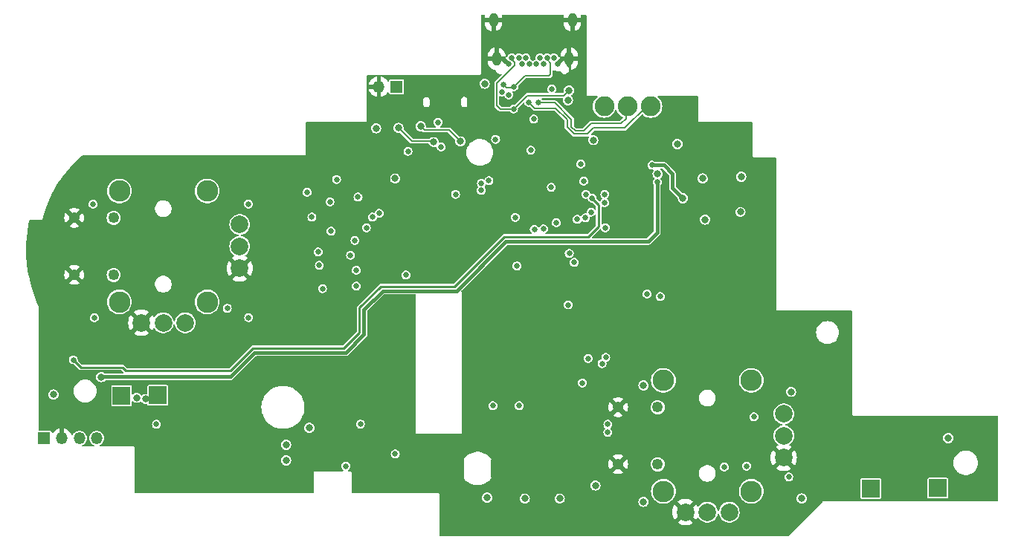
<source format=gbr>
G04 #@! TF.GenerationSoftware,KiCad,Pcbnew,8.0.2*
G04 #@! TF.CreationDate,2025-02-05T20:19:13-08:00*
G04 #@! TF.ProjectId,progcc_3.3_main,70726f67-6363-45f3-932e-335f6d61696e,1*
G04 #@! TF.SameCoordinates,Original*
G04 #@! TF.FileFunction,Copper,L3,Inr*
G04 #@! TF.FilePolarity,Positive*
%FSLAX46Y46*%
G04 Gerber Fmt 4.6, Leading zero omitted, Abs format (unit mm)*
G04 Created by KiCad (PCBNEW 8.0.2) date 2025-02-05 20:19:13*
%MOMM*%
%LPD*%
G01*
G04 APERTURE LIST*
G04 #@! TA.AperFunction,ComponentPad*
%ADD10R,2.000000X2.000000*%
G04 #@! TD*
G04 #@! TA.AperFunction,ComponentPad*
%ADD11R,1.350000X1.350000*%
G04 #@! TD*
G04 #@! TA.AperFunction,ComponentPad*
%ADD12O,1.350000X1.350000*%
G04 #@! TD*
G04 #@! TA.AperFunction,ComponentPad*
%ADD13C,2.450000*%
G04 #@! TD*
G04 #@! TA.AperFunction,ComponentPad*
%ADD14C,1.250000*%
G04 #@! TD*
G04 #@! TA.AperFunction,ComponentPad*
%ADD15C,2.000000*%
G04 #@! TD*
G04 #@! TA.AperFunction,ComponentPad*
%ADD16C,0.650000*%
G04 #@! TD*
G04 #@! TA.AperFunction,ComponentPad*
%ADD17O,1.000000X1.600000*%
G04 #@! TD*
G04 #@! TA.AperFunction,ViaPad*
%ADD18C,0.800000*%
G04 #@! TD*
G04 #@! TA.AperFunction,ViaPad*
%ADD19C,0.650000*%
G04 #@! TD*
G04 #@! TA.AperFunction,ViaPad*
%ADD20C,2.250000*%
G04 #@! TD*
G04 #@! TA.AperFunction,Conductor*
%ADD21C,0.200000*%
G04 #@! TD*
G04 #@! TA.AperFunction,Conductor*
%ADD22C,0.150000*%
G04 #@! TD*
G04 #@! TA.AperFunction,Conductor*
%ADD23C,0.400000*%
G04 #@! TD*
G04 #@! TA.AperFunction,Conductor*
%ADD24C,0.250000*%
G04 #@! TD*
G04 APERTURE END LIST*
D10*
X176936400Y-146021300D03*
X91623896Y-135440000D03*
D11*
X82810000Y-140310000D03*
D12*
X84810000Y-140310000D03*
X86810000Y-140310000D03*
X88810000Y-140310000D03*
D13*
X153320200Y-133697000D03*
X153320200Y-146347000D03*
X163320200Y-133697000D03*
X163320200Y-146347000D03*
D14*
X152670200Y-136772000D03*
X152670200Y-143272000D03*
X148170200Y-136772000D03*
X148170200Y-143272000D03*
D15*
X155820200Y-148722000D03*
X158320200Y-148722000D03*
X160820200Y-148722000D03*
X167020200Y-142522000D03*
X167020200Y-140022000D03*
X167020200Y-137522000D03*
D11*
X122920000Y-100228400D03*
D12*
X120920000Y-100228400D03*
D16*
X135660000Y-97625000D03*
X136060000Y-96925000D03*
X136860000Y-96925000D03*
X137260000Y-97625000D03*
X137660000Y-96925000D03*
X138060000Y-97625000D03*
X138860000Y-97625000D03*
X139260000Y-96925000D03*
X139660000Y-97625000D03*
X140060000Y-96925000D03*
X140860000Y-96925000D03*
X141260000Y-97625000D03*
D17*
X142950000Y-92635000D03*
X142590000Y-97025000D03*
X134330000Y-97025000D03*
X133970000Y-92635000D03*
D13*
X91377000Y-112107600D03*
X91377000Y-124757600D03*
X101377000Y-112107600D03*
X101377000Y-124757600D03*
D14*
X90727000Y-115182600D03*
X90727000Y-121682600D03*
X86227000Y-115182600D03*
X86227000Y-121682600D03*
D15*
X93877000Y-127132600D03*
X96377000Y-127132600D03*
X98877000Y-127132600D03*
X105077000Y-120932600D03*
X105077000Y-118432600D03*
X105077000Y-115932600D03*
D10*
X95740000Y-135410000D03*
X184556400Y-145995900D03*
D18*
X133240000Y-147070000D03*
X145570000Y-145690000D03*
D19*
X142494000Y-125095000D03*
D18*
X113004600Y-139115800D03*
X167843200Y-135001000D03*
D19*
X146650000Y-112500000D03*
X143150000Y-120260000D03*
X112750000Y-112250000D03*
D18*
X169062400Y-147167600D03*
D19*
X116100000Y-110800000D03*
X136448800Y-115112800D03*
D18*
X141510000Y-147190000D03*
D19*
X113300000Y-115100000D03*
X106095800Y-126542800D03*
X138208690Y-107452022D03*
X138620500Y-116483094D03*
D18*
X122783600Y-110693200D03*
X185750200Y-140284200D03*
D19*
X144229702Y-110985392D03*
D18*
X151053800Y-147548600D03*
D19*
X118550000Y-112800000D03*
X88519000Y-126568200D03*
X114000000Y-119050000D03*
X106070400Y-113588800D03*
X134213600Y-106222800D03*
X88392000Y-113614200D03*
X133450622Y-110930185D03*
D18*
X162080000Y-114510000D03*
D19*
X143506600Y-115342444D03*
D18*
X162175896Y-110478591D03*
D19*
X95590000Y-138710000D03*
D18*
X137540000Y-147190000D03*
D19*
X114500000Y-123250000D03*
X143891000Y-109042200D03*
D18*
X151053800Y-134289800D03*
D19*
X118200000Y-117750000D03*
X149555200Y-107696000D03*
X152603200Y-128727200D03*
X118643400Y-145415000D03*
X180746400Y-145948400D03*
X161544000Y-144830800D03*
X189738000Y-141401800D03*
X131000000Y-126900000D03*
X149402800Y-105435400D03*
X137563694Y-112868880D03*
X121920000Y-134950200D03*
D18*
X159607099Y-112015147D03*
D19*
X130900000Y-136750000D03*
X123774200Y-140462000D03*
D18*
X161199272Y-112009786D03*
D19*
X143300000Y-130950000D03*
X168833800Y-138836400D03*
X95710000Y-139780000D03*
D20*
X154533400Y-102463600D03*
D19*
X134277100Y-107339094D03*
X153129243Y-120820743D03*
X122174000Y-135940800D03*
X148750000Y-127650000D03*
X143750000Y-104350000D03*
X151300000Y-117100000D03*
X132900000Y-110250000D03*
X156042093Y-110125535D03*
X172847000Y-133375400D03*
X131700000Y-103450000D03*
X189484000Y-140309600D03*
X120192800Y-121437400D03*
X144110000Y-108170000D03*
X141400000Y-104250000D03*
D18*
X165227000Y-112242600D03*
D19*
X132150000Y-102650000D03*
X139574267Y-136833488D03*
X157430000Y-105660000D03*
X137070000Y-116550000D03*
X174320200Y-137033000D03*
X153400000Y-114950000D03*
X174345600Y-142341600D03*
X141599874Y-124390657D03*
X177596800Y-142341600D03*
X153060400Y-127152400D03*
X123774200Y-141427200D03*
X151850000Y-114950000D03*
X174142400Y-132461000D03*
X122885200Y-134950200D03*
X144750000Y-110300000D03*
X139550000Y-131650000D03*
X111785400Y-145237200D03*
X148550000Y-118650000D03*
X135400000Y-136550000D03*
X138214403Y-106526609D03*
X147929600Y-103606600D03*
X188798200Y-139192000D03*
X174040800Y-141427200D03*
X124231400Y-107599500D03*
X128016000Y-107091500D03*
X136252872Y-102771206D03*
D18*
X142570200Y-100660200D03*
D19*
X139661900Y-116432294D03*
X140552529Y-111680482D03*
X135710300Y-101147934D03*
X140589000Y-100482400D03*
X134915196Y-100826095D03*
X138004743Y-102005341D03*
D20*
X151883400Y-102463600D03*
D18*
X157782026Y-110690426D03*
X152657200Y-110163000D03*
X154910000Y-106750000D03*
X158055736Y-115366800D03*
X89310000Y-133330000D03*
D19*
X152618203Y-111081857D03*
X139081388Y-101992822D03*
D20*
X149233400Y-102463600D03*
D19*
X135065426Y-99962275D03*
X136286041Y-100231436D03*
D18*
X132969000Y-99872800D03*
D19*
X152950000Y-124150000D03*
X151450000Y-123850000D03*
X146327805Y-131800023D03*
X146989800Y-139623800D03*
X160248600Y-143586200D03*
X118350000Y-122950000D03*
X146989800Y-138709400D03*
X163626800Y-137845800D03*
X118350000Y-121150000D03*
X146750000Y-131100000D03*
X167589200Y-144703800D03*
X162788600Y-143484600D03*
X123992924Y-121688210D03*
X103657400Y-125476000D03*
X118821200Y-138684000D03*
X132585851Y-112052814D03*
X127641468Y-104273468D03*
X132592141Y-111222634D03*
X146600000Y-113450000D03*
X146700000Y-116300000D03*
X129650000Y-112500000D03*
D18*
X142440709Y-101770594D03*
D20*
X146583400Y-102463600D03*
D19*
X138541980Y-103918305D03*
D18*
X145326152Y-106303738D03*
D19*
X142600000Y-119220000D03*
X117700000Y-119450000D03*
X114138579Y-120587998D03*
X136650000Y-120650000D03*
X144482079Y-112487421D03*
X119500000Y-116300000D03*
X144100000Y-134000000D03*
X136900000Y-136600000D03*
X144750000Y-131200000D03*
X133900000Y-136600000D03*
X86130000Y-131360000D03*
D18*
X83870800Y-135331200D03*
D19*
X145199031Y-112916976D03*
D18*
X155528941Y-112932354D03*
D19*
X152027395Y-109166476D03*
X141122400Y-115722400D03*
X122783600Y-142087600D03*
D18*
X110363000Y-141046200D03*
X94380000Y-135840000D03*
D19*
X117144800Y-143484600D03*
D18*
X93360000Y-135680000D03*
X110363000Y-142824200D03*
D19*
X115468878Y-116699973D03*
X120200000Y-115100000D03*
X145060821Y-114533968D03*
X115350000Y-113350000D03*
X120950000Y-114650000D03*
X144438186Y-115170753D03*
D18*
X120599200Y-104952800D03*
X125679200Y-104724200D03*
X130199837Y-106444519D03*
X127177237Y-106529446D03*
X123164600Y-104927400D03*
D21*
X128905318Y-105150000D02*
X130199837Y-106444519D01*
X126105000Y-105150000D02*
X128905318Y-105150000D01*
X125679200Y-104724200D02*
X126105000Y-105150000D01*
X123164600Y-104927400D02*
X124663200Y-106426000D01*
X124663200Y-106426000D02*
X127073791Y-106426000D01*
X127073791Y-106426000D02*
X127177237Y-106529446D01*
X136252872Y-102771206D02*
X134749806Y-102771206D01*
X134340600Y-102362000D02*
X134340600Y-99859400D01*
X142570200Y-100660200D02*
X141988726Y-101241674D01*
X134749806Y-102771206D02*
X134340600Y-102362000D01*
X136060000Y-97121800D02*
X136060000Y-96925000D01*
X141988726Y-101241674D02*
X137782404Y-101241674D01*
X137782404Y-101241674D02*
X136252872Y-102771206D01*
X136398000Y-97459800D02*
X136060000Y-97121800D01*
X134340600Y-99859400D02*
X136398000Y-97802000D01*
X136398000Y-97802000D02*
X136398000Y-97459800D01*
D22*
X140436600Y-100634800D02*
X140589000Y-100482400D01*
D21*
X141020494Y-102660494D02*
X142350000Y-103990000D01*
X142350000Y-104823473D02*
X143145708Y-105619181D01*
X143145708Y-105619181D02*
X144672419Y-105619181D01*
X138660494Y-102660494D02*
X141020494Y-102660494D01*
X142350000Y-103990000D02*
X142350000Y-104823473D01*
X138005341Y-102005341D02*
X138660494Y-102660494D01*
X148945600Y-104927400D02*
X151434800Y-102438200D01*
X144672419Y-105619181D02*
X145364200Y-104927400D01*
X145364200Y-104927400D02*
X148945600Y-104927400D01*
X138004743Y-102005341D02*
X138005341Y-102005341D01*
D23*
X152618203Y-116831797D02*
X152618203Y-111081857D01*
X119227600Y-128447800D02*
X119227600Y-125628400D01*
X106781600Y-130530600D02*
X117144800Y-130530600D01*
X151594000Y-117856000D02*
X152618203Y-116831797D01*
X135382000Y-117856000D02*
X151594000Y-117856000D01*
X117144800Y-130530600D02*
X119227600Y-128447800D01*
X104042200Y-133270000D02*
X106781600Y-130530600D01*
X89310000Y-133330000D02*
X89370000Y-133270000D01*
X89370000Y-133270000D02*
X104042200Y-133270000D01*
X129743200Y-123494800D02*
X135382000Y-117856000D01*
X119227600Y-125628400D02*
X121361200Y-123494800D01*
X121361200Y-123494800D02*
X129743200Y-123494800D01*
D21*
X144279600Y-105250000D02*
X145135600Y-104394000D01*
X139081388Y-101992822D02*
X139138566Y-102050000D01*
X139138566Y-102050000D02*
X140950000Y-102050000D01*
X142850000Y-103950000D02*
X142850000Y-104800000D01*
X140950000Y-102050000D02*
X142850000Y-103950000D01*
X143300000Y-105250000D02*
X144279600Y-105250000D01*
X142850000Y-104800000D02*
X143300000Y-105250000D01*
X145135600Y-104394000D02*
X148506000Y-104394000D01*
X149033400Y-103866600D02*
X149033400Y-102463600D01*
X148506000Y-104394000D02*
X149033400Y-103866600D01*
D22*
X135065426Y-99962275D02*
X135403151Y-100300000D01*
X140060000Y-97108600D02*
X140060000Y-96925000D01*
X140462000Y-97510600D02*
X140060000Y-97108600D01*
X136217477Y-100300000D02*
X136286041Y-100231436D01*
X140462000Y-98831400D02*
X140462000Y-97510600D01*
X140309600Y-98983800D02*
X140462000Y-98831400D01*
X135403151Y-100300000D02*
X136217477Y-100300000D01*
X137533677Y-98983800D02*
X140309600Y-98983800D01*
X136286041Y-100231436D02*
X137533677Y-98983800D01*
D24*
X118719600Y-125425200D02*
X118719600Y-128270000D01*
X145199031Y-112916976D02*
X145950000Y-113667945D01*
X144752000Y-117348000D02*
X135178800Y-117348000D01*
X121158000Y-122986800D02*
X118719600Y-125425200D01*
X129540000Y-122986800D02*
X121158000Y-122986800D01*
X104026400Y-132600000D02*
X92112400Y-132600000D01*
X87002400Y-132232400D02*
X86130000Y-131360000D01*
X145950000Y-116150000D02*
X144752000Y-117348000D01*
X116941600Y-130048000D02*
X106578400Y-130048000D01*
X118719600Y-128270000D02*
X116941600Y-130048000D01*
X92112400Y-132600000D02*
X91744800Y-132232400D01*
X91744800Y-132232400D02*
X87002400Y-132232400D01*
X106578400Y-130048000D02*
X104026400Y-132600000D01*
X135178800Y-117348000D02*
X129540000Y-122986800D01*
X145950000Y-113667945D02*
X145950000Y-116150000D01*
D23*
X153360000Y-109150000D02*
X154340000Y-110130000D01*
X152043871Y-109150000D02*
X153360000Y-109150000D01*
X154340000Y-110130000D02*
X154340000Y-111743413D01*
X152027395Y-109166476D02*
X152043871Y-109150000D01*
X154340000Y-111743413D02*
X155528941Y-112932354D01*
G04 #@! TA.AperFunction,Conductor*
G36*
X132962850Y-92035680D02*
G01*
X132993290Y-92088403D01*
X132992932Y-92121221D01*
X132970000Y-92236504D01*
X132970000Y-92384999D01*
X132970001Y-92385000D01*
X133720000Y-92385000D01*
X133720000Y-92885001D01*
X133719999Y-92885000D01*
X132970001Y-92885000D01*
X132970000Y-92885001D01*
X132970000Y-93033495D01*
X133008429Y-93226688D01*
X133008430Y-93226694D01*
X133083809Y-93408674D01*
X133083811Y-93408677D01*
X133193247Y-93572460D01*
X133332539Y-93711752D01*
X133496322Y-93821188D01*
X133496325Y-93821190D01*
X133678305Y-93896569D01*
X133678312Y-93896571D01*
X133720000Y-93904863D01*
X133720000Y-92984728D01*
X133758060Y-93076614D01*
X133828386Y-93146940D01*
X133920272Y-93185000D01*
X134019728Y-93185000D01*
X134111614Y-93146940D01*
X134181940Y-93076614D01*
X134220000Y-92984728D01*
X134220000Y-93904862D01*
X134261687Y-93896571D01*
X134261694Y-93896569D01*
X134443674Y-93821190D01*
X134443677Y-93821188D01*
X134607460Y-93711752D01*
X134746752Y-93572460D01*
X134856188Y-93408677D01*
X134856190Y-93408674D01*
X134931569Y-93226694D01*
X134931570Y-93226688D01*
X134969999Y-93033495D01*
X134970000Y-93033487D01*
X134970000Y-92885001D01*
X134969999Y-92885000D01*
X134220001Y-92885000D01*
X134220000Y-92885001D01*
X134220000Y-92385000D01*
X134969999Y-92385000D01*
X134970000Y-92384999D01*
X134970000Y-92236512D01*
X134969999Y-92236504D01*
X134947068Y-92121221D01*
X134956329Y-92061050D01*
X135002101Y-92020909D01*
X135034358Y-92014858D01*
X141885642Y-92014858D01*
X141942850Y-92035680D01*
X141973290Y-92088403D01*
X141972932Y-92121221D01*
X141950000Y-92236504D01*
X141950000Y-92384999D01*
X141950001Y-92385000D01*
X142700000Y-92385000D01*
X142700000Y-92885001D01*
X142699999Y-92885000D01*
X141950001Y-92885000D01*
X141950000Y-92885001D01*
X141950000Y-93033495D01*
X141988429Y-93226688D01*
X141988430Y-93226694D01*
X142063809Y-93408674D01*
X142063811Y-93408677D01*
X142173247Y-93572460D01*
X142312539Y-93711752D01*
X142476322Y-93821188D01*
X142476325Y-93821190D01*
X142658305Y-93896569D01*
X142658312Y-93896571D01*
X142700000Y-93904863D01*
X142700000Y-92984728D01*
X142738060Y-93076614D01*
X142808386Y-93146940D01*
X142900272Y-93185000D01*
X142999728Y-93185000D01*
X143091614Y-93146940D01*
X143161940Y-93076614D01*
X143200000Y-92984728D01*
X143200000Y-93904862D01*
X143241687Y-93896571D01*
X143241694Y-93896569D01*
X143423674Y-93821190D01*
X143423677Y-93821188D01*
X143587460Y-93711752D01*
X143726752Y-93572460D01*
X143836188Y-93408677D01*
X143836190Y-93408674D01*
X143911569Y-93226694D01*
X143911570Y-93226688D01*
X143949999Y-93033495D01*
X143950000Y-93033487D01*
X143950000Y-92885001D01*
X143949999Y-92885000D01*
X143200001Y-92885000D01*
X143200000Y-92885001D01*
X143200000Y-92385000D01*
X143949999Y-92385000D01*
X143950000Y-92384999D01*
X143950000Y-92236512D01*
X143949999Y-92236504D01*
X143927068Y-92121221D01*
X143936329Y-92061050D01*
X143982101Y-92020909D01*
X144014358Y-92014858D01*
X144466725Y-92014858D01*
X144523933Y-92035680D01*
X144554373Y-92088403D01*
X144555725Y-92103858D01*
X144555725Y-101084422D01*
X144555725Y-101144294D01*
X144578638Y-101199609D01*
X144620974Y-101241945D01*
X144676289Y-101264858D01*
X145737039Y-101264858D01*
X145794247Y-101285680D01*
X145824687Y-101338403D01*
X145814115Y-101398358D01*
X145788087Y-101426762D01*
X145741040Y-101459704D01*
X145579507Y-101621237D01*
X145448483Y-101808360D01*
X145448481Y-101808362D01*
X145351946Y-102015382D01*
X145351943Y-102015391D01*
X145292821Y-102236035D01*
X145292820Y-102236040D01*
X145272913Y-102463596D01*
X145272913Y-102463603D01*
X145292820Y-102691159D01*
X145292821Y-102691164D01*
X145351943Y-102911808D01*
X145351945Y-102911814D01*
X145448481Y-103118838D01*
X145448483Y-103118840D01*
X145448485Y-103118844D01*
X145579509Y-103305965D01*
X145741035Y-103467491D01*
X145928156Y-103598515D01*
X145928159Y-103598516D01*
X145928161Y-103598518D01*
X146135182Y-103695053D01*
X146135184Y-103695053D01*
X146135187Y-103695055D01*
X146135191Y-103695056D01*
X146355835Y-103754178D01*
X146355840Y-103754179D01*
X146583396Y-103774087D01*
X146583400Y-103774087D01*
X146583404Y-103774087D01*
X146810959Y-103754179D01*
X146810964Y-103754178D01*
X146917823Y-103725545D01*
X147031613Y-103695055D01*
X147238644Y-103598515D01*
X147425765Y-103467491D01*
X147587291Y-103305965D01*
X147718315Y-103118844D01*
X147718318Y-103118838D01*
X147814855Y-102911814D01*
X147814855Y-102911813D01*
X147814856Y-102911808D01*
X147822432Y-102883533D01*
X147857351Y-102833664D01*
X147916156Y-102817907D01*
X147971332Y-102843635D01*
X147994367Y-102883532D01*
X148001944Y-102911808D01*
X148001945Y-102911813D01*
X148001945Y-102911814D01*
X148098481Y-103118838D01*
X148098483Y-103118840D01*
X148098485Y-103118844D01*
X148229509Y-103305965D01*
X148391035Y-103467491D01*
X148578156Y-103598515D01*
X148685726Y-103648675D01*
X148728773Y-103691723D01*
X148734079Y-103752371D01*
X148711045Y-103792268D01*
X148415882Y-104087432D01*
X148360706Y-104113161D01*
X148352949Y-104113500D01*
X145098671Y-104113500D01*
X145027330Y-104132616D01*
X144963369Y-104169543D01*
X144189482Y-104943432D01*
X144134306Y-104969161D01*
X144126549Y-104969500D01*
X143453052Y-104969500D01*
X143395844Y-104948678D01*
X143390119Y-104943433D01*
X143156567Y-104709881D01*
X143130839Y-104654705D01*
X143130500Y-104646948D01*
X143130500Y-103913074D01*
X143130500Y-103913072D01*
X143111384Y-103841731D01*
X143074456Y-103777769D01*
X143049058Y-103752371D01*
X143022233Y-103725545D01*
X143022230Y-103725543D01*
X141179532Y-101882846D01*
X141179529Y-101882842D01*
X141179529Y-101882843D01*
X141174457Y-101877771D01*
X141174456Y-101877769D01*
X141122231Y-101825544D01*
X141122228Y-101825542D01*
X141122227Y-101825541D01*
X141058269Y-101788616D01*
X140986929Y-101769500D01*
X140986928Y-101769500D01*
X139592316Y-101769500D01*
X139535108Y-101748678D01*
X139514727Y-101721899D01*
X139514456Y-101722074D01*
X139512264Y-101718664D01*
X139511361Y-101717477D01*
X139511015Y-101716720D01*
X139511014Y-101716719D01*
X139511014Y-101716718D01*
X139470062Y-101669456D01*
X139448335Y-101612585D01*
X139468247Y-101555054D01*
X139520481Y-101523782D01*
X139537324Y-101522174D01*
X141786421Y-101522174D01*
X141843629Y-101542996D01*
X141874069Y-101595719D01*
X141874659Y-101622783D01*
X141855200Y-101770594D01*
X141875151Y-101922135D01*
X141875151Y-101922137D01*
X141875152Y-101922138D01*
X141933640Y-102063343D01*
X141933641Y-102063345D01*
X141933643Y-102063349D01*
X142026692Y-102184611D01*
X142147954Y-102277660D01*
X142289168Y-102336152D01*
X142440709Y-102356103D01*
X142592250Y-102336152D01*
X142733464Y-102277660D01*
X142854726Y-102184611D01*
X142947775Y-102063349D01*
X143006267Y-101922135D01*
X143026218Y-101770594D01*
X143006267Y-101619053D01*
X142947775Y-101477840D01*
X142854726Y-101356577D01*
X142854721Y-101356573D01*
X142854720Y-101356572D01*
X142819684Y-101329688D01*
X142786974Y-101278343D01*
X142794920Y-101217984D01*
X142839805Y-101176855D01*
X142839805Y-101176854D01*
X142862955Y-101167266D01*
X142984217Y-101074217D01*
X143077266Y-100952955D01*
X143135758Y-100811741D01*
X143155709Y-100660200D01*
X143135758Y-100508659D01*
X143077266Y-100367446D01*
X142984217Y-100246183D01*
X142984212Y-100246179D01*
X142984211Y-100246178D01*
X142892414Y-100175739D01*
X142862955Y-100153134D01*
X142862951Y-100153132D01*
X142862949Y-100153131D01*
X142721744Y-100094643D01*
X142721743Y-100094642D01*
X142721741Y-100094642D01*
X142570200Y-100074691D01*
X142418659Y-100094642D01*
X142418657Y-100094642D01*
X142418655Y-100094643D01*
X142277451Y-100153131D01*
X142277443Y-100153136D01*
X142156188Y-100246178D01*
X142156178Y-100246188D01*
X142063136Y-100367443D01*
X142063131Y-100367451D01*
X142004643Y-100508655D01*
X142004642Y-100508657D01*
X142004642Y-100508659D01*
X141990326Y-100617396D01*
X141984691Y-100660200D01*
X142000929Y-100783539D01*
X141987752Y-100842976D01*
X141975624Y-100858087D01*
X141898609Y-100935105D01*
X141843434Y-100960835D01*
X141835675Y-100961174D01*
X141037894Y-100961174D01*
X140980686Y-100940352D01*
X140950246Y-100887629D01*
X140960818Y-100827674D01*
X140970626Y-100813899D01*
X141018626Y-100758504D01*
X141079011Y-100626280D01*
X141099698Y-100482400D01*
X141079011Y-100338520D01*
X141052770Y-100281061D01*
X141018627Y-100206297D01*
X141018625Y-100206294D01*
X140923436Y-100096440D01*
X140906184Y-100085353D01*
X140801152Y-100017853D01*
X140661680Y-99976900D01*
X140516320Y-99976900D01*
X140376848Y-100017853D01*
X140366748Y-100024344D01*
X140254563Y-100096440D01*
X140159374Y-100206294D01*
X140159372Y-100206297D01*
X140098988Y-100338520D01*
X140078302Y-100482399D01*
X140078302Y-100482400D01*
X140098988Y-100626279D01*
X140159372Y-100758501D01*
X140159373Y-100758502D01*
X140159374Y-100758504D01*
X140207369Y-100813893D01*
X140229095Y-100870762D01*
X140209183Y-100928293D01*
X140156949Y-100959566D01*
X140140106Y-100961174D01*
X137745475Y-100961174D01*
X137674134Y-100980290D01*
X137610173Y-101017217D01*
X136387751Y-102239639D01*
X136332576Y-102265367D01*
X136324819Y-102265706D01*
X136180192Y-102265706D01*
X136040720Y-102306659D01*
X136003623Y-102330500D01*
X135918437Y-102385245D01*
X135918436Y-102385245D01*
X135918436Y-102385246D01*
X135853670Y-102459989D01*
X135800472Y-102489588D01*
X135786410Y-102490706D01*
X134902859Y-102490706D01*
X134845651Y-102469884D01*
X134839926Y-102464639D01*
X134647167Y-102271880D01*
X134621439Y-102216704D01*
X134621100Y-102208947D01*
X134621100Y-101385470D01*
X134641922Y-101328262D01*
X134694645Y-101297822D01*
X134735168Y-101300074D01*
X134842516Y-101331595D01*
X134842518Y-101331595D01*
X134987874Y-101331595D01*
X134987876Y-101331595D01*
X135127348Y-101290642D01*
X135127350Y-101290640D01*
X135133455Y-101288848D01*
X135134320Y-101291794D01*
X135183485Y-101287855D01*
X135233098Y-101323138D01*
X135240777Y-101336677D01*
X135264392Y-101388385D01*
X135280673Y-101424036D01*
X135280674Y-101424039D01*
X135367102Y-101523782D01*
X135375864Y-101533894D01*
X135498148Y-101612481D01*
X135637620Y-101653434D01*
X135637622Y-101653434D01*
X135782978Y-101653434D01*
X135782980Y-101653434D01*
X135922452Y-101612481D01*
X136044736Y-101533894D01*
X136139926Y-101424038D01*
X136200311Y-101291814D01*
X136220998Y-101147934D01*
X136220474Y-101144293D01*
X136200311Y-101004054D01*
X136137282Y-100866040D01*
X136139333Y-100865103D01*
X136127942Y-100814673D01*
X136155836Y-100760560D01*
X136211987Y-100737037D01*
X136216226Y-100736936D01*
X136358719Y-100736936D01*
X136358721Y-100736936D01*
X136498193Y-100695983D01*
X136620477Y-100617396D01*
X136715667Y-100507540D01*
X136776052Y-100375316D01*
X136796739Y-100231436D01*
X136784302Y-100144940D01*
X136796770Y-100085353D01*
X136809459Y-100069347D01*
X137613442Y-99265367D01*
X137668617Y-99239639D01*
X137676374Y-99239300D01*
X140360423Y-99239300D01*
X140387925Y-99227908D01*
X140387926Y-99227908D01*
X140434879Y-99208459D01*
X140454329Y-99200403D01*
X140526203Y-99128529D01*
X140526203Y-99128527D01*
X140606727Y-99048003D01*
X140606729Y-99048003D01*
X140678603Y-98976129D01*
X140717500Y-98882222D01*
X140717500Y-98423585D01*
X140738322Y-98366377D01*
X140791045Y-98335937D01*
X140842700Y-98342280D01*
X141003649Y-98413940D01*
X141003654Y-98413942D01*
X141173284Y-98449999D01*
X141173293Y-98450000D01*
X141346707Y-98450000D01*
X141346715Y-98449999D01*
X141494301Y-98418627D01*
X141554588Y-98427099D01*
X141588483Y-98464408D01*
X141590691Y-98463134D01*
X141659496Y-98582309D01*
X141659498Y-98582311D01*
X141659500Y-98582314D01*
X141752686Y-98675500D01*
X141752688Y-98675501D01*
X141752690Y-98675503D01*
X141834910Y-98722972D01*
X141866814Y-98741392D01*
X141994108Y-98775500D01*
X141994110Y-98775500D01*
X142125890Y-98775500D01*
X142125892Y-98775500D01*
X142253186Y-98741392D01*
X142367314Y-98675500D01*
X142460500Y-98582314D01*
X142526392Y-98468186D01*
X142560500Y-98340892D01*
X142560500Y-98209108D01*
X142526392Y-98081814D01*
X142507972Y-98049910D01*
X142460503Y-97967690D01*
X142460501Y-97967688D01*
X142460500Y-97967686D01*
X142367314Y-97874500D01*
X142367311Y-97874498D01*
X142366067Y-97873254D01*
X142340339Y-97818078D01*
X142340000Y-97810321D01*
X142340000Y-97374728D01*
X142378060Y-97466614D01*
X142448386Y-97536940D01*
X142540272Y-97575000D01*
X142639728Y-97575000D01*
X142731614Y-97536940D01*
X142801940Y-97466614D01*
X142840000Y-97374728D01*
X142840000Y-98294862D01*
X142881687Y-98286571D01*
X142881694Y-98286569D01*
X143063674Y-98211190D01*
X143063677Y-98211188D01*
X143227460Y-98101752D01*
X143366752Y-97962460D01*
X143476188Y-97798677D01*
X143476190Y-97798674D01*
X143551569Y-97616694D01*
X143551570Y-97616688D01*
X143589999Y-97423495D01*
X143590000Y-97423487D01*
X143590000Y-97275001D01*
X143589999Y-97275000D01*
X142840001Y-97275000D01*
X142840000Y-97275001D01*
X142840000Y-96774999D01*
X142840001Y-96775000D01*
X143589999Y-96775000D01*
X143590000Y-96774999D01*
X143590000Y-96626512D01*
X143589999Y-96626504D01*
X143551570Y-96433311D01*
X143551569Y-96433305D01*
X143476190Y-96251325D01*
X143476188Y-96251322D01*
X143366752Y-96087539D01*
X143227460Y-95948247D01*
X143063677Y-95838811D01*
X143063674Y-95838809D01*
X142881689Y-95763429D01*
X142840000Y-95755136D01*
X142840000Y-96675272D01*
X142801940Y-96583386D01*
X142731614Y-96513060D01*
X142639728Y-96475000D01*
X142540272Y-96475000D01*
X142448386Y-96513060D01*
X142378060Y-96583386D01*
X142340000Y-96675272D01*
X142340000Y-95755136D01*
X142298310Y-95763429D01*
X142116325Y-95838809D01*
X142116322Y-95838811D01*
X141952539Y-95948247D01*
X141813247Y-96087539D01*
X141703811Y-96251322D01*
X141703809Y-96251325D01*
X141628430Y-96433305D01*
X141628429Y-96433311D01*
X141590000Y-96626504D01*
X141590000Y-96741807D01*
X141569178Y-96799015D01*
X141516455Y-96829455D01*
X141482495Y-96828862D01*
X141403750Y-96812123D01*
X141352121Y-96779861D01*
X141341298Y-96762040D01*
X141289627Y-96648898D01*
X141289625Y-96648894D01*
X141194436Y-96539040D01*
X141154010Y-96513060D01*
X141072152Y-96460453D01*
X140932680Y-96419500D01*
X140787320Y-96419500D01*
X140647848Y-96460453D01*
X140600757Y-96490716D01*
X140525560Y-96539042D01*
X140520755Y-96543207D01*
X140519291Y-96541518D01*
X140474052Y-96566682D01*
X140414274Y-96555153D01*
X140399578Y-96542822D01*
X140399245Y-96543207D01*
X140394439Y-96539042D01*
X140354010Y-96513060D01*
X140272152Y-96460453D01*
X140132680Y-96419500D01*
X139987320Y-96419500D01*
X139847848Y-96460453D01*
X139800757Y-96490716D01*
X139725560Y-96539042D01*
X139720755Y-96543207D01*
X139719291Y-96541518D01*
X139674052Y-96566682D01*
X139614274Y-96555153D01*
X139599578Y-96542822D01*
X139599245Y-96543207D01*
X139594439Y-96539042D01*
X139554010Y-96513060D01*
X139472152Y-96460453D01*
X139332680Y-96419500D01*
X139187320Y-96419500D01*
X139047848Y-96460453D01*
X139004150Y-96488535D01*
X138925563Y-96539040D01*
X138830374Y-96648894D01*
X138830372Y-96648897D01*
X138769988Y-96781120D01*
X138749302Y-96924999D01*
X138749302Y-96925000D01*
X138766699Y-97045998D01*
X138754231Y-97105587D01*
X138706376Y-97143220D01*
X138703681Y-97144058D01*
X138647849Y-97160452D01*
X138525560Y-97239042D01*
X138520755Y-97243207D01*
X138519291Y-97241518D01*
X138474052Y-97266682D01*
X138414274Y-97255153D01*
X138399578Y-97242822D01*
X138399245Y-97243207D01*
X138394439Y-97239042D01*
X138272152Y-97160453D01*
X138272149Y-97160452D01*
X138216318Y-97144058D01*
X138167295Y-97107962D01*
X138152942Y-97048798D01*
X138153291Y-97046066D01*
X138170698Y-96925000D01*
X138150011Y-96781120D01*
X138089627Y-96648898D01*
X138089627Y-96648897D01*
X138089625Y-96648894D01*
X137994436Y-96539040D01*
X137954010Y-96513060D01*
X137872152Y-96460453D01*
X137732680Y-96419500D01*
X137587320Y-96419500D01*
X137447848Y-96460453D01*
X137400757Y-96490716D01*
X137325560Y-96539042D01*
X137320755Y-96543207D01*
X137319291Y-96541518D01*
X137274052Y-96566682D01*
X137214274Y-96555153D01*
X137199578Y-96542822D01*
X137199245Y-96543207D01*
X137194439Y-96539042D01*
X137154010Y-96513060D01*
X137072152Y-96460453D01*
X136932680Y-96419500D01*
X136787320Y-96419500D01*
X136647848Y-96460453D01*
X136600757Y-96490716D01*
X136525560Y-96539042D01*
X136520755Y-96543207D01*
X136519291Y-96541518D01*
X136474052Y-96566682D01*
X136414274Y-96555153D01*
X136399578Y-96542822D01*
X136399245Y-96543207D01*
X136394439Y-96539042D01*
X136354010Y-96513060D01*
X136272152Y-96460453D01*
X136132680Y-96419500D01*
X135987320Y-96419500D01*
X135847848Y-96460453D01*
X135804150Y-96488535D01*
X135725563Y-96539040D01*
X135630374Y-96648894D01*
X135630372Y-96648898D01*
X135578702Y-96762040D01*
X135535996Y-96805429D01*
X135516250Y-96812123D01*
X135437505Y-96828862D01*
X135377218Y-96820390D01*
X135336481Y-96775148D01*
X135330000Y-96741807D01*
X135330000Y-96626512D01*
X135329999Y-96626504D01*
X135291570Y-96433311D01*
X135291569Y-96433305D01*
X135216190Y-96251325D01*
X135216188Y-96251322D01*
X135106752Y-96087539D01*
X134967460Y-95948247D01*
X134803677Y-95838811D01*
X134803674Y-95838809D01*
X134621689Y-95763429D01*
X134580000Y-95755136D01*
X134580000Y-96675272D01*
X134541940Y-96583386D01*
X134471614Y-96513060D01*
X134379728Y-96475000D01*
X134280272Y-96475000D01*
X134188386Y-96513060D01*
X134118060Y-96583386D01*
X134080000Y-96675272D01*
X134080000Y-95755136D01*
X134038310Y-95763429D01*
X133856325Y-95838809D01*
X133856322Y-95838811D01*
X133692539Y-95948247D01*
X133553247Y-96087539D01*
X133443811Y-96251322D01*
X133443809Y-96251325D01*
X133368430Y-96433305D01*
X133368429Y-96433311D01*
X133330000Y-96626504D01*
X133330000Y-96774999D01*
X133330001Y-96775000D01*
X134079999Y-96775000D01*
X134080000Y-96774999D01*
X134080000Y-97275000D01*
X133330001Y-97275000D01*
X133330000Y-97275001D01*
X133330000Y-97423495D01*
X133368429Y-97616688D01*
X133368430Y-97616694D01*
X133443809Y-97798674D01*
X133443811Y-97798677D01*
X133553247Y-97962460D01*
X133692539Y-98101752D01*
X133856322Y-98211188D01*
X133856325Y-98211190D01*
X134038305Y-98286569D01*
X134038312Y-98286571D01*
X134149481Y-98308683D01*
X134201528Y-98340265D01*
X134218086Y-98372938D01*
X134243606Y-98468180D01*
X134243609Y-98468188D01*
X134309496Y-98582309D01*
X134309498Y-98582311D01*
X134309500Y-98582314D01*
X134402686Y-98675500D01*
X134402688Y-98675501D01*
X134402690Y-98675503D01*
X134484910Y-98722972D01*
X134516814Y-98741392D01*
X134644108Y-98775500D01*
X134644110Y-98775500D01*
X134775891Y-98775500D01*
X134775892Y-98775500D01*
X134799187Y-98769258D01*
X134859834Y-98774563D01*
X134902883Y-98817611D01*
X134908190Y-98878259D01*
X134885155Y-98918158D01*
X134168371Y-99634942D01*
X134168369Y-99634944D01*
X134168368Y-99634943D01*
X134116143Y-99687169D01*
X134079216Y-99751130D01*
X134079215Y-99751132D01*
X134074993Y-99766890D01*
X134060100Y-99822472D01*
X134060100Y-99822474D01*
X134060100Y-102398929D01*
X134070043Y-102436035D01*
X134070043Y-102436037D01*
X134079113Y-102469886D01*
X134079216Y-102470269D01*
X134093765Y-102495469D01*
X134116141Y-102534227D01*
X134116142Y-102534228D01*
X134116144Y-102534231D01*
X134168369Y-102586456D01*
X134168371Y-102586457D01*
X134173443Y-102591529D01*
X134173442Y-102591529D01*
X134173446Y-102591532D01*
X134525349Y-102943436D01*
X134525351Y-102943439D01*
X134577575Y-102995662D01*
X134641537Y-103032590D01*
X134712878Y-103051706D01*
X134786735Y-103051706D01*
X135786410Y-103051706D01*
X135843618Y-103072528D01*
X135853666Y-103082418D01*
X135918436Y-103157166D01*
X136040720Y-103235753D01*
X136180192Y-103276706D01*
X136180194Y-103276706D01*
X136325550Y-103276706D01*
X136325552Y-103276706D01*
X136465024Y-103235753D01*
X136587308Y-103157166D01*
X136682498Y-103047310D01*
X136742883Y-102915086D01*
X136763570Y-102771206D01*
X136755578Y-102715622D01*
X136768046Y-102656035D01*
X136780735Y-102640028D01*
X137358439Y-102062324D01*
X137413614Y-102036597D01*
X137472419Y-102052353D01*
X137507338Y-102102223D01*
X137509465Y-102112591D01*
X137514732Y-102149220D01*
X137575115Y-102281443D01*
X137575117Y-102281446D01*
X137665059Y-102385245D01*
X137670307Y-102391301D01*
X137792591Y-102469888D01*
X137932063Y-102510841D01*
X137932065Y-102510841D01*
X138077290Y-102510841D01*
X138134498Y-102531663D01*
X138140221Y-102536907D01*
X138294472Y-102691159D01*
X138436037Y-102832724D01*
X138436039Y-102832727D01*
X138488262Y-102884949D01*
X138488264Y-102884951D01*
X138534783Y-102911808D01*
X138534792Y-102911813D01*
X138552225Y-102921878D01*
X138623565Y-102940994D01*
X138623566Y-102940994D01*
X140867442Y-102940994D01*
X140924650Y-102961816D01*
X140930375Y-102967061D01*
X142043433Y-104080119D01*
X142069161Y-104135295D01*
X142069500Y-104143052D01*
X142069500Y-104860402D01*
X142079154Y-104896430D01*
X142088616Y-104931742D01*
X142125541Y-104995700D01*
X142125542Y-104995701D01*
X142125544Y-104995704D01*
X142177769Y-105047929D01*
X142177771Y-105047930D01*
X142921250Y-105791409D01*
X142921252Y-105791412D01*
X142973477Y-105843637D01*
X143034657Y-105878959D01*
X143034659Y-105878961D01*
X143037433Y-105880562D01*
X143037436Y-105880563D01*
X143037439Y-105880565D01*
X143108779Y-105899681D01*
X144709347Y-105899681D01*
X144709348Y-105899681D01*
X144710310Y-105899423D01*
X144710911Y-105899475D01*
X144715131Y-105898920D01*
X144715254Y-105899854D01*
X144770957Y-105904721D01*
X144814011Y-105947763D01*
X144819325Y-106008411D01*
X144815580Y-106019445D01*
X144760595Y-106152191D01*
X144760594Y-106152196D01*
X144760594Y-106152197D01*
X144740643Y-106303738D01*
X144760594Y-106455279D01*
X144760594Y-106455281D01*
X144760595Y-106455282D01*
X144819083Y-106596487D01*
X144819084Y-106596489D01*
X144819086Y-106596493D01*
X144860494Y-106650456D01*
X144903498Y-106706500D01*
X144912135Y-106717755D01*
X145033397Y-106810804D01*
X145174611Y-106869296D01*
X145326152Y-106889247D01*
X145477693Y-106869296D01*
X145618907Y-106810804D01*
X145698147Y-106750000D01*
X154324491Y-106750000D01*
X154344442Y-106901541D01*
X154344442Y-106901543D01*
X154344443Y-106901544D01*
X154402931Y-107042749D01*
X154402932Y-107042751D01*
X154402934Y-107042755D01*
X154495983Y-107164017D01*
X154617245Y-107257066D01*
X154758459Y-107315558D01*
X154910000Y-107335509D01*
X155061541Y-107315558D01*
X155202755Y-107257066D01*
X155324017Y-107164017D01*
X155417066Y-107042755D01*
X155475558Y-106901541D01*
X155495509Y-106750000D01*
X155475558Y-106598459D01*
X155417066Y-106457246D01*
X155335484Y-106350927D01*
X155324021Y-106335988D01*
X155324020Y-106335987D01*
X155324017Y-106335983D01*
X155324012Y-106335979D01*
X155324011Y-106335978D01*
X155207570Y-106246629D01*
X155202755Y-106242934D01*
X155202751Y-106242932D01*
X155202749Y-106242931D01*
X155061544Y-106184443D01*
X155061543Y-106184442D01*
X155061541Y-106184442D01*
X154910000Y-106164491D01*
X154758459Y-106184442D01*
X154758457Y-106184442D01*
X154758455Y-106184443D01*
X154617251Y-106242931D01*
X154617243Y-106242936D01*
X154495988Y-106335978D01*
X154495978Y-106335988D01*
X154402936Y-106457243D01*
X154402931Y-106457251D01*
X154344443Y-106598455D01*
X154344442Y-106598457D01*
X154344442Y-106598459D01*
X154324491Y-106750000D01*
X145698147Y-106750000D01*
X145740169Y-106717755D01*
X145833218Y-106596493D01*
X145891710Y-106455279D01*
X145911661Y-106303738D01*
X145891710Y-106152197D01*
X145833218Y-106010984D01*
X145740169Y-105889721D01*
X145740164Y-105889717D01*
X145740163Y-105889716D01*
X145671254Y-105836840D01*
X145618907Y-105796672D01*
X145618903Y-105796670D01*
X145618901Y-105796669D01*
X145477696Y-105738181D01*
X145477695Y-105738180D01*
X145477693Y-105738180D01*
X145326152Y-105718229D01*
X145326151Y-105718229D01*
X145176009Y-105737996D01*
X145116572Y-105724819D01*
X145079511Y-105676520D01*
X145082167Y-105615698D01*
X145101457Y-105586828D01*
X145454319Y-105233967D01*
X145509494Y-105208239D01*
X145517251Y-105207900D01*
X148982530Y-105207900D01*
X149053867Y-105188785D01*
X149057082Y-105186929D01*
X149057081Y-105186929D01*
X149057084Y-105186928D01*
X149117831Y-105151856D01*
X149170056Y-105099631D01*
X149170056Y-105099629D01*
X149177383Y-105092303D01*
X149177384Y-105092300D01*
X150858683Y-103411002D01*
X150913857Y-103385275D01*
X150972662Y-103401031D01*
X150984546Y-103411003D01*
X151027302Y-103453758D01*
X151041035Y-103467491D01*
X151228156Y-103598515D01*
X151228159Y-103598516D01*
X151228161Y-103598518D01*
X151435182Y-103695053D01*
X151435184Y-103695053D01*
X151435187Y-103695055D01*
X151435191Y-103695056D01*
X151655835Y-103754178D01*
X151655840Y-103754179D01*
X151883396Y-103774087D01*
X151883400Y-103774087D01*
X151883404Y-103774087D01*
X152110959Y-103754179D01*
X152110964Y-103754178D01*
X152217823Y-103725545D01*
X152331613Y-103695055D01*
X152538644Y-103598515D01*
X152725765Y-103467491D01*
X152887291Y-103305965D01*
X153018315Y-103118844D01*
X153018318Y-103118838D01*
X153114855Y-102911814D01*
X153114856Y-102911808D01*
X153122053Y-102884951D01*
X153173978Y-102691164D01*
X153173979Y-102691159D01*
X153193887Y-102463603D01*
X153193887Y-102463596D01*
X153173979Y-102236040D01*
X153173978Y-102236035D01*
X153114856Y-102015391D01*
X153114853Y-102015382D01*
X153018318Y-101808362D01*
X153018316Y-101808360D01*
X153018315Y-101808357D01*
X152887291Y-101621235D01*
X152725765Y-101459709D01*
X152725761Y-101459706D01*
X152725759Y-101459704D01*
X152678713Y-101426762D01*
X152643794Y-101376893D01*
X152649100Y-101316245D01*
X152692148Y-101273197D01*
X152729761Y-101264858D01*
X157166725Y-101264858D01*
X157223933Y-101285680D01*
X157254373Y-101338403D01*
X157255725Y-101353858D01*
X157255725Y-104084422D01*
X157255725Y-104144294D01*
X157278638Y-104199609D01*
X157320974Y-104241945D01*
X157376289Y-104264858D01*
X163366725Y-104264858D01*
X163423933Y-104285680D01*
X163454373Y-104338403D01*
X163455725Y-104353858D01*
X163455725Y-108144294D01*
X163478638Y-108199609D01*
X163520974Y-108241945D01*
X163576289Y-108264858D01*
X163636161Y-108264858D01*
X166066725Y-108264858D01*
X166123933Y-108285680D01*
X166154373Y-108338403D01*
X166155725Y-108353858D01*
X166155725Y-125644294D01*
X166178638Y-125699609D01*
X166220974Y-125741945D01*
X166276289Y-125764858D01*
X166336161Y-125764858D01*
X174766725Y-125764858D01*
X174823933Y-125785680D01*
X174854373Y-125838403D01*
X174855725Y-125853858D01*
X174855725Y-137584421D01*
X174855725Y-137644293D01*
X174878638Y-137699608D01*
X174920974Y-137741944D01*
X174976289Y-137764857D01*
X191316725Y-137764857D01*
X191373933Y-137785679D01*
X191404373Y-137838402D01*
X191405725Y-137853857D01*
X191405725Y-147374857D01*
X191384903Y-147432065D01*
X191332180Y-147462505D01*
X191316725Y-147463857D01*
X171594423Y-147463857D01*
X171589701Y-147463422D01*
X171555900Y-147463850D01*
X171554773Y-147463857D01*
X171526227Y-147463857D01*
X171525958Y-147463914D01*
X171524815Y-147464149D01*
X171524449Y-147464221D01*
X171498314Y-147475435D01*
X171497289Y-147475867D01*
X171470909Y-147486796D01*
X171470589Y-147487017D01*
X171469630Y-147487667D01*
X171469405Y-147487817D01*
X171449473Y-147508259D01*
X171448686Y-147509056D01*
X171424795Y-147532948D01*
X171421810Y-147536631D01*
X167618964Y-151436988D01*
X167564118Y-151463413D01*
X167555240Y-151463857D01*
X127895726Y-151463857D01*
X127838518Y-151443035D01*
X127808078Y-151390312D01*
X127806726Y-151374857D01*
X127806726Y-148722000D01*
X154315059Y-148722000D01*
X154335586Y-148969734D01*
X154335586Y-148969735D01*
X154396612Y-149210720D01*
X154496467Y-149438366D01*
X154596764Y-149591881D01*
X155337237Y-148851408D01*
X155354275Y-148914993D01*
X155420101Y-149029007D01*
X155513193Y-149122099D01*
X155627207Y-149187925D01*
X155690789Y-149204962D01*
X154950142Y-149945609D01*
X154996965Y-149982053D01*
X155215589Y-150100366D01*
X155215596Y-150100369D01*
X155450706Y-150181082D01*
X155450713Y-150181084D01*
X155695904Y-150221999D01*
X155695907Y-150222000D01*
X155944493Y-150222000D01*
X155944495Y-150221999D01*
X156189686Y-150181084D01*
X156189693Y-150181082D01*
X156424803Y-150100369D01*
X156424810Y-150100366D01*
X156643427Y-149982057D01*
X156643429Y-149982056D01*
X156690255Y-149945609D01*
X155949608Y-149204962D01*
X156013193Y-149187925D01*
X156127207Y-149122099D01*
X156220299Y-149029007D01*
X156286125Y-148914993D01*
X156303162Y-148851408D01*
X157043634Y-149591880D01*
X157143933Y-149438365D01*
X157170357Y-149378123D01*
X157212405Y-149334097D01*
X157272915Y-149327399D01*
X157322885Y-149360239D01*
X157444063Y-149520705D01*
X157605744Y-149668097D01*
X157791744Y-149783263D01*
X157791753Y-149783268D01*
X157976732Y-149854928D01*
X157995757Y-149862299D01*
X158210811Y-149902500D01*
X158210813Y-149902500D01*
X158429587Y-149902500D01*
X158429589Y-149902500D01*
X158644643Y-149862299D01*
X158780646Y-149809611D01*
X158848646Y-149783268D01*
X158848655Y-149783263D01*
X159034655Y-149668097D01*
X159034655Y-149668096D01*
X159034658Y-149668095D01*
X159196337Y-149520705D01*
X159328181Y-149346115D01*
X159425699Y-149150273D01*
X159446959Y-149075553D01*
X159484598Y-148943268D01*
X159520281Y-148893942D01*
X159579322Y-148879093D01*
X159634094Y-148905668D01*
X159655802Y-148943268D01*
X159714700Y-149150272D01*
X159714702Y-149150276D01*
X159812217Y-149346111D01*
X159812220Y-149346116D01*
X159944063Y-149520705D01*
X160105744Y-149668097D01*
X160291744Y-149783263D01*
X160291753Y-149783268D01*
X160476732Y-149854928D01*
X160495757Y-149862299D01*
X160710811Y-149902500D01*
X160710813Y-149902500D01*
X160929587Y-149902500D01*
X160929589Y-149902500D01*
X161144643Y-149862299D01*
X161280646Y-149809611D01*
X161348646Y-149783268D01*
X161348655Y-149783263D01*
X161534655Y-149668097D01*
X161534655Y-149668096D01*
X161534658Y-149668095D01*
X161696337Y-149520705D01*
X161828181Y-149346115D01*
X161925699Y-149150273D01*
X161985571Y-148939846D01*
X161991201Y-148879093D01*
X162005757Y-148722003D01*
X162005757Y-148721996D01*
X161985572Y-148504159D01*
X161985569Y-148504146D01*
X161925699Y-148293727D01*
X161925697Y-148293723D01*
X161846218Y-148134108D01*
X161828181Y-148097885D01*
X161696337Y-147923295D01*
X161618259Y-147852117D01*
X161534655Y-147775902D01*
X161348655Y-147660736D01*
X161348646Y-147660731D01*
X161144647Y-147581702D01*
X161144644Y-147581701D01*
X161144643Y-147581701D01*
X160929589Y-147541500D01*
X160710811Y-147541500D01*
X160710810Y-147541500D01*
X160551445Y-147571290D01*
X160496207Y-147581617D01*
X160495752Y-147581702D01*
X160291753Y-147660731D01*
X160291744Y-147660736D01*
X160105744Y-147775902D01*
X159944063Y-147923294D01*
X159812220Y-148097883D01*
X159812217Y-148097888D01*
X159714702Y-148293723D01*
X159714700Y-148293727D01*
X159655802Y-148500731D01*
X159620119Y-148550057D01*
X159561078Y-148564906D01*
X159506306Y-148538331D01*
X159484598Y-148500731D01*
X159425699Y-148293727D01*
X159425697Y-148293723D01*
X159346218Y-148134108D01*
X159328181Y-148097885D01*
X159196337Y-147923295D01*
X159118259Y-147852117D01*
X159034655Y-147775902D01*
X158848655Y-147660736D01*
X158848646Y-147660731D01*
X158644647Y-147581702D01*
X158644644Y-147581701D01*
X158644643Y-147581701D01*
X158429589Y-147541500D01*
X158210811Y-147541500D01*
X158210810Y-147541500D01*
X158051445Y-147571290D01*
X157996207Y-147581617D01*
X157995752Y-147581702D01*
X157791753Y-147660731D01*
X157791744Y-147660736D01*
X157605744Y-147775902D01*
X157444062Y-147923294D01*
X157322884Y-148083761D01*
X157271792Y-148116865D01*
X157211374Y-148109384D01*
X157170357Y-148065876D01*
X157143933Y-148005635D01*
X157043634Y-147852117D01*
X156303162Y-148592589D01*
X156286125Y-148529007D01*
X156220299Y-148414993D01*
X156127207Y-148321901D01*
X156013193Y-148256075D01*
X155949608Y-148239037D01*
X156690256Y-147498389D01*
X156643439Y-147461950D01*
X156643429Y-147461943D01*
X156424810Y-147343633D01*
X156424803Y-147343630D01*
X156189693Y-147262917D01*
X156189686Y-147262915D01*
X155944495Y-147222000D01*
X155695904Y-147222000D01*
X155450713Y-147262915D01*
X155450706Y-147262917D01*
X155215596Y-147343630D01*
X155215589Y-147343633D01*
X154996970Y-147461943D01*
X154996961Y-147461949D01*
X154950142Y-147498388D01*
X155690791Y-148239037D01*
X155627207Y-148256075D01*
X155513193Y-148321901D01*
X155420101Y-148414993D01*
X155354275Y-148529007D01*
X155337237Y-148592591D01*
X154596763Y-147852117D01*
X154496469Y-148005629D01*
X154496468Y-148005630D01*
X154396612Y-148233279D01*
X154335586Y-148474264D01*
X154335586Y-148474265D01*
X154315059Y-148722000D01*
X127806726Y-148722000D01*
X127806726Y-147070000D01*
X132654491Y-147070000D01*
X132674442Y-147221541D01*
X132674442Y-147221543D01*
X132674443Y-147221544D01*
X132732931Y-147362749D01*
X132732932Y-147362751D01*
X132732934Y-147362755D01*
X132749700Y-147384604D01*
X132825014Y-147482755D01*
X132825983Y-147484017D01*
X132825987Y-147484020D01*
X132825988Y-147484021D01*
X132830480Y-147487468D01*
X132947245Y-147577066D01*
X133088459Y-147635558D01*
X133240000Y-147655509D01*
X133391541Y-147635558D01*
X133532755Y-147577066D01*
X133654017Y-147484017D01*
X133747066Y-147362755D01*
X133805558Y-147221541D01*
X133809711Y-147190000D01*
X136954491Y-147190000D01*
X136974442Y-147341541D01*
X136974442Y-147341543D01*
X136974443Y-147341544D01*
X137032931Y-147482749D01*
X137032932Y-147482751D01*
X137032934Y-147482755D01*
X137053116Y-147509056D01*
X137108797Y-147581621D01*
X137125983Y-147604017D01*
X137247245Y-147697066D01*
X137388459Y-147755558D01*
X137540000Y-147775509D01*
X137691541Y-147755558D01*
X137832755Y-147697066D01*
X137954017Y-147604017D01*
X138047066Y-147482755D01*
X138105558Y-147341541D01*
X138125509Y-147190000D01*
X140924491Y-147190000D01*
X140944442Y-147341541D01*
X140944442Y-147341543D01*
X140944443Y-147341544D01*
X141002931Y-147482749D01*
X141002932Y-147482751D01*
X141002934Y-147482755D01*
X141023116Y-147509056D01*
X141078797Y-147581621D01*
X141095983Y-147604017D01*
X141217245Y-147697066D01*
X141358459Y-147755558D01*
X141510000Y-147775509D01*
X141661541Y-147755558D01*
X141802755Y-147697066D01*
X141924017Y-147604017D01*
X141966541Y-147548600D01*
X150468291Y-147548600D01*
X150488242Y-147700141D01*
X150488242Y-147700143D01*
X150488243Y-147700144D01*
X150546731Y-147841349D01*
X150546732Y-147841351D01*
X150546734Y-147841355D01*
X150639783Y-147962617D01*
X150761045Y-148055666D01*
X150902259Y-148114158D01*
X151053800Y-148134109D01*
X151205341Y-148114158D01*
X151346555Y-148055666D01*
X151467817Y-147962617D01*
X151560866Y-147841355D01*
X151619358Y-147700141D01*
X151639309Y-147548600D01*
X151619358Y-147397059D01*
X151560866Y-147255846D01*
X151467817Y-147134583D01*
X151467812Y-147134579D01*
X151467811Y-147134578D01*
X151378869Y-147066330D01*
X151346555Y-147041534D01*
X151346551Y-147041532D01*
X151346549Y-147041531D01*
X151205344Y-146983043D01*
X151205343Y-146983042D01*
X151205341Y-146983042D01*
X151053800Y-146963091D01*
X150902259Y-146983042D01*
X150902257Y-146983042D01*
X150902255Y-146983043D01*
X150761051Y-147041531D01*
X150761043Y-147041536D01*
X150639788Y-147134578D01*
X150639778Y-147134588D01*
X150546736Y-147255843D01*
X150546731Y-147255851D01*
X150488243Y-147397055D01*
X150488242Y-147397057D01*
X150488242Y-147397059D01*
X150468291Y-147548600D01*
X141966541Y-147548600D01*
X142017066Y-147482755D01*
X142075558Y-147341541D01*
X142095509Y-147190000D01*
X142075558Y-147038459D01*
X142017066Y-146897246D01*
X141924017Y-146775983D01*
X141924012Y-146775979D01*
X141924011Y-146775978D01*
X141868265Y-146733203D01*
X141802755Y-146682934D01*
X141802751Y-146682932D01*
X141802749Y-146682931D01*
X141661544Y-146624443D01*
X141661543Y-146624442D01*
X141661541Y-146624442D01*
X141510000Y-146604491D01*
X141358459Y-146624442D01*
X141358457Y-146624442D01*
X141358455Y-146624443D01*
X141217251Y-146682931D01*
X141217243Y-146682936D01*
X141095988Y-146775978D01*
X141095978Y-146775988D01*
X141002936Y-146897243D01*
X141002931Y-146897251D01*
X140944443Y-147038455D01*
X140944442Y-147038457D01*
X140944442Y-147038459D01*
X140924491Y-147190000D01*
X138125509Y-147190000D01*
X138105558Y-147038459D01*
X138047066Y-146897246D01*
X137954017Y-146775983D01*
X137954012Y-146775979D01*
X137954011Y-146775978D01*
X137898265Y-146733203D01*
X137832755Y-146682934D01*
X137832751Y-146682932D01*
X137832749Y-146682931D01*
X137691544Y-146624443D01*
X137691543Y-146624442D01*
X137691541Y-146624442D01*
X137540000Y-146604491D01*
X137388459Y-146624442D01*
X137388457Y-146624442D01*
X137388455Y-146624443D01*
X137247251Y-146682931D01*
X137247243Y-146682936D01*
X137125988Y-146775978D01*
X137125978Y-146775988D01*
X137032936Y-146897243D01*
X137032931Y-146897251D01*
X136974443Y-147038455D01*
X136974442Y-147038457D01*
X136974442Y-147038459D01*
X136954491Y-147190000D01*
X133809711Y-147190000D01*
X133825509Y-147070000D01*
X133805558Y-146918459D01*
X133747066Y-146777246D01*
X133654017Y-146655983D01*
X133654012Y-146655979D01*
X133654011Y-146655978D01*
X133563818Y-146586770D01*
X133532755Y-146562934D01*
X133532751Y-146562932D01*
X133532749Y-146562931D01*
X133391544Y-146504443D01*
X133391543Y-146504442D01*
X133391541Y-146504442D01*
X133240000Y-146484491D01*
X133088459Y-146504442D01*
X133088457Y-146504442D01*
X133088455Y-146504443D01*
X132947251Y-146562931D01*
X132947243Y-146562936D01*
X132825988Y-146655978D01*
X132825978Y-146655988D01*
X132732936Y-146777243D01*
X132732931Y-146777251D01*
X132674443Y-146918455D01*
X132674442Y-146918457D01*
X132674442Y-146918459D01*
X132654491Y-147070000D01*
X127806726Y-147070000D01*
X127806726Y-146684421D01*
X127794944Y-146655978D01*
X127783813Y-146629106D01*
X127741477Y-146586770D01*
X127686162Y-146563857D01*
X127686161Y-146563857D01*
X117895726Y-146563857D01*
X117838518Y-146543035D01*
X117808078Y-146490312D01*
X117806726Y-146474857D01*
X117806726Y-146347000D01*
X151909883Y-146347000D01*
X151929117Y-146579127D01*
X151929117Y-146579128D01*
X151986298Y-146804931D01*
X152078906Y-147016055D01*
X152079863Y-147018237D01*
X152207262Y-147213235D01*
X152207265Y-147213239D01*
X152207267Y-147213241D01*
X152207269Y-147213244D01*
X152344906Y-147362757D01*
X152365018Y-147384604D01*
X152524403Y-147508658D01*
X152548829Y-147527669D01*
X152548833Y-147527672D01*
X152565388Y-147536631D01*
X152753682Y-147638531D01*
X152973988Y-147714162D01*
X153203737Y-147752500D01*
X153203738Y-147752500D01*
X153436662Y-147752500D01*
X153436663Y-147752500D01*
X153666412Y-147714162D01*
X153886718Y-147638531D01*
X154091570Y-147527670D01*
X154275382Y-147384604D01*
X154433138Y-147213235D01*
X154560537Y-147018237D01*
X154654102Y-146804929D01*
X154711282Y-146579131D01*
X154730517Y-146347000D01*
X161909883Y-146347000D01*
X161929117Y-146579127D01*
X161929117Y-146579128D01*
X161986298Y-146804931D01*
X162078906Y-147016055D01*
X162079863Y-147018237D01*
X162207262Y-147213235D01*
X162207265Y-147213239D01*
X162207267Y-147213241D01*
X162207269Y-147213244D01*
X162344906Y-147362757D01*
X162365018Y-147384604D01*
X162524403Y-147508658D01*
X162548829Y-147527669D01*
X162548833Y-147527672D01*
X162565388Y-147536631D01*
X162753682Y-147638531D01*
X162973988Y-147714162D01*
X163203737Y-147752500D01*
X163203738Y-147752500D01*
X163436662Y-147752500D01*
X163436663Y-147752500D01*
X163666412Y-147714162D01*
X163886718Y-147638531D01*
X164091570Y-147527670D01*
X164275382Y-147384604D01*
X164433138Y-147213235D01*
X164462953Y-147167600D01*
X168476891Y-147167600D01*
X168496842Y-147319141D01*
X168496842Y-147319143D01*
X168496843Y-147319144D01*
X168555331Y-147460349D01*
X168555332Y-147460351D01*
X168555334Y-147460355D01*
X168575623Y-147486796D01*
X168644890Y-147577066D01*
X168648383Y-147581617D01*
X168769645Y-147674666D01*
X168910859Y-147733158D01*
X169062400Y-147753109D01*
X169213941Y-147733158D01*
X169355155Y-147674666D01*
X169476417Y-147581617D01*
X169569466Y-147460355D01*
X169627958Y-147319141D01*
X169647909Y-147167600D01*
X169627958Y-147016059D01*
X169569466Y-146874846D01*
X169476417Y-146753583D01*
X169476412Y-146753579D01*
X169476411Y-146753578D01*
X169420665Y-146710803D01*
X169355155Y-146660534D01*
X169355151Y-146660532D01*
X169355149Y-146660531D01*
X169213944Y-146602043D01*
X169213943Y-146602042D01*
X169213941Y-146602042D01*
X169062400Y-146582091D01*
X168910859Y-146602042D01*
X168910857Y-146602042D01*
X168910855Y-146602043D01*
X168769651Y-146660531D01*
X168769643Y-146660536D01*
X168648388Y-146753578D01*
X168648378Y-146753588D01*
X168555336Y-146874843D01*
X168555331Y-146874851D01*
X168496843Y-147016055D01*
X168496842Y-147016057D01*
X168496842Y-147016059D01*
X168476891Y-147167600D01*
X164462953Y-147167600D01*
X164560537Y-147018237D01*
X164654102Y-146804929D01*
X164711282Y-146579131D01*
X164730517Y-146347000D01*
X164711282Y-146114869D01*
X164654102Y-145889071D01*
X164560537Y-145675763D01*
X164433138Y-145480765D01*
X164433132Y-145480758D01*
X164433130Y-145480755D01*
X164275381Y-145309395D01*
X164091570Y-145166330D01*
X164091566Y-145166327D01*
X163886722Y-145055471D01*
X163886721Y-145055470D01*
X163886718Y-145055469D01*
X163666604Y-144979904D01*
X163666415Y-144979839D01*
X163666414Y-144979838D01*
X163666412Y-144979838D01*
X163666410Y-144979837D01*
X163666408Y-144979837D01*
X163436664Y-144941500D01*
X163436663Y-144941500D01*
X163203737Y-144941500D01*
X163203735Y-144941500D01*
X162973991Y-144979837D01*
X162973984Y-144979839D01*
X162848784Y-145022820D01*
X162753682Y-145055469D01*
X162753680Y-145055469D01*
X162753677Y-145055471D01*
X162548833Y-145166327D01*
X162548829Y-145166330D01*
X162365018Y-145309395D01*
X162207269Y-145480755D01*
X162207267Y-145480758D01*
X162207263Y-145480763D01*
X162207262Y-145480765D01*
X162161213Y-145551248D01*
X162079862Y-145675764D01*
X161986298Y-145889068D01*
X161929117Y-146114871D01*
X161929117Y-146114872D01*
X161909883Y-146347000D01*
X154730517Y-146347000D01*
X154711282Y-146114869D01*
X154654102Y-145889071D01*
X154560537Y-145675763D01*
X154433138Y-145480765D01*
X154433132Y-145480758D01*
X154433130Y-145480755D01*
X154275381Y-145309395D01*
X154091570Y-145166330D01*
X154091566Y-145166327D01*
X153886722Y-145055471D01*
X153886721Y-145055470D01*
X153886718Y-145055469D01*
X153666604Y-144979904D01*
X153666415Y-144979839D01*
X153666414Y-144979838D01*
X153666412Y-144979838D01*
X153666410Y-144979837D01*
X153666408Y-144979837D01*
X153436664Y-144941500D01*
X153436663Y-144941500D01*
X153203737Y-144941500D01*
X153203735Y-144941500D01*
X152973991Y-144979837D01*
X152973984Y-144979839D01*
X152848784Y-145022820D01*
X152753682Y-145055469D01*
X152753680Y-145055469D01*
X152753677Y-145055471D01*
X152548833Y-145166327D01*
X152548829Y-145166330D01*
X152365018Y-145309395D01*
X152207269Y-145480755D01*
X152207267Y-145480758D01*
X152207263Y-145480763D01*
X152207262Y-145480765D01*
X152161213Y-145551248D01*
X152079862Y-145675764D01*
X151986298Y-145889068D01*
X151929117Y-146114871D01*
X151929117Y-146114872D01*
X151909883Y-146347000D01*
X117806726Y-146347000D01*
X117806726Y-145690000D01*
X144984491Y-145690000D01*
X145004442Y-145841541D01*
X145004442Y-145841543D01*
X145004443Y-145841544D01*
X145062931Y-145982749D01*
X145062932Y-145982751D01*
X145062934Y-145982755D01*
X145155983Y-146104017D01*
X145277245Y-146197066D01*
X145418459Y-146255558D01*
X145570000Y-146275509D01*
X145721541Y-146255558D01*
X145862755Y-146197066D01*
X145984017Y-146104017D01*
X146077066Y-145982755D01*
X146135558Y-145841541D01*
X146155509Y-145690000D01*
X146135558Y-145538459D01*
X146077066Y-145397246D01*
X145984017Y-145275983D01*
X145984012Y-145275979D01*
X145984011Y-145275978D01*
X145897115Y-145209300D01*
X145862755Y-145182934D01*
X145862751Y-145182932D01*
X145862749Y-145182931D01*
X145721544Y-145124443D01*
X145721543Y-145124442D01*
X145721541Y-145124442D01*
X145570000Y-145104491D01*
X145418459Y-145124442D01*
X145418457Y-145124442D01*
X145418455Y-145124443D01*
X145277251Y-145182931D01*
X145277243Y-145182936D01*
X145155988Y-145275978D01*
X145155978Y-145275988D01*
X145062936Y-145397243D01*
X145062931Y-145397251D01*
X145004443Y-145538455D01*
X145004442Y-145538457D01*
X145004442Y-145538459D01*
X144984491Y-145690000D01*
X117806726Y-145690000D01*
X117806726Y-144184421D01*
X117789946Y-144143913D01*
X117783813Y-144129106D01*
X117741477Y-144086770D01*
X117686162Y-144063857D01*
X117481566Y-144063857D01*
X117424358Y-144043035D01*
X117393918Y-143990312D01*
X117404490Y-143930357D01*
X117433447Y-143899986D01*
X117479236Y-143870560D01*
X117574426Y-143760704D01*
X117634811Y-143628480D01*
X117655498Y-143484600D01*
X117650864Y-143452373D01*
X117634811Y-143340720D01*
X117574427Y-143208497D01*
X117574425Y-143208494D01*
X117479236Y-143098640D01*
X117468320Y-143091625D01*
X117356952Y-143020053D01*
X117217480Y-142979100D01*
X117072120Y-142979100D01*
X116932648Y-143020053D01*
X116888950Y-143048135D01*
X116810363Y-143098640D01*
X116715174Y-143208494D01*
X116715172Y-143208497D01*
X116654788Y-143340720D01*
X116634102Y-143484599D01*
X116634102Y-143484600D01*
X116654788Y-143628479D01*
X116715172Y-143760702D01*
X116715174Y-143760705D01*
X116807084Y-143866775D01*
X116810364Y-143870560D01*
X116856151Y-143899985D01*
X116893020Y-143948431D01*
X116890124Y-144009242D01*
X116848816Y-144053963D01*
X116808034Y-144063857D01*
X113686162Y-144063857D01*
X113626290Y-144063857D01*
X113581049Y-144082597D01*
X113570975Y-144086770D01*
X113528639Y-144129106D01*
X113505726Y-144184421D01*
X113505726Y-146474857D01*
X113484904Y-146532065D01*
X113432181Y-146562505D01*
X113416726Y-146563857D01*
X93195726Y-146563857D01*
X93138518Y-146543035D01*
X93108078Y-146490312D01*
X93106726Y-146474857D01*
X93106726Y-142824200D01*
X109777491Y-142824200D01*
X109797442Y-142975741D01*
X109797442Y-142975743D01*
X109797443Y-142975744D01*
X109855931Y-143116949D01*
X109855932Y-143116951D01*
X109855934Y-143116955D01*
X109948983Y-143238217D01*
X110070245Y-143331266D01*
X110211459Y-143389758D01*
X110363000Y-143409709D01*
X110514541Y-143389758D01*
X110655755Y-143331266D01*
X110777017Y-143238217D01*
X110870066Y-143116955D01*
X110928558Y-142975741D01*
X110948509Y-142824200D01*
X110932761Y-142704584D01*
X130601924Y-142704584D01*
X130602868Y-142708217D01*
X130605726Y-142730592D01*
X130605726Y-144769408D01*
X130602868Y-144791780D01*
X130601924Y-144795414D01*
X130601924Y-144795415D01*
X130601924Y-144795416D01*
X130604044Y-144806168D01*
X130605726Y-144823386D01*
X130605726Y-144829935D01*
X130608079Y-144835616D01*
X130613171Y-144852452D01*
X130615216Y-144862819D01*
X130617709Y-144866144D01*
X130617717Y-144866154D01*
X130628392Y-144884880D01*
X130628641Y-144885254D01*
X130637719Y-144894332D01*
X130646016Y-144903905D01*
X130711403Y-144991199D01*
X130711410Y-144991206D01*
X130885241Y-145168347D01*
X130888007Y-145171165D01*
X131086831Y-145326224D01*
X131304394Y-145453664D01*
X131536883Y-145551250D01*
X131780226Y-145617274D01*
X131780230Y-145617274D01*
X131780231Y-145617275D01*
X132030151Y-145650577D01*
X132030156Y-145650577D01*
X132282300Y-145650577D01*
X132532220Y-145617275D01*
X132532220Y-145617274D01*
X132532226Y-145617274D01*
X132775569Y-145551250D01*
X133008058Y-145453664D01*
X133225621Y-145326224D01*
X133424445Y-145171165D01*
X133601046Y-144991202D01*
X133666437Y-144903901D01*
X133674739Y-144894324D01*
X133677892Y-144891172D01*
X133683813Y-144885251D01*
X133684066Y-144884871D01*
X133694742Y-144866144D01*
X133695021Y-144865772D01*
X133697236Y-144862819D01*
X133699280Y-144852454D01*
X133704375Y-144835611D01*
X133706725Y-144829938D01*
X133706724Y-144829938D01*
X133706726Y-144829936D01*
X133706726Y-144823386D01*
X133708407Y-144806168D01*
X133710528Y-144795416D01*
X133709584Y-144791780D01*
X133706726Y-144769408D01*
X133706726Y-143271996D01*
X147040380Y-143271996D01*
X147040380Y-143272003D01*
X147059615Y-143479598D01*
X147059618Y-143479611D01*
X147116673Y-143680137D01*
X147116675Y-143680142D01*
X147209606Y-143866771D01*
X147209607Y-143866773D01*
X147214885Y-143873760D01*
X147728061Y-143360584D01*
X147750867Y-143445694D01*
X147810110Y-143548306D01*
X147893894Y-143632090D01*
X147996506Y-143691333D01*
X148081614Y-143714137D01*
X147571351Y-144224400D01*
X147666599Y-144283375D01*
X147861010Y-144358690D01*
X148065950Y-144396999D01*
X148065955Y-144397000D01*
X148274445Y-144397000D01*
X148274449Y-144396999D01*
X148479386Y-144358690D01*
X148673806Y-144283371D01*
X148762620Y-144228379D01*
X157369700Y-144228379D01*
X157369700Y-144415620D01*
X157406226Y-144599248D01*
X157406227Y-144599250D01*
X157476708Y-144769408D01*
X157477878Y-144772231D01*
X157581898Y-144927908D01*
X157714292Y-145060302D01*
X157869969Y-145164322D01*
X158042949Y-145235973D01*
X158226584Y-145272500D01*
X158226588Y-145272500D01*
X158413812Y-145272500D01*
X158413816Y-145272500D01*
X158597451Y-145235973D01*
X158770431Y-145164322D01*
X158926108Y-145060302D01*
X159058502Y-144927908D01*
X159162522Y-144772231D01*
X159190868Y-144703799D01*
X167078502Y-144703799D01*
X167078502Y-144703800D01*
X167099188Y-144847679D01*
X167159572Y-144979902D01*
X167159574Y-144979905D01*
X167254763Y-145089759D01*
X167254764Y-145089760D01*
X167377048Y-145168347D01*
X167516520Y-145209300D01*
X167516522Y-145209300D01*
X167661878Y-145209300D01*
X167661880Y-145209300D01*
X167801352Y-145168347D01*
X167923636Y-145089760D01*
X167998365Y-145003518D01*
X175755900Y-145003518D01*
X175755900Y-147039076D01*
X175766372Y-147091727D01*
X175766373Y-147091728D01*
X175806267Y-147151433D01*
X175806270Y-147151435D01*
X175806272Y-147151437D01*
X175865970Y-147191326D01*
X175865971Y-147191326D01*
X175865972Y-147191327D01*
X175918623Y-147201800D01*
X177954176Y-147201799D01*
X178006828Y-147191327D01*
X178066533Y-147151433D01*
X178106427Y-147091728D01*
X178116900Y-147039077D01*
X178116899Y-145003524D01*
X178112201Y-144979905D01*
X178111846Y-144978118D01*
X183375900Y-144978118D01*
X183375900Y-147013676D01*
X183386372Y-147066327D01*
X183403344Y-147091727D01*
X183426267Y-147126033D01*
X183426270Y-147126035D01*
X183426272Y-147126037D01*
X183485970Y-147165926D01*
X183485971Y-147165926D01*
X183485972Y-147165927D01*
X183538623Y-147176400D01*
X185574176Y-147176399D01*
X185626828Y-147165927D01*
X185686533Y-147126033D01*
X185709456Y-147091727D01*
X185726426Y-147066330D01*
X185726426Y-147066329D01*
X185726427Y-147066328D01*
X185736900Y-147013677D01*
X185736899Y-144978124D01*
X185726911Y-144927908D01*
X185726427Y-144925472D01*
X185703505Y-144891167D01*
X185686533Y-144865767D01*
X185686529Y-144865764D01*
X185686527Y-144865762D01*
X185626829Y-144825873D01*
X185626830Y-144825873D01*
X185574177Y-144815400D01*
X183538623Y-144815400D01*
X183485972Y-144825872D01*
X183426269Y-144865765D01*
X183426262Y-144865772D01*
X183386373Y-144925469D01*
X183375900Y-144978118D01*
X178111846Y-144978118D01*
X178106427Y-144950872D01*
X178071646Y-144898819D01*
X178066533Y-144891167D01*
X178066529Y-144891164D01*
X178066527Y-144891162D01*
X178006829Y-144851273D01*
X178006830Y-144851273D01*
X177954177Y-144840800D01*
X175918623Y-144840800D01*
X175865972Y-144851272D01*
X175806269Y-144891165D01*
X175806262Y-144891172D01*
X175766373Y-144950869D01*
X175755900Y-145003518D01*
X167998365Y-145003518D01*
X168018826Y-144979904D01*
X168079211Y-144847680D01*
X168099898Y-144703800D01*
X168079211Y-144559920D01*
X168056641Y-144510499D01*
X168018827Y-144427697D01*
X168018825Y-144427694D01*
X167923636Y-144317840D01*
X167874823Y-144286470D01*
X167801352Y-144239253D01*
X167661880Y-144198300D01*
X167516520Y-144198300D01*
X167377048Y-144239253D01*
X167333350Y-144267335D01*
X167254763Y-144317840D01*
X167159574Y-144427694D01*
X167159572Y-144427697D01*
X167099188Y-144559920D01*
X167078502Y-144703799D01*
X159190868Y-144703799D01*
X159234173Y-144599251D01*
X159270700Y-144415616D01*
X159270700Y-144228384D01*
X159234173Y-144044749D01*
X159162522Y-143871769D01*
X159058502Y-143716092D01*
X158928609Y-143586199D01*
X159737902Y-143586199D01*
X159737902Y-143586200D01*
X159758588Y-143730079D01*
X159818972Y-143862302D01*
X159818974Y-143862305D01*
X159894223Y-143949147D01*
X159914164Y-143972160D01*
X160036448Y-144050747D01*
X160175920Y-144091700D01*
X160175922Y-144091700D01*
X160321278Y-144091700D01*
X160321280Y-144091700D01*
X160460752Y-144050747D01*
X160583036Y-143972160D01*
X160678226Y-143862304D01*
X160738611Y-143730080D01*
X160759298Y-143586200D01*
X160744690Y-143484599D01*
X162277902Y-143484599D01*
X162277902Y-143484600D01*
X162298588Y-143628479D01*
X162358972Y-143760702D01*
X162358974Y-143760705D01*
X162450884Y-143866775D01*
X162454164Y-143870560D01*
X162576448Y-143949147D01*
X162715920Y-143990100D01*
X162715922Y-143990100D01*
X162861278Y-143990100D01*
X162861280Y-143990100D01*
X163000752Y-143949147D01*
X163123036Y-143870560D01*
X163218226Y-143760704D01*
X163278611Y-143628480D01*
X163299298Y-143484600D01*
X163294664Y-143452373D01*
X163278611Y-143340720D01*
X163218227Y-143208497D01*
X163218225Y-143208494D01*
X163123036Y-143098640D01*
X163112120Y-143091625D01*
X163000752Y-143020053D01*
X162861280Y-142979100D01*
X162715920Y-142979100D01*
X162576448Y-143020053D01*
X162532750Y-143048135D01*
X162454163Y-143098640D01*
X162358974Y-143208494D01*
X162358972Y-143208497D01*
X162298588Y-143340720D01*
X162277902Y-143484599D01*
X160744690Y-143484599D01*
X160738611Y-143442320D01*
X160722950Y-143408027D01*
X160678227Y-143310097D01*
X160678225Y-143310094D01*
X160583036Y-143200240D01*
X160460752Y-143121653D01*
X160321280Y-143080700D01*
X160175920Y-143080700D01*
X160036448Y-143121653D01*
X159992750Y-143149735D01*
X159914163Y-143200240D01*
X159818974Y-143310094D01*
X159818972Y-143310097D01*
X159758588Y-143442320D01*
X159737902Y-143586199D01*
X158928609Y-143586199D01*
X158926108Y-143583698D01*
X158770431Y-143479678D01*
X158770428Y-143479676D01*
X158770427Y-143479676D01*
X158680241Y-143442320D01*
X158597451Y-143408027D01*
X158597449Y-143408026D01*
X158597448Y-143408026D01*
X158413820Y-143371500D01*
X158413816Y-143371500D01*
X158226584Y-143371500D01*
X158226579Y-143371500D01*
X158042951Y-143408026D01*
X158042949Y-143408027D01*
X157869972Y-143479676D01*
X157869969Y-143479678D01*
X157714294Y-143583696D01*
X157581896Y-143716094D01*
X157477878Y-143871769D01*
X157477876Y-143871772D01*
X157406227Y-144044749D01*
X157406226Y-144044751D01*
X157369700Y-144228379D01*
X148762620Y-144228379D01*
X148769046Y-144224400D01*
X148258784Y-143714138D01*
X148343894Y-143691333D01*
X148446506Y-143632090D01*
X148530290Y-143548306D01*
X148589533Y-143445694D01*
X148612338Y-143360584D01*
X149125514Y-143873760D01*
X149130790Y-143866775D01*
X149130795Y-143866767D01*
X149223724Y-143680142D01*
X149223726Y-143680137D01*
X149280781Y-143479611D01*
X149280784Y-143479598D01*
X149300020Y-143272003D01*
X149300020Y-143271996D01*
X151859603Y-143271996D01*
X151859603Y-143272003D01*
X151879924Y-143452364D01*
X151879925Y-143452370D01*
X151879926Y-143452375D01*
X151935899Y-143612337D01*
X151939878Y-143623708D01*
X152025960Y-143760705D01*
X152036450Y-143777399D01*
X152164801Y-143905750D01*
X152164803Y-143905751D01*
X152164804Y-143905752D01*
X152318491Y-144002321D01*
X152318492Y-144002321D01*
X152318495Y-144002323D01*
X152489825Y-144062274D01*
X152539011Y-144067815D01*
X152670197Y-144082597D01*
X152670200Y-144082597D01*
X152670203Y-144082597D01*
X152775788Y-144070700D01*
X152850575Y-144062274D01*
X153021905Y-144002323D01*
X153175599Y-143905750D01*
X153303950Y-143777399D01*
X153400523Y-143623705D01*
X153460474Y-143452375D01*
X153474119Y-143331268D01*
X153480797Y-143272003D01*
X153480797Y-143271996D01*
X153460475Y-143091635D01*
X153460474Y-143091625D01*
X153400523Y-142920295D01*
X153400521Y-142920292D01*
X153400521Y-142920291D01*
X153303952Y-142766604D01*
X153303951Y-142766603D01*
X153303950Y-142766601D01*
X153175599Y-142638250D01*
X153175596Y-142638248D01*
X153175595Y-142638247D01*
X153021908Y-142541678D01*
X152992681Y-142531451D01*
X152965672Y-142522000D01*
X165515059Y-142522000D01*
X165535586Y-142769734D01*
X165535586Y-142769735D01*
X165596612Y-143010720D01*
X165696467Y-143238366D01*
X165796764Y-143391881D01*
X166537237Y-142651408D01*
X166554275Y-142714993D01*
X166620101Y-142829007D01*
X166713193Y-142922099D01*
X166827207Y-142987925D01*
X166890789Y-143004962D01*
X166150142Y-143745609D01*
X166196965Y-143782053D01*
X166415589Y-143900366D01*
X166415596Y-143900369D01*
X166650706Y-143981082D01*
X166650713Y-143981084D01*
X166895904Y-144021999D01*
X166895907Y-144022000D01*
X167144493Y-144022000D01*
X167144495Y-144021999D01*
X167389686Y-143981084D01*
X167389693Y-143981082D01*
X167624803Y-143900369D01*
X167624810Y-143900366D01*
X167843427Y-143782057D01*
X167843429Y-143782056D01*
X167890255Y-143745609D01*
X167149608Y-143004962D01*
X167213193Y-142987925D01*
X167327207Y-142922099D01*
X167420299Y-142829007D01*
X167486125Y-142714993D01*
X167503162Y-142651408D01*
X168243634Y-143391880D01*
X168343932Y-143238366D01*
X168400239Y-143109999D01*
X186344700Y-143109999D01*
X186344700Y-143110000D01*
X186363865Y-143341300D01*
X186363865Y-143341302D01*
X186420841Y-143566294D01*
X186420843Y-143566300D01*
X186514076Y-143778850D01*
X186514077Y-143778851D01*
X186641021Y-143973154D01*
X186641021Y-143973155D01*
X186784585Y-144129106D01*
X186798216Y-144143913D01*
X186977392Y-144283371D01*
X186981373Y-144286469D01*
X186981377Y-144286472D01*
X187095966Y-144348484D01*
X187185497Y-144396936D01*
X187405019Y-144472298D01*
X187633951Y-144510500D01*
X187633952Y-144510500D01*
X187866048Y-144510500D01*
X187866049Y-144510500D01*
X188094981Y-144472298D01*
X188314503Y-144396936D01*
X188518626Y-144286470D01*
X188701784Y-144143913D01*
X188794648Y-144043035D01*
X188858978Y-143973155D01*
X188858978Y-143973154D01*
X188858979Y-143973153D01*
X188985924Y-143778849D01*
X189079157Y-143566300D01*
X189136134Y-143341305D01*
X189155300Y-143110000D01*
X189136134Y-142878695D01*
X189079157Y-142653700D01*
X188985924Y-142441151D01*
X188935326Y-142363705D01*
X188858978Y-142246845D01*
X188858978Y-142246844D01*
X188701783Y-142076086D01*
X188518626Y-141933530D01*
X188518622Y-141933527D01*
X188314507Y-141823066D01*
X188314506Y-141823065D01*
X188314503Y-141823064D01*
X188094981Y-141747702D01*
X188094979Y-141747701D01*
X188094977Y-141747701D01*
X187866050Y-141709500D01*
X187866049Y-141709500D01*
X187633951Y-141709500D01*
X187633949Y-141709500D01*
X187405022Y-141747701D01*
X187405015Y-141747703D01*
X187280260Y-141790531D01*
X187185497Y-141823064D01*
X187185495Y-141823064D01*
X187185492Y-141823066D01*
X186981377Y-141933527D01*
X186981373Y-141933530D01*
X186798216Y-142076086D01*
X186641021Y-142246844D01*
X186641021Y-142246845D01*
X186514077Y-142441148D01*
X186514076Y-142441149D01*
X186420843Y-142653699D01*
X186420841Y-142653705D01*
X186363865Y-142878697D01*
X186363865Y-142878699D01*
X186344700Y-143109999D01*
X168400239Y-143109999D01*
X168443787Y-143010720D01*
X168504813Y-142769735D01*
X168504813Y-142769734D01*
X168525340Y-142522000D01*
X168504813Y-142274265D01*
X168504813Y-142274264D01*
X168443787Y-142033279D01*
X168343932Y-141805633D01*
X168243634Y-141652117D01*
X167503162Y-142392589D01*
X167486125Y-142329007D01*
X167420299Y-142214993D01*
X167327207Y-142121901D01*
X167213193Y-142056075D01*
X167149608Y-142039037D01*
X167890256Y-141298389D01*
X167843439Y-141261950D01*
X167843434Y-141261946D01*
X167667211Y-141166579D01*
X167626809Y-141121038D01*
X167625131Y-141060182D01*
X167662716Y-141012639D01*
X167734658Y-140968095D01*
X167896337Y-140820705D01*
X168028181Y-140646115D01*
X168125699Y-140450273D01*
X168172951Y-140284200D01*
X185164691Y-140284200D01*
X185184642Y-140435741D01*
X185184642Y-140435743D01*
X185184643Y-140435744D01*
X185243131Y-140576949D01*
X185243132Y-140576951D01*
X185243134Y-140576955D01*
X185243136Y-140576957D01*
X185324307Y-140682741D01*
X185336183Y-140698217D01*
X185457445Y-140791266D01*
X185598659Y-140849758D01*
X185750200Y-140869709D01*
X185901741Y-140849758D01*
X186042955Y-140791266D01*
X186164217Y-140698217D01*
X186257266Y-140576955D01*
X186315758Y-140435741D01*
X186335709Y-140284200D01*
X186315758Y-140132659D01*
X186257266Y-139991446D01*
X186164217Y-139870183D01*
X186164212Y-139870179D01*
X186164211Y-139870178D01*
X186078174Y-139804159D01*
X186042955Y-139777134D01*
X186042951Y-139777132D01*
X186042949Y-139777131D01*
X185901744Y-139718643D01*
X185901743Y-139718642D01*
X185901741Y-139718642D01*
X185750200Y-139698691D01*
X185598659Y-139718642D01*
X185598657Y-139718642D01*
X185598655Y-139718643D01*
X185457451Y-139777131D01*
X185457443Y-139777136D01*
X185336188Y-139870178D01*
X185336178Y-139870188D01*
X185243136Y-139991443D01*
X185243131Y-139991451D01*
X185184643Y-140132655D01*
X185184642Y-140132657D01*
X185184642Y-140132659D01*
X185164691Y-140284200D01*
X168172951Y-140284200D01*
X168185571Y-140239846D01*
X168195504Y-140132659D01*
X168205757Y-140022003D01*
X168205757Y-140021996D01*
X168185572Y-139804159D01*
X168185569Y-139804146D01*
X168125699Y-139593727D01*
X168125697Y-139593723D01*
X168111412Y-139565035D01*
X168028181Y-139397885D01*
X167896337Y-139223295D01*
X167834146Y-139166600D01*
X167734655Y-139075902D01*
X167548655Y-138960736D01*
X167548646Y-138960731D01*
X167344647Y-138881702D01*
X167344644Y-138881701D01*
X167344643Y-138881701D01*
X167225794Y-138859484D01*
X167173388Y-138828505D01*
X167153155Y-138771086D01*
X167174563Y-138714095D01*
X167225794Y-138684515D01*
X167344643Y-138662299D01*
X167482918Y-138608731D01*
X167548646Y-138583268D01*
X167548655Y-138583263D01*
X167734655Y-138468097D01*
X167734655Y-138468096D01*
X167734658Y-138468095D01*
X167896337Y-138320705D01*
X168028181Y-138146115D01*
X168125699Y-137950273D01*
X168185571Y-137739846D01*
X168187003Y-137724400D01*
X168205757Y-137522003D01*
X168205757Y-137521996D01*
X168185572Y-137304159D01*
X168185569Y-137304146D01*
X168125699Y-137093727D01*
X168125697Y-137093723D01*
X168072037Y-136985960D01*
X168028181Y-136897885D01*
X167896337Y-136723295D01*
X167840618Y-136672500D01*
X167734655Y-136575902D01*
X167548655Y-136460736D01*
X167548646Y-136460731D01*
X167344647Y-136381702D01*
X167344644Y-136381701D01*
X167344643Y-136381701D01*
X167129589Y-136341500D01*
X166910811Y-136341500D01*
X166910810Y-136341500D01*
X166695752Y-136381702D01*
X166491753Y-136460731D01*
X166491744Y-136460736D01*
X166305744Y-136575902D01*
X166144063Y-136723294D01*
X166012220Y-136897883D01*
X166012217Y-136897888D01*
X165914702Y-137093723D01*
X165914700Y-137093727D01*
X165854830Y-137304146D01*
X165854827Y-137304159D01*
X165834643Y-137521996D01*
X165834643Y-137522003D01*
X165854827Y-137739840D01*
X165854830Y-137739853D01*
X165914700Y-137950272D01*
X165914702Y-137950276D01*
X166012217Y-138146111D01*
X166012219Y-138146115D01*
X166087236Y-138245454D01*
X166144063Y-138320705D01*
X166305744Y-138468097D01*
X166491744Y-138583263D01*
X166491753Y-138583268D01*
X166593754Y-138622783D01*
X166695757Y-138662299D01*
X166720236Y-138666875D01*
X166814603Y-138684516D01*
X166867011Y-138715495D01*
X166887244Y-138772914D01*
X166865836Y-138829905D01*
X166814603Y-138859484D01*
X166695758Y-138881700D01*
X166695756Y-138881701D01*
X166491753Y-138960731D01*
X166491744Y-138960736D01*
X166305744Y-139075902D01*
X166144063Y-139223294D01*
X166012220Y-139397883D01*
X166012217Y-139397888D01*
X165914702Y-139593723D01*
X165914700Y-139593727D01*
X165854830Y-139804146D01*
X165854827Y-139804159D01*
X165834643Y-140021996D01*
X165834643Y-140022003D01*
X165854827Y-140239840D01*
X165854830Y-140239853D01*
X165914700Y-140450272D01*
X165914702Y-140450276D01*
X165977778Y-140576949D01*
X166012219Y-140646115D01*
X166144063Y-140820705D01*
X166305742Y-140968095D01*
X166377681Y-141012637D01*
X166415358Y-141060456D01*
X166413484Y-141121306D01*
X166373188Y-141166579D01*
X166196965Y-141261946D01*
X166196961Y-141261949D01*
X166150142Y-141298388D01*
X166890791Y-142039037D01*
X166827207Y-142056075D01*
X166713193Y-142121901D01*
X166620101Y-142214993D01*
X166554275Y-142329007D01*
X166537237Y-142392591D01*
X165796763Y-141652117D01*
X165696469Y-141805629D01*
X165696468Y-141805630D01*
X165596612Y-142033279D01*
X165535586Y-142274264D01*
X165535586Y-142274265D01*
X165515059Y-142522000D01*
X152965672Y-142522000D01*
X152850575Y-142481726D01*
X152850570Y-142481725D01*
X152850564Y-142481724D01*
X152670203Y-142461403D01*
X152670197Y-142461403D01*
X152489835Y-142481724D01*
X152489827Y-142481725D01*
X152489825Y-142481726D01*
X152412472Y-142508793D01*
X152318491Y-142541678D01*
X152164804Y-142638247D01*
X152036447Y-142766604D01*
X151939878Y-142920291D01*
X151879926Y-143091626D01*
X151879924Y-143091635D01*
X151859603Y-143271996D01*
X149300020Y-143271996D01*
X149280784Y-143064401D01*
X149280781Y-143064388D01*
X149223726Y-142863864D01*
X149130792Y-142677226D01*
X149125513Y-142670238D01*
X148612337Y-143183414D01*
X148589533Y-143098306D01*
X148530290Y-142995694D01*
X148446506Y-142911910D01*
X148343894Y-142852667D01*
X148258784Y-142829861D01*
X148769047Y-142319598D01*
X148673800Y-142260624D01*
X148479389Y-142185309D01*
X148274449Y-142147000D01*
X148065950Y-142147000D01*
X147861012Y-142185309D01*
X147666594Y-142260627D01*
X147666588Y-142260630D01*
X147571352Y-142319598D01*
X148081615Y-142829861D01*
X147996506Y-142852667D01*
X147893894Y-142911910D01*
X147810110Y-142995694D01*
X147750867Y-143098306D01*
X147728061Y-143183415D01*
X147214885Y-142670239D01*
X147209606Y-142677229D01*
X147116675Y-142863858D01*
X147116673Y-142863862D01*
X147059618Y-143064388D01*
X147059615Y-143064401D01*
X147040380Y-143271996D01*
X133706726Y-143271996D01*
X133706726Y-142730592D01*
X133709584Y-142708217D01*
X133710528Y-142704584D01*
X133708407Y-142693832D01*
X133706726Y-142676613D01*
X133706726Y-142670064D01*
X133704374Y-142664387D01*
X133699278Y-142647539D01*
X133697236Y-142637182D01*
X133697236Y-142637181D01*
X133694736Y-142633848D01*
X133684061Y-142615120D01*
X133683813Y-142614748D01*
X133674731Y-142605666D01*
X133666433Y-142596092D01*
X133601046Y-142508798D01*
X133601041Y-142508793D01*
X133424453Y-142328843D01*
X133424448Y-142328838D01*
X133424447Y-142328837D01*
X133424445Y-142328835D01*
X133225621Y-142173776D01*
X133225617Y-142173773D01*
X133225615Y-142173772D01*
X133008056Y-142046335D01*
X133008054Y-142046334D01*
X132775572Y-141948751D01*
X132775570Y-141948750D01*
X132775569Y-141948750D01*
X132532226Y-141882726D01*
X132532223Y-141882725D01*
X132532221Y-141882725D01*
X132532220Y-141882724D01*
X132282301Y-141849423D01*
X132282296Y-141849423D01*
X132030156Y-141849423D01*
X132030151Y-141849423D01*
X131780231Y-141882724D01*
X131780230Y-141882725D01*
X131536879Y-141948751D01*
X131304397Y-142046334D01*
X131304395Y-142046335D01*
X131086836Y-142173772D01*
X130888003Y-142328838D01*
X130887998Y-142328843D01*
X130711410Y-142508793D01*
X130711403Y-142508800D01*
X130646015Y-142596096D01*
X130637718Y-142605669D01*
X130628639Y-142614748D01*
X130628397Y-142615109D01*
X130617720Y-142633840D01*
X130615218Y-142637176D01*
X130615215Y-142637182D01*
X130613172Y-142647545D01*
X130608081Y-142664378D01*
X130605726Y-142670063D01*
X130605726Y-142676613D01*
X130604044Y-142693832D01*
X130601924Y-142704584D01*
X110932761Y-142704584D01*
X110928558Y-142672659D01*
X110870066Y-142531446D01*
X110777017Y-142410183D01*
X110777012Y-142410179D01*
X110777011Y-142410178D01*
X110716443Y-142363702D01*
X110655755Y-142317134D01*
X110655751Y-142317132D01*
X110655749Y-142317131D01*
X110514544Y-142258643D01*
X110514543Y-142258642D01*
X110514541Y-142258642D01*
X110363000Y-142238691D01*
X110211459Y-142258642D01*
X110211457Y-142258642D01*
X110211455Y-142258643D01*
X110070251Y-142317131D01*
X110070243Y-142317136D01*
X109948988Y-142410178D01*
X109948978Y-142410188D01*
X109855936Y-142531443D01*
X109855931Y-142531451D01*
X109797443Y-142672655D01*
X109797442Y-142672657D01*
X109797442Y-142672659D01*
X109777491Y-142824200D01*
X93106726Y-142824200D01*
X93106726Y-142087599D01*
X122272902Y-142087599D01*
X122272902Y-142087600D01*
X122293588Y-142231479D01*
X122353972Y-142363702D01*
X122353974Y-142363705D01*
X122434099Y-142456174D01*
X122449164Y-142473560D01*
X122571448Y-142552147D01*
X122710920Y-142593100D01*
X122710922Y-142593100D01*
X122856278Y-142593100D01*
X122856280Y-142593100D01*
X122995752Y-142552147D01*
X123118036Y-142473560D01*
X123213226Y-142363704D01*
X123273611Y-142231480D01*
X123294298Y-142087600D01*
X123289247Y-142052473D01*
X123273611Y-141943720D01*
X123213227Y-141811497D01*
X123213225Y-141811494D01*
X123118036Y-141701640D01*
X122995752Y-141623053D01*
X122856280Y-141582100D01*
X122710920Y-141582100D01*
X122571448Y-141623053D01*
X122557981Y-141631708D01*
X122449163Y-141701640D01*
X122353974Y-141811494D01*
X122353972Y-141811497D01*
X122293588Y-141943720D01*
X122272902Y-142087599D01*
X93106726Y-142087599D01*
X93106726Y-141384421D01*
X93083813Y-141329106D01*
X93041477Y-141286770D01*
X92986162Y-141263857D01*
X92986161Y-141263857D01*
X89189640Y-141263857D01*
X89132432Y-141243035D01*
X89101992Y-141190312D01*
X89112564Y-141130357D01*
X89153440Y-141093552D01*
X89198471Y-141073502D01*
X89240106Y-141054965D01*
X89252170Y-141046200D01*
X109777491Y-141046200D01*
X109797442Y-141197741D01*
X109797442Y-141197743D01*
X109797443Y-141197744D01*
X109855931Y-141338949D01*
X109855932Y-141338951D01*
X109855934Y-141338955D01*
X109948983Y-141460217D01*
X110070245Y-141553266D01*
X110211459Y-141611758D01*
X110363000Y-141631709D01*
X110514541Y-141611758D01*
X110655755Y-141553266D01*
X110777017Y-141460217D01*
X110870066Y-141338955D01*
X110928558Y-141197741D01*
X110948509Y-141046200D01*
X110928558Y-140894659D01*
X110870066Y-140753446D01*
X110787708Y-140646116D01*
X110777021Y-140632188D01*
X110777020Y-140632187D01*
X110777017Y-140632183D01*
X110777012Y-140632179D01*
X110777011Y-140632178D01*
X110705046Y-140576957D01*
X110655755Y-140539134D01*
X110655751Y-140539132D01*
X110655749Y-140539131D01*
X110514544Y-140480643D01*
X110514543Y-140480642D01*
X110514541Y-140480642D01*
X110363000Y-140460691D01*
X110211459Y-140480642D01*
X110211457Y-140480642D01*
X110211455Y-140480643D01*
X110070251Y-140539131D01*
X110070243Y-140539136D01*
X109948988Y-140632178D01*
X109948978Y-140632188D01*
X109855936Y-140753443D01*
X109855931Y-140753451D01*
X109797443Y-140894655D01*
X109797442Y-140894657D01*
X109797442Y-140894659D01*
X109777491Y-141046200D01*
X89252170Y-141046200D01*
X89385594Y-140949262D01*
X89505926Y-140815620D01*
X89595843Y-140659880D01*
X89651414Y-140488848D01*
X89651666Y-140486455D01*
X89670212Y-140310003D01*
X89670212Y-140309996D01*
X89651415Y-140131159D01*
X89651414Y-140131157D01*
X89651414Y-140131152D01*
X89595843Y-139960120D01*
X89550866Y-139882218D01*
X89505928Y-139804383D01*
X89505927Y-139804382D01*
X89505926Y-139804380D01*
X89385594Y-139670738D01*
X89240106Y-139565035D01*
X89240101Y-139565032D01*
X89240100Y-139565032D01*
X89075827Y-139491892D01*
X89075822Y-139491890D01*
X88899921Y-139454500D01*
X88899917Y-139454500D01*
X88720083Y-139454500D01*
X88720078Y-139454500D01*
X88544177Y-139491890D01*
X88544172Y-139491892D01*
X88379899Y-139565032D01*
X88379895Y-139565034D01*
X88379894Y-139565035D01*
X88340403Y-139593727D01*
X88234404Y-139670739D01*
X88114071Y-139804383D01*
X88024156Y-139960120D01*
X87968586Y-140131152D01*
X87968584Y-140131159D01*
X87949788Y-140309996D01*
X87949788Y-140310003D01*
X87968584Y-140488840D01*
X87968586Y-140488847D01*
X88024156Y-140659879D01*
X88114071Y-140815616D01*
X88114072Y-140815618D01*
X88114074Y-140815620D01*
X88234406Y-140949262D01*
X88379894Y-141054965D01*
X88391612Y-141060182D01*
X88466560Y-141093552D01*
X88510353Y-141135842D01*
X88516716Y-141196389D01*
X88482672Y-141246860D01*
X88430360Y-141263857D01*
X87189640Y-141263857D01*
X87132432Y-141243035D01*
X87101992Y-141190312D01*
X87112564Y-141130357D01*
X87153440Y-141093552D01*
X87198471Y-141073502D01*
X87240106Y-141054965D01*
X87385594Y-140949262D01*
X87505926Y-140815620D01*
X87595843Y-140659880D01*
X87651414Y-140488848D01*
X87651666Y-140486455D01*
X87670212Y-140310003D01*
X87670212Y-140309996D01*
X87651415Y-140131159D01*
X87651414Y-140131157D01*
X87651414Y-140131152D01*
X87595843Y-139960120D01*
X87550866Y-139882218D01*
X87505928Y-139804383D01*
X87505927Y-139804382D01*
X87505926Y-139804380D01*
X87385594Y-139670738D01*
X87240106Y-139565035D01*
X87240101Y-139565032D01*
X87240100Y-139565032D01*
X87075827Y-139491892D01*
X87075822Y-139491890D01*
X86899921Y-139454500D01*
X86899917Y-139454500D01*
X86720083Y-139454500D01*
X86720078Y-139454500D01*
X86544177Y-139491890D01*
X86544172Y-139491892D01*
X86379899Y-139565032D01*
X86379895Y-139565034D01*
X86379894Y-139565035D01*
X86340403Y-139593727D01*
X86234404Y-139670739D01*
X86114071Y-139804383D01*
X86066345Y-139887047D01*
X86019708Y-139926180D01*
X85958829Y-139926179D01*
X85912192Y-139887047D01*
X85909600Y-139882218D01*
X85813286Y-139688795D01*
X85813283Y-139688790D01*
X85682055Y-139515015D01*
X85521126Y-139368311D01*
X85335982Y-139253674D01*
X85132939Y-139175016D01*
X85132923Y-139175011D01*
X85060000Y-139161378D01*
X85060000Y-139994314D01*
X85055606Y-139989920D01*
X84964394Y-139937259D01*
X84862661Y-139910000D01*
X84757339Y-139910000D01*
X84655606Y-139937259D01*
X84564394Y-139989920D01*
X84560000Y-139994314D01*
X84560000Y-139161379D01*
X84559999Y-139161378D01*
X84487076Y-139175011D01*
X84487060Y-139175016D01*
X84284017Y-139253674D01*
X84098873Y-139368311D01*
X83937947Y-139515013D01*
X83825296Y-139664187D01*
X83774204Y-139697291D01*
X83713785Y-139689810D01*
X83672311Y-139645243D01*
X83665700Y-139619269D01*
X83665499Y-139617229D01*
X83665499Y-139617224D01*
X83655027Y-139564572D01*
X83615133Y-139504867D01*
X83615129Y-139504864D01*
X83615127Y-139504862D01*
X83555429Y-139464973D01*
X83555430Y-139464973D01*
X83502781Y-139454500D01*
X83502777Y-139454500D01*
X82295726Y-139454500D01*
X82238518Y-139433678D01*
X82208078Y-139380955D01*
X82206726Y-139365500D01*
X82206726Y-138709999D01*
X95079302Y-138709999D01*
X95079302Y-138710000D01*
X95099988Y-138853879D01*
X95160372Y-138986102D01*
X95160374Y-138986105D01*
X95233034Y-139069959D01*
X95255564Y-139095960D01*
X95377848Y-139174547D01*
X95517320Y-139215500D01*
X95517322Y-139215500D01*
X95662678Y-139215500D01*
X95662680Y-139215500D01*
X95802152Y-139174547D01*
X95924436Y-139095960D01*
X96019626Y-138986104D01*
X96080011Y-138853880D01*
X96100698Y-138710000D01*
X96093839Y-138662298D01*
X96080011Y-138566120D01*
X96019627Y-138433897D01*
X96019625Y-138433894D01*
X95924436Y-138324040D01*
X95883979Y-138298040D01*
X95802152Y-138245453D01*
X95662680Y-138204500D01*
X95517320Y-138204500D01*
X95377848Y-138245453D01*
X95334150Y-138273535D01*
X95255563Y-138324040D01*
X95160374Y-138433894D01*
X95160372Y-138433897D01*
X95099988Y-138566120D01*
X95079302Y-138709999D01*
X82206726Y-138709999D01*
X82206726Y-136774993D01*
X107544655Y-136774993D01*
X107544655Y-136775006D01*
X107564015Y-137082730D01*
X107564015Y-137082734D01*
X107564016Y-137082736D01*
X107571831Y-137123705D01*
X107621795Y-137385624D01*
X107717073Y-137678862D01*
X107717076Y-137678868D01*
X107717078Y-137678873D01*
X107745767Y-137739840D01*
X107848364Y-137957870D01*
X107848369Y-137957879D01*
X108013577Y-138218206D01*
X108013579Y-138218209D01*
X108013584Y-138218216D01*
X108210131Y-138455799D01*
X108434904Y-138666876D01*
X108657368Y-138828505D01*
X108684363Y-138848118D01*
X108954557Y-138996659D01*
X108954576Y-138996668D01*
X109125499Y-139064340D01*
X109241257Y-139110172D01*
X109539914Y-139186854D01*
X109539922Y-139186855D01*
X109539928Y-139186856D01*
X109845817Y-139225499D01*
X109845824Y-139225499D01*
X109845828Y-139225500D01*
X109845831Y-139225500D01*
X110154169Y-139225500D01*
X110154172Y-139225500D01*
X110154176Y-139225499D01*
X110154182Y-139225499D01*
X110460071Y-139186856D01*
X110460073Y-139186855D01*
X110460086Y-139186854D01*
X110736823Y-139115800D01*
X112419091Y-139115800D01*
X112439042Y-139267341D01*
X112439042Y-139267343D01*
X112439043Y-139267344D01*
X112497531Y-139408549D01*
X112497532Y-139408551D01*
X112497534Y-139408555D01*
X112590583Y-139529817D01*
X112711845Y-139622866D01*
X112853059Y-139681358D01*
X113004600Y-139701309D01*
X113156141Y-139681358D01*
X113297355Y-139622866D01*
X113418617Y-139529817D01*
X113511666Y-139408555D01*
X113570158Y-139267341D01*
X113590109Y-139115800D01*
X113570158Y-138964259D01*
X113511666Y-138823046D01*
X113424922Y-138710000D01*
X113418621Y-138701788D01*
X113418620Y-138701787D01*
X113418617Y-138701783D01*
X113418612Y-138701779D01*
X113418611Y-138701778D01*
X113395441Y-138683999D01*
X118310502Y-138683999D01*
X118310502Y-138684000D01*
X118331188Y-138827879D01*
X118391572Y-138960102D01*
X118391574Y-138960105D01*
X118486763Y-139069959D01*
X118486764Y-139069960D01*
X118609048Y-139148547D01*
X118748520Y-139189500D01*
X118748522Y-139189500D01*
X118893878Y-139189500D01*
X118893880Y-139189500D01*
X119033352Y-139148547D01*
X119155636Y-139069960D01*
X119250826Y-138960104D01*
X119311211Y-138827880D01*
X119331898Y-138684000D01*
X119331827Y-138683509D01*
X119311211Y-138540120D01*
X119250827Y-138407897D01*
X119250825Y-138407894D01*
X119155636Y-138298040D01*
X119033352Y-138219453D01*
X118893880Y-138178500D01*
X118748520Y-138178500D01*
X118609048Y-138219453D01*
X118589898Y-138231760D01*
X118486763Y-138298040D01*
X118391574Y-138407894D01*
X118391572Y-138407897D01*
X118331188Y-138540120D01*
X118310502Y-138683999D01*
X113395441Y-138683999D01*
X113362865Y-138659003D01*
X113297355Y-138608734D01*
X113297351Y-138608732D01*
X113297349Y-138608731D01*
X113156144Y-138550243D01*
X113156143Y-138550242D01*
X113156141Y-138550242D01*
X113004600Y-138530291D01*
X112853059Y-138550242D01*
X112853057Y-138550242D01*
X112853055Y-138550243D01*
X112711851Y-138608731D01*
X112711843Y-138608736D01*
X112590588Y-138701778D01*
X112590578Y-138701788D01*
X112497536Y-138823043D01*
X112497531Y-138823051D01*
X112439043Y-138964255D01*
X112439042Y-138964257D01*
X112439042Y-138964259D01*
X112419091Y-139115800D01*
X110736823Y-139115800D01*
X110758743Y-139110172D01*
X110979450Y-139022787D01*
X111045423Y-138996668D01*
X111045426Y-138996666D01*
X111045435Y-138996663D01*
X111315640Y-138848116D01*
X111565096Y-138666876D01*
X111789869Y-138455799D01*
X111986416Y-138218216D01*
X112151635Y-137957871D01*
X112282922Y-137678873D01*
X112318396Y-137569697D01*
X112378204Y-137385624D01*
X112378206Y-137385619D01*
X112435984Y-137082736D01*
X112448984Y-136876102D01*
X112455345Y-136775006D01*
X112455345Y-136774993D01*
X112442456Y-136570130D01*
X112435984Y-136467264D01*
X112378206Y-136164381D01*
X112356141Y-136096472D01*
X112282926Y-135871137D01*
X112282923Y-135871131D01*
X112282922Y-135871127D01*
X112151635Y-135592129D01*
X112151630Y-135592120D01*
X111986422Y-135331793D01*
X111986420Y-135331791D01*
X111986416Y-135331784D01*
X111789869Y-135094201D01*
X111565096Y-134883124D01*
X111518760Y-134849459D01*
X111315636Y-134701881D01*
X111045442Y-134553340D01*
X111045423Y-134553331D01*
X110758751Y-134439831D01*
X110758743Y-134439828D01*
X110460083Y-134363145D01*
X110460071Y-134363143D01*
X110154182Y-134324500D01*
X110154172Y-134324500D01*
X109845828Y-134324500D01*
X109845817Y-134324500D01*
X109539928Y-134363143D01*
X109539916Y-134363145D01*
X109241256Y-134439828D01*
X109241248Y-134439831D01*
X108954576Y-134553331D01*
X108954557Y-134553340D01*
X108684363Y-134701881D01*
X108434903Y-134883124D01*
X108269498Y-135038451D01*
X108210131Y-135094201D01*
X108014068Y-135331200D01*
X108013577Y-135331793D01*
X107848369Y-135592120D01*
X107848364Y-135592129D01*
X107717076Y-135871131D01*
X107717073Y-135871137D01*
X107621795Y-136164375D01*
X107564015Y-136467269D01*
X107544655Y-136774993D01*
X82206726Y-136774993D01*
X82206726Y-135331200D01*
X83285291Y-135331200D01*
X83305242Y-135482741D01*
X83305242Y-135482743D01*
X83305243Y-135482744D01*
X83363731Y-135623949D01*
X83363732Y-135623951D01*
X83363734Y-135623955D01*
X83456783Y-135745217D01*
X83456787Y-135745220D01*
X83456788Y-135745221D01*
X83476861Y-135760624D01*
X83578045Y-135838266D01*
X83719259Y-135896758D01*
X83870800Y-135916709D01*
X84022341Y-135896758D01*
X84163555Y-135838266D01*
X84284817Y-135745217D01*
X84377866Y-135623955D01*
X84436358Y-135482741D01*
X84456309Y-135331200D01*
X84436358Y-135179659D01*
X84377866Y-135038446D01*
X84284817Y-134917183D01*
X84284812Y-134917179D01*
X84284811Y-134917178D01*
X84281131Y-134914354D01*
X86169532Y-134914354D01*
X86169532Y-134914361D01*
X86189363Y-135141040D01*
X86189365Y-135141053D01*
X86248259Y-135360849D01*
X86248262Y-135360858D01*
X86344428Y-135567086D01*
X86344430Y-135567088D01*
X86344432Y-135567092D01*
X86474953Y-135753497D01*
X86635861Y-135914405D01*
X86822266Y-136044926D01*
X86822269Y-136044927D01*
X86822271Y-136044929D01*
X87028499Y-136141095D01*
X87028501Y-136141095D01*
X87028504Y-136141097D01*
X87028508Y-136141098D01*
X87200063Y-136187066D01*
X87248308Y-136199993D01*
X87248313Y-136199993D01*
X87248317Y-136199994D01*
X87474996Y-136219826D01*
X87475000Y-136219826D01*
X87475004Y-136219826D01*
X87701682Y-136199994D01*
X87701683Y-136199993D01*
X87701692Y-136199993D01*
X87921496Y-136141097D01*
X88127734Y-136044926D01*
X88314139Y-135914405D01*
X88475047Y-135753497D01*
X88605568Y-135567092D01*
X88633093Y-135508066D01*
X88681050Y-135405221D01*
X88701739Y-135360854D01*
X88760635Y-135141050D01*
X88760636Y-135141040D01*
X88780468Y-134914361D01*
X88780468Y-134914354D01*
X88760636Y-134687675D01*
X88760634Y-134687662D01*
X88701740Y-134467866D01*
X88701737Y-134467857D01*
X88680455Y-134422218D01*
X90443396Y-134422218D01*
X90443396Y-136457776D01*
X90453868Y-136510427D01*
X90489880Y-136564322D01*
X90493763Y-136570133D01*
X90493766Y-136570135D01*
X90493768Y-136570137D01*
X90553466Y-136610026D01*
X90553467Y-136610026D01*
X90553468Y-136610027D01*
X90606119Y-136620500D01*
X92641672Y-136620499D01*
X92694324Y-136610027D01*
X92754029Y-136570133D01*
X92757912Y-136564322D01*
X92793922Y-136510430D01*
X92793922Y-136510429D01*
X92793923Y-136510428D01*
X92804396Y-136457777D01*
X92804395Y-136165845D01*
X92825217Y-136108639D01*
X92877940Y-136078199D01*
X92937895Y-136088771D01*
X92947575Y-136095239D01*
X92949182Y-136096472D01*
X93067245Y-136187066D01*
X93208459Y-136245558D01*
X93360000Y-136265509D01*
X93511541Y-136245558D01*
X93652755Y-136187066D01*
X93746961Y-136114777D01*
X93805019Y-136096472D01*
X93861265Y-136119768D01*
X93871746Y-136131207D01*
X93959490Y-136245556D01*
X93965983Y-136254017D01*
X93965987Y-136254020D01*
X93965988Y-136254021D01*
X93982386Y-136266604D01*
X94087245Y-136347066D01*
X94228459Y-136405558D01*
X94380000Y-136425509D01*
X94471836Y-136413418D01*
X94531272Y-136426595D01*
X94566426Y-136472409D01*
X94566619Y-136472330D01*
X94566916Y-136473047D01*
X94568333Y-136474894D01*
X94569390Y-136479022D01*
X94569972Y-136480426D01*
X94569972Y-136480427D01*
X94569973Y-136480428D01*
X94609867Y-136540133D01*
X94609870Y-136540135D01*
X94609872Y-136540137D01*
X94669570Y-136580026D01*
X94669571Y-136580026D01*
X94669572Y-136580027D01*
X94722223Y-136590500D01*
X96757776Y-136590499D01*
X96810428Y-136580027D01*
X96870133Y-136540133D01*
X96889980Y-136510430D01*
X96910026Y-136480430D01*
X96910026Y-136480429D01*
X96910027Y-136480428D01*
X96920500Y-136427777D01*
X96920499Y-134392224D01*
X96914715Y-134363145D01*
X96910027Y-134339572D01*
X96890180Y-134309869D01*
X96870133Y-134279867D01*
X96870129Y-134279864D01*
X96870127Y-134279862D01*
X96810429Y-134239973D01*
X96810430Y-134239973D01*
X96757777Y-134229500D01*
X94722223Y-134229500D01*
X94669572Y-134239972D01*
X94609869Y-134279865D01*
X94609862Y-134279872D01*
X94569973Y-134339569D01*
X94559500Y-134392218D01*
X94559500Y-135176637D01*
X94538678Y-135233845D01*
X94485955Y-135264285D01*
X94458884Y-135264876D01*
X94380000Y-135254491D01*
X94228459Y-135274442D01*
X94228457Y-135274442D01*
X94228455Y-135274443D01*
X94087251Y-135332931D01*
X94087247Y-135332933D01*
X94087246Y-135332934D01*
X93993039Y-135405221D01*
X93934979Y-135423527D01*
X93878733Y-135400230D01*
X93868253Y-135388792D01*
X93774021Y-135265988D01*
X93774020Y-135265987D01*
X93774017Y-135265983D01*
X93774012Y-135265979D01*
X93774011Y-135265978D01*
X93693329Y-135204068D01*
X93652755Y-135172934D01*
X93652751Y-135172932D01*
X93652749Y-135172931D01*
X93511544Y-135114443D01*
X93511543Y-135114442D01*
X93511541Y-135114442D01*
X93360000Y-135094491D01*
X93208459Y-135114442D01*
X93208457Y-135114442D01*
X93208455Y-135114443D01*
X93067251Y-135172931D01*
X93067243Y-135172936D01*
X92947575Y-135264761D01*
X92889513Y-135283068D01*
X92833267Y-135259771D01*
X92805156Y-135205770D01*
X92804395Y-135194153D01*
X92804395Y-134422223D01*
X92793923Y-134369572D01*
X92773875Y-134339569D01*
X92754029Y-134309867D01*
X92754025Y-134309864D01*
X92754023Y-134309862D01*
X92694325Y-134269973D01*
X92694326Y-134269973D01*
X92641673Y-134259500D01*
X90606119Y-134259500D01*
X90553468Y-134269972D01*
X90493765Y-134309865D01*
X90493758Y-134309872D01*
X90453869Y-134369569D01*
X90443396Y-134422218D01*
X88680455Y-134422218D01*
X88605571Y-134261629D01*
X88605569Y-134261627D01*
X88605568Y-134261624D01*
X88475047Y-134075219D01*
X88314139Y-133914311D01*
X88127734Y-133783790D01*
X88127730Y-133783788D01*
X88127728Y-133783786D01*
X87921500Y-133687620D01*
X87921491Y-133687617D01*
X87701695Y-133628723D01*
X87701682Y-133628721D01*
X87475004Y-133608890D01*
X87474996Y-133608890D01*
X87248317Y-133628721D01*
X87248304Y-133628723D01*
X87028508Y-133687617D01*
X87028499Y-133687620D01*
X86822271Y-133783786D01*
X86822269Y-133783788D01*
X86635863Y-133914309D01*
X86474951Y-134075221D01*
X86344430Y-134261627D01*
X86344428Y-134261629D01*
X86248262Y-134467857D01*
X86248259Y-134467866D01*
X86189365Y-134687662D01*
X86189363Y-134687675D01*
X86169532Y-134914354D01*
X84281131Y-134914354D01*
X84204246Y-134855358D01*
X84163555Y-134824134D01*
X84163551Y-134824132D01*
X84163549Y-134824131D01*
X84022344Y-134765643D01*
X84022343Y-134765642D01*
X84022341Y-134765642D01*
X83870800Y-134745691D01*
X83719259Y-134765642D01*
X83719257Y-134765642D01*
X83719255Y-134765643D01*
X83578051Y-134824131D01*
X83578043Y-134824136D01*
X83456788Y-134917178D01*
X83456778Y-134917188D01*
X83363736Y-135038443D01*
X83363731Y-135038451D01*
X83305243Y-135179655D01*
X83305242Y-135179657D01*
X83305242Y-135179659D01*
X83285291Y-135331200D01*
X82206726Y-135331200D01*
X82206726Y-131359999D01*
X85619302Y-131359999D01*
X85619302Y-131360000D01*
X85639988Y-131503879D01*
X85700372Y-131636102D01*
X85700374Y-131636105D01*
X85742964Y-131685256D01*
X85795564Y-131745960D01*
X85917848Y-131824547D01*
X86057320Y-131865500D01*
X86057322Y-131865500D01*
X86166592Y-131865500D01*
X86223800Y-131886322D01*
X86229525Y-131891567D01*
X86757939Y-132419981D01*
X86757938Y-132419981D01*
X86814816Y-132476858D01*
X86814819Y-132476861D01*
X86884481Y-132517081D01*
X86962180Y-132537900D01*
X91581392Y-132537900D01*
X91638600Y-132558722D01*
X91644325Y-132563967D01*
X91817925Y-132737567D01*
X91843653Y-132792743D01*
X91827897Y-132851548D01*
X91778027Y-132886467D01*
X91754992Y-132889500D01*
X89719715Y-132889500D01*
X89665535Y-132871108D01*
X89602755Y-132822934D01*
X89602751Y-132822932D01*
X89602749Y-132822931D01*
X89461544Y-132764443D01*
X89461543Y-132764442D01*
X89461541Y-132764442D01*
X89310000Y-132744491D01*
X89158459Y-132764442D01*
X89158457Y-132764442D01*
X89158455Y-132764443D01*
X89017251Y-132822931D01*
X89017243Y-132822936D01*
X88895988Y-132915978D01*
X88895978Y-132915988D01*
X88802936Y-133037243D01*
X88802931Y-133037251D01*
X88744443Y-133178455D01*
X88744442Y-133178457D01*
X88744442Y-133178459D01*
X88724491Y-133330000D01*
X88744442Y-133481541D01*
X88744442Y-133481543D01*
X88744443Y-133481544D01*
X88802931Y-133622749D01*
X88802932Y-133622751D01*
X88802934Y-133622755D01*
X88824224Y-133650500D01*
X88880809Y-133724243D01*
X88895983Y-133744017D01*
X89017245Y-133837066D01*
X89158459Y-133895558D01*
X89310000Y-133915509D01*
X89461541Y-133895558D01*
X89602755Y-133837066D01*
X89724017Y-133744017D01*
X89769057Y-133685319D01*
X89820402Y-133652610D01*
X89839665Y-133650500D01*
X104092294Y-133650500D01*
X104189067Y-133624569D01*
X104275832Y-133574476D01*
X106244808Y-131605500D01*
X106913142Y-130937167D01*
X106968317Y-130911439D01*
X106976074Y-130911100D01*
X117194894Y-130911100D01*
X117291667Y-130885169D01*
X117378432Y-130835076D01*
X119532076Y-128681432D01*
X119582169Y-128594667D01*
X119608100Y-128497894D01*
X119608100Y-128397706D01*
X119608100Y-125822874D01*
X119628922Y-125765666D01*
X119634167Y-125759941D01*
X121492741Y-123901367D01*
X121547917Y-123875639D01*
X121555674Y-123875300D01*
X125055200Y-123875300D01*
X125112408Y-123896122D01*
X125142848Y-123948845D01*
X125144200Y-123964300D01*
X125144200Y-139748800D01*
X125144201Y-139748800D01*
X130344199Y-139748800D01*
X130344200Y-139748800D01*
X130344200Y-138709399D01*
X146479102Y-138709399D01*
X146479102Y-138709400D01*
X146499788Y-138853279D01*
X146560172Y-138985502D01*
X146560174Y-138985505D01*
X146655364Y-139095360D01*
X146659959Y-139099342D01*
X146689555Y-139152543D01*
X146678030Y-139212322D01*
X146659959Y-139233858D01*
X146655364Y-139237839D01*
X146560174Y-139347694D01*
X146560172Y-139347697D01*
X146499788Y-139479920D01*
X146479102Y-139623799D01*
X146479102Y-139623800D01*
X146499788Y-139767679D01*
X146560172Y-139899902D01*
X146560174Y-139899905D01*
X146639492Y-139991443D01*
X146655364Y-140009760D01*
X146777648Y-140088347D01*
X146917120Y-140129300D01*
X146917122Y-140129300D01*
X147062478Y-140129300D01*
X147062480Y-140129300D01*
X147201952Y-140088347D01*
X147324236Y-140009760D01*
X147419426Y-139899904D01*
X147479811Y-139767680D01*
X147500498Y-139623800D01*
X147479811Y-139479920D01*
X147458693Y-139433678D01*
X147419427Y-139347697D01*
X147419425Y-139347694D01*
X147324235Y-139237839D01*
X147319644Y-139233861D01*
X147290045Y-139180661D01*
X147301567Y-139120882D01*
X147319644Y-139099339D01*
X147324232Y-139095362D01*
X147324236Y-139095360D01*
X147419426Y-138985504D01*
X147479811Y-138853280D01*
X147500498Y-138709400D01*
X147496775Y-138683509D01*
X147479811Y-138565520D01*
X147419427Y-138433297D01*
X147419425Y-138433294D01*
X147324236Y-138323440D01*
X147303863Y-138310347D01*
X147201952Y-138244853D01*
X147062480Y-138203900D01*
X146917120Y-138203900D01*
X146777648Y-138244853D01*
X146776713Y-138245454D01*
X146655363Y-138323440D01*
X146560174Y-138433294D01*
X146560172Y-138433297D01*
X146499788Y-138565520D01*
X146479102Y-138709399D01*
X130344200Y-138709399D01*
X130344200Y-136599999D01*
X133389302Y-136599999D01*
X133389302Y-136600000D01*
X133409988Y-136743879D01*
X133470372Y-136876102D01*
X133470374Y-136876105D01*
X133565563Y-136985959D01*
X133565564Y-136985960D01*
X133687848Y-137064547D01*
X133827320Y-137105500D01*
X133827322Y-137105500D01*
X133972678Y-137105500D01*
X133972680Y-137105500D01*
X134112152Y-137064547D01*
X134234436Y-136985960D01*
X134329626Y-136876104D01*
X134390011Y-136743880D01*
X134410698Y-136600000D01*
X134410698Y-136599999D01*
X136389302Y-136599999D01*
X136389302Y-136600000D01*
X136409988Y-136743879D01*
X136470372Y-136876102D01*
X136470374Y-136876105D01*
X136565563Y-136985959D01*
X136565564Y-136985960D01*
X136687848Y-137064547D01*
X136827320Y-137105500D01*
X136827322Y-137105500D01*
X136972678Y-137105500D01*
X136972680Y-137105500D01*
X137112152Y-137064547D01*
X137234436Y-136985960D01*
X137329626Y-136876104D01*
X137377171Y-136771996D01*
X147040380Y-136771996D01*
X147040380Y-136772003D01*
X147059615Y-136979598D01*
X147059618Y-136979611D01*
X147116673Y-137180137D01*
X147116675Y-137180142D01*
X147209606Y-137366771D01*
X147209607Y-137366773D01*
X147214885Y-137373760D01*
X147728061Y-136860584D01*
X147750867Y-136945694D01*
X147810110Y-137048306D01*
X147893894Y-137132090D01*
X147996506Y-137191333D01*
X148081614Y-137214137D01*
X147571351Y-137724400D01*
X147666599Y-137783375D01*
X147861010Y-137858690D01*
X148065950Y-137896999D01*
X148065955Y-137897000D01*
X148274445Y-137897000D01*
X148274449Y-137896999D01*
X148479386Y-137858690D01*
X148512661Y-137845799D01*
X163116102Y-137845799D01*
X163116102Y-137845800D01*
X163136788Y-137989679D01*
X163197172Y-138121902D01*
X163197174Y-138121905D01*
X163246214Y-138178500D01*
X163292364Y-138231760D01*
X163414648Y-138310347D01*
X163554120Y-138351300D01*
X163554122Y-138351300D01*
X163699478Y-138351300D01*
X163699480Y-138351300D01*
X163838952Y-138310347D01*
X163961236Y-138231760D01*
X164056426Y-138121904D01*
X164116811Y-137989680D01*
X164137498Y-137845800D01*
X164122565Y-137741943D01*
X164116811Y-137701920D01*
X164056427Y-137569697D01*
X164056425Y-137569694D01*
X163961236Y-137459840D01*
X163838952Y-137381253D01*
X163699480Y-137340300D01*
X163554120Y-137340300D01*
X163414648Y-137381253D01*
X163407847Y-137385624D01*
X163292363Y-137459840D01*
X163197174Y-137569694D01*
X163197172Y-137569697D01*
X163136788Y-137701920D01*
X163116102Y-137845799D01*
X148512661Y-137845799D01*
X148673806Y-137783371D01*
X148769046Y-137724400D01*
X148258784Y-137214138D01*
X148343894Y-137191333D01*
X148446506Y-137132090D01*
X148530290Y-137048306D01*
X148589533Y-136945694D01*
X148612338Y-136860584D01*
X149125514Y-137373760D01*
X149130790Y-137366775D01*
X149130795Y-137366767D01*
X149223724Y-137180142D01*
X149223726Y-137180137D01*
X149280781Y-136979611D01*
X149280784Y-136979598D01*
X149300020Y-136772003D01*
X149300020Y-136771996D01*
X151859603Y-136771996D01*
X151859603Y-136772003D01*
X151879924Y-136952364D01*
X151879925Y-136952370D01*
X151879926Y-136952375D01*
X151925539Y-137082730D01*
X151939878Y-137123708D01*
X152001640Y-137222000D01*
X152036450Y-137277399D01*
X152164801Y-137405750D01*
X152164803Y-137405751D01*
X152164804Y-137405752D01*
X152318491Y-137502321D01*
X152318492Y-137502321D01*
X152318495Y-137502323D01*
X152489825Y-137562274D01*
X152539011Y-137567815D01*
X152670197Y-137582597D01*
X152670200Y-137582597D01*
X152670203Y-137582597D01*
X152784693Y-137569697D01*
X152850575Y-137562274D01*
X153021905Y-137502323D01*
X153175599Y-137405750D01*
X153303950Y-137277399D01*
X153400523Y-137123705D01*
X153460474Y-136952375D01*
X153474122Y-136831244D01*
X153480797Y-136772003D01*
X153480797Y-136771996D01*
X153461418Y-136600000D01*
X153460474Y-136591625D01*
X153400523Y-136420295D01*
X153400521Y-136420292D01*
X153400521Y-136420291D01*
X153303952Y-136266604D01*
X153303951Y-136266603D01*
X153303950Y-136266601D01*
X153175599Y-136138250D01*
X153175596Y-136138248D01*
X153175595Y-136138247D01*
X153021908Y-136041678D01*
X152971038Y-136023878D01*
X152850575Y-135981726D01*
X152850570Y-135981725D01*
X152850564Y-135981724D01*
X152670203Y-135961403D01*
X152670197Y-135961403D01*
X152489835Y-135981724D01*
X152489827Y-135981725D01*
X152489825Y-135981726D01*
X152409843Y-136009712D01*
X152318491Y-136041678D01*
X152164804Y-136138247D01*
X152036447Y-136266604D01*
X151939878Y-136420291D01*
X151918835Y-136480430D01*
X151883985Y-136580027D01*
X151879926Y-136591626D01*
X151879924Y-136591635D01*
X151859603Y-136771996D01*
X149300020Y-136771996D01*
X149280784Y-136564401D01*
X149280781Y-136564388D01*
X149223726Y-136363864D01*
X149130792Y-136177226D01*
X149125513Y-136170238D01*
X148612337Y-136683414D01*
X148589533Y-136598306D01*
X148530290Y-136495694D01*
X148446506Y-136411910D01*
X148343894Y-136352667D01*
X148258784Y-136329861D01*
X148769047Y-135819598D01*
X148673800Y-135760624D01*
X148479389Y-135685309D01*
X148274449Y-135647000D01*
X148065950Y-135647000D01*
X147861012Y-135685309D01*
X147666594Y-135760627D01*
X147666588Y-135760630D01*
X147571352Y-135819598D01*
X148081615Y-136329861D01*
X147996506Y-136352667D01*
X147893894Y-136411910D01*
X147810110Y-136495694D01*
X147750867Y-136598306D01*
X147728061Y-136683415D01*
X147214885Y-136170239D01*
X147209606Y-136177229D01*
X147116675Y-136363858D01*
X147116673Y-136363862D01*
X147059618Y-136564388D01*
X147059615Y-136564401D01*
X147040380Y-136771996D01*
X137377171Y-136771996D01*
X137390011Y-136743880D01*
X137410698Y-136600000D01*
X137410454Y-136598306D01*
X137390011Y-136456120D01*
X137329627Y-136323897D01*
X137329625Y-136323894D01*
X137234436Y-136214040D01*
X137204921Y-136195072D01*
X137112152Y-136135453D01*
X136972680Y-136094500D01*
X136827320Y-136094500D01*
X136687848Y-136135453D01*
X136644150Y-136163535D01*
X136565563Y-136214040D01*
X136470374Y-136323894D01*
X136470372Y-136323897D01*
X136409988Y-136456120D01*
X136389302Y-136599999D01*
X134410698Y-136599999D01*
X134410454Y-136598306D01*
X134390011Y-136456120D01*
X134329627Y-136323897D01*
X134329625Y-136323894D01*
X134234436Y-136214040D01*
X134204921Y-136195072D01*
X134112152Y-136135453D01*
X133972680Y-136094500D01*
X133827320Y-136094500D01*
X133687848Y-136135453D01*
X133644150Y-136163535D01*
X133565563Y-136214040D01*
X133470374Y-136323894D01*
X133470372Y-136323897D01*
X133409988Y-136456120D01*
X133389302Y-136599999D01*
X130344200Y-136599999D01*
X130344200Y-135628379D01*
X157369700Y-135628379D01*
X157369700Y-135815620D01*
X157402741Y-135981726D01*
X157406227Y-135999251D01*
X157443308Y-136088771D01*
X157475233Y-136165847D01*
X157477878Y-136172231D01*
X157581898Y-136327908D01*
X157714292Y-136460302D01*
X157869969Y-136564322D01*
X158042949Y-136635973D01*
X158226584Y-136672500D01*
X158226588Y-136672500D01*
X158413812Y-136672500D01*
X158413816Y-136672500D01*
X158597451Y-136635973D01*
X158770431Y-136564322D01*
X158926108Y-136460302D01*
X159058502Y-136327908D01*
X159162522Y-136172231D01*
X159234173Y-135999251D01*
X159270700Y-135815616D01*
X159270700Y-135628384D01*
X159234173Y-135444749D01*
X159162522Y-135271769D01*
X159058502Y-135116092D01*
X158926108Y-134983698D01*
X158770431Y-134879678D01*
X158770428Y-134879676D01*
X158770427Y-134879676D01*
X158636341Y-134824136D01*
X158597451Y-134808027D01*
X158597449Y-134808026D01*
X158597448Y-134808026D01*
X158413820Y-134771500D01*
X158413816Y-134771500D01*
X158226584Y-134771500D01*
X158226579Y-134771500D01*
X158042951Y-134808026D01*
X158042949Y-134808027D01*
X157869972Y-134879676D01*
X157869969Y-134879678D01*
X157714294Y-134983696D01*
X157581896Y-135116094D01*
X157477878Y-135271769D01*
X157477876Y-135271772D01*
X157406227Y-135444749D01*
X157406226Y-135444751D01*
X157369700Y-135628379D01*
X130344200Y-135628379D01*
X130344200Y-133999999D01*
X143589302Y-133999999D01*
X143589302Y-134000000D01*
X143609988Y-134143879D01*
X143670372Y-134276102D01*
X143670374Y-134276105D01*
X143750205Y-134368235D01*
X143765564Y-134385960D01*
X143887848Y-134464547D01*
X144027320Y-134505500D01*
X144027322Y-134505500D01*
X144172678Y-134505500D01*
X144172680Y-134505500D01*
X144312152Y-134464547D01*
X144434436Y-134385960D01*
X144517758Y-134289800D01*
X150468291Y-134289800D01*
X150488242Y-134441341D01*
X150488242Y-134441343D01*
X150488243Y-134441344D01*
X150546731Y-134582549D01*
X150546732Y-134582551D01*
X150546734Y-134582555D01*
X150597003Y-134648065D01*
X150638299Y-134701884D01*
X150639783Y-134703817D01*
X150761045Y-134796866D01*
X150902259Y-134855358D01*
X151053800Y-134875309D01*
X151205341Y-134855358D01*
X151346555Y-134796866D01*
X151467817Y-134703817D01*
X151560866Y-134582555D01*
X151619358Y-134441341D01*
X151639309Y-134289800D01*
X151619358Y-134138259D01*
X151560866Y-133997046D01*
X151467817Y-133875783D01*
X151467812Y-133875779D01*
X151467811Y-133875778D01*
X151347931Y-133783790D01*
X151346555Y-133782734D01*
X151346551Y-133782732D01*
X151346549Y-133782731D01*
X151205344Y-133724243D01*
X151205343Y-133724242D01*
X151205341Y-133724242D01*
X151053800Y-133704291D01*
X150902259Y-133724242D01*
X150902257Y-133724242D01*
X150902255Y-133724243D01*
X150761051Y-133782731D01*
X150761043Y-133782736D01*
X150639788Y-133875778D01*
X150639778Y-133875788D01*
X150546736Y-133997043D01*
X150546731Y-133997051D01*
X150488243Y-134138255D01*
X150488242Y-134138257D01*
X150488242Y-134138259D01*
X150468291Y-134289800D01*
X144517758Y-134289800D01*
X144529626Y-134276104D01*
X144590011Y-134143880D01*
X144610698Y-134000000D01*
X144600508Y-133929131D01*
X144590011Y-133856120D01*
X144529627Y-133723897D01*
X144529625Y-133723894D01*
X144506321Y-133697000D01*
X151909883Y-133697000D01*
X151929117Y-133929127D01*
X151929117Y-133929128D01*
X151986298Y-134154931D01*
X152077629Y-134363145D01*
X152079863Y-134368237D01*
X152207262Y-134563235D01*
X152207265Y-134563239D01*
X152207267Y-134563241D01*
X152207269Y-134563244D01*
X152365018Y-134734604D01*
X152545795Y-134875308D01*
X152548829Y-134877669D01*
X152548833Y-134877672D01*
X152621834Y-134917178D01*
X152753682Y-134988531D01*
X152973988Y-135064162D01*
X153203737Y-135102500D01*
X153203738Y-135102500D01*
X153436662Y-135102500D01*
X153436663Y-135102500D01*
X153666412Y-135064162D01*
X153886718Y-134988531D01*
X154091570Y-134877670D01*
X154275382Y-134734604D01*
X154411272Y-134586988D01*
X154433130Y-134563244D01*
X154433132Y-134563241D01*
X154433138Y-134563235D01*
X154560537Y-134368237D01*
X154654102Y-134154929D01*
X154711282Y-133929131D01*
X154730517Y-133697000D01*
X161909883Y-133697000D01*
X161929117Y-133929127D01*
X161929117Y-133929128D01*
X161986298Y-134154931D01*
X162077629Y-134363145D01*
X162079863Y-134368237D01*
X162207262Y-134563235D01*
X162207265Y-134563239D01*
X162207267Y-134563241D01*
X162207269Y-134563244D01*
X162365018Y-134734604D01*
X162545795Y-134875308D01*
X162548829Y-134877669D01*
X162548833Y-134877672D01*
X162621834Y-134917178D01*
X162753682Y-134988531D01*
X162973988Y-135064162D01*
X163203737Y-135102500D01*
X163203738Y-135102500D01*
X163436662Y-135102500D01*
X163436663Y-135102500D01*
X163666412Y-135064162D01*
X163850397Y-135001000D01*
X167257691Y-135001000D01*
X167277642Y-135152541D01*
X167277642Y-135152543D01*
X167277643Y-135152544D01*
X167336131Y-135293749D01*
X167336132Y-135293751D01*
X167336134Y-135293755D01*
X167336136Y-135293757D01*
X167409059Y-135388792D01*
X167429183Y-135415017D01*
X167550445Y-135508066D01*
X167691659Y-135566558D01*
X167843200Y-135586509D01*
X167994741Y-135566558D01*
X168135955Y-135508066D01*
X168257217Y-135415017D01*
X168350266Y-135293755D01*
X168408758Y-135152541D01*
X168428709Y-135001000D01*
X168408758Y-134849459D01*
X168350266Y-134708246D01*
X168257217Y-134586983D01*
X168257212Y-134586979D01*
X168257211Y-134586978D01*
X168185388Y-134531866D01*
X168135955Y-134493934D01*
X168135951Y-134493932D01*
X168135949Y-134493931D01*
X167994744Y-134435443D01*
X167994743Y-134435442D01*
X167994741Y-134435442D01*
X167843200Y-134415491D01*
X167691659Y-134435442D01*
X167691657Y-134435442D01*
X167691655Y-134435443D01*
X167550451Y-134493931D01*
X167550443Y-134493936D01*
X167429188Y-134586978D01*
X167429178Y-134586988D01*
X167336136Y-134708243D01*
X167336131Y-134708251D01*
X167277643Y-134849455D01*
X167277642Y-134849457D01*
X167277642Y-134849459D01*
X167257691Y-135001000D01*
X163850397Y-135001000D01*
X163886718Y-134988531D01*
X164091570Y-134877670D01*
X164275382Y-134734604D01*
X164411272Y-134586988D01*
X164433130Y-134563244D01*
X164433132Y-134563241D01*
X164433138Y-134563235D01*
X164560537Y-134368237D01*
X164654102Y-134154929D01*
X164711282Y-133929131D01*
X164730517Y-133697000D01*
X164711282Y-133464869D01*
X164654102Y-133239071D01*
X164560537Y-133025763D01*
X164433138Y-132830765D01*
X164433132Y-132830758D01*
X164433130Y-132830755D01*
X164275381Y-132659395D01*
X164091570Y-132516330D01*
X164091566Y-132516327D01*
X163886722Y-132405471D01*
X163886721Y-132405470D01*
X163886718Y-132405469D01*
X163666412Y-132329838D01*
X163666410Y-132329837D01*
X163666408Y-132329837D01*
X163436664Y-132291500D01*
X163436663Y-132291500D01*
X163203737Y-132291500D01*
X163203735Y-132291500D01*
X162973991Y-132329837D01*
X162973984Y-132329839D01*
X162848784Y-132372820D01*
X162753682Y-132405469D01*
X162753680Y-132405469D01*
X162753677Y-132405471D01*
X162548833Y-132516327D01*
X162548829Y-132516330D01*
X162365018Y-132659395D01*
X162207269Y-132830755D01*
X162207267Y-132830758D01*
X162207263Y-132830763D01*
X162207262Y-132830765D01*
X162151589Y-132915978D01*
X162079862Y-133025764D01*
X161986298Y-133239068D01*
X161929117Y-133464871D01*
X161929117Y-133464872D01*
X161909883Y-133697000D01*
X154730517Y-133697000D01*
X154711282Y-133464869D01*
X154654102Y-133239071D01*
X154560537Y-133025763D01*
X154433138Y-132830765D01*
X154433132Y-132830758D01*
X154433130Y-132830755D01*
X154275381Y-132659395D01*
X154091570Y-132516330D01*
X154091566Y-132516327D01*
X153886722Y-132405471D01*
X153886721Y-132405470D01*
X153886718Y-132405469D01*
X153666412Y-132329838D01*
X153666410Y-132329837D01*
X153666408Y-132329837D01*
X153436664Y-132291500D01*
X153436663Y-132291500D01*
X153203737Y-132291500D01*
X153203735Y-132291500D01*
X152973991Y-132329837D01*
X152973984Y-132329839D01*
X152848784Y-132372820D01*
X152753682Y-132405469D01*
X152753680Y-132405469D01*
X152753677Y-132405471D01*
X152548833Y-132516327D01*
X152548829Y-132516330D01*
X152365018Y-132659395D01*
X152207269Y-132830755D01*
X152207267Y-132830758D01*
X152207263Y-132830763D01*
X152207262Y-132830765D01*
X152151589Y-132915978D01*
X152079862Y-133025764D01*
X151986298Y-133239068D01*
X151929117Y-133464871D01*
X151929117Y-133464872D01*
X151909883Y-133697000D01*
X144506321Y-133697000D01*
X144434436Y-133614040D01*
X144426422Y-133608890D01*
X144312152Y-133535453D01*
X144172680Y-133494500D01*
X144027320Y-133494500D01*
X143887848Y-133535453D01*
X143844150Y-133563535D01*
X143765563Y-133614040D01*
X143670374Y-133723894D01*
X143670372Y-133723897D01*
X143609988Y-133856120D01*
X143589302Y-133999999D01*
X130344200Y-133999999D01*
X130344200Y-131800022D01*
X145817107Y-131800022D01*
X145817107Y-131800023D01*
X145837793Y-131943902D01*
X145898177Y-132076125D01*
X145898179Y-132076128D01*
X145993368Y-132185982D01*
X145993369Y-132185983D01*
X146115653Y-132264570D01*
X146255125Y-132305523D01*
X146255127Y-132305523D01*
X146400483Y-132305523D01*
X146400485Y-132305523D01*
X146539957Y-132264570D01*
X146662241Y-132185983D01*
X146757431Y-132076127D01*
X146817816Y-131943903D01*
X146838503Y-131800023D01*
X146822001Y-131685253D01*
X146834469Y-131625666D01*
X146882323Y-131588033D01*
X146884969Y-131587209D01*
X146962152Y-131564547D01*
X147084436Y-131485960D01*
X147179626Y-131376104D01*
X147186981Y-131360000D01*
X147240011Y-131243879D01*
X147260698Y-131100000D01*
X147260698Y-131099999D01*
X147240011Y-130956120D01*
X147179627Y-130823897D01*
X147179625Y-130823894D01*
X147084436Y-130714040D01*
X147054031Y-130694500D01*
X146962152Y-130635453D01*
X146822680Y-130594500D01*
X146677320Y-130594500D01*
X146537848Y-130635453D01*
X146494150Y-130663535D01*
X146415563Y-130714040D01*
X146320374Y-130823894D01*
X146320372Y-130823897D01*
X146259988Y-130956120D01*
X146239302Y-131099999D01*
X146239302Y-131100000D01*
X146255803Y-131214767D01*
X146243335Y-131274356D01*
X146195480Y-131311989D01*
X146192784Y-131312828D01*
X146115652Y-131335476D01*
X145993368Y-131414063D01*
X145898179Y-131523917D01*
X145898177Y-131523920D01*
X145837793Y-131656143D01*
X145817107Y-131800022D01*
X130344200Y-131800022D01*
X130344200Y-131199999D01*
X144239302Y-131199999D01*
X144239302Y-131200000D01*
X144259988Y-131343879D01*
X144320372Y-131476102D01*
X144320374Y-131476105D01*
X144415563Y-131585959D01*
X144415564Y-131585960D01*
X144537848Y-131664547D01*
X144677320Y-131705500D01*
X144677322Y-131705500D01*
X144822678Y-131705500D01*
X144822680Y-131705500D01*
X144962152Y-131664547D01*
X145084436Y-131585960D01*
X145179626Y-131476104D01*
X145240011Y-131343880D01*
X145260698Y-131200000D01*
X145240011Y-131056120D01*
X145202526Y-130974040D01*
X145179627Y-130923897D01*
X145179625Y-130923894D01*
X145084436Y-130814040D01*
X144962152Y-130735453D01*
X144822680Y-130694500D01*
X144677320Y-130694500D01*
X144537848Y-130735453D01*
X144494150Y-130763535D01*
X144415563Y-130814040D01*
X144320374Y-130923894D01*
X144320372Y-130923897D01*
X144259988Y-131056120D01*
X144239302Y-131199999D01*
X130344200Y-131199999D01*
X130344200Y-128249996D01*
X170694532Y-128249996D01*
X170694532Y-128250003D01*
X170714363Y-128476682D01*
X170714365Y-128476695D01*
X170773259Y-128696491D01*
X170773262Y-128696500D01*
X170869428Y-128902728D01*
X170869430Y-128902730D01*
X170869432Y-128902734D01*
X170999953Y-129089139D01*
X171160861Y-129250047D01*
X171347266Y-129380568D01*
X171347269Y-129380569D01*
X171347271Y-129380571D01*
X171553499Y-129476737D01*
X171553501Y-129476737D01*
X171553504Y-129476739D01*
X171773308Y-129535635D01*
X171773313Y-129535635D01*
X171773317Y-129535636D01*
X171999996Y-129555468D01*
X172000000Y-129555468D01*
X172000004Y-129555468D01*
X172226682Y-129535636D01*
X172226683Y-129535635D01*
X172226692Y-129535635D01*
X172446496Y-129476739D01*
X172652734Y-129380568D01*
X172839139Y-129250047D01*
X173000047Y-129089139D01*
X173130568Y-128902734D01*
X173226739Y-128696496D01*
X173285635Y-128476692D01*
X173288408Y-128444993D01*
X173305468Y-128250003D01*
X173305468Y-128249996D01*
X173285636Y-128023317D01*
X173285634Y-128023304D01*
X173226740Y-127803508D01*
X173226737Y-127803499D01*
X173130571Y-127597271D01*
X173130569Y-127597269D01*
X173130568Y-127597266D01*
X173000047Y-127410861D01*
X172839139Y-127249953D01*
X172652734Y-127119432D01*
X172652730Y-127119430D01*
X172652728Y-127119428D01*
X172446500Y-127023262D01*
X172446491Y-127023259D01*
X172226695Y-126964365D01*
X172226682Y-126964363D01*
X172000004Y-126944532D01*
X171999996Y-126944532D01*
X171773317Y-126964363D01*
X171773304Y-126964365D01*
X171553508Y-127023259D01*
X171553499Y-127023262D01*
X171347271Y-127119428D01*
X171347269Y-127119430D01*
X171160863Y-127249951D01*
X170999951Y-127410863D01*
X170869430Y-127597269D01*
X170869428Y-127597271D01*
X170773262Y-127803499D01*
X170773259Y-127803508D01*
X170714365Y-128023304D01*
X170714363Y-128023317D01*
X170694532Y-128249996D01*
X130344200Y-128249996D01*
X130344200Y-125094999D01*
X141983302Y-125094999D01*
X141983302Y-125095000D01*
X142003988Y-125238879D01*
X142064372Y-125371102D01*
X142064374Y-125371105D01*
X142144745Y-125463858D01*
X142159564Y-125480960D01*
X142281848Y-125559547D01*
X142421320Y-125600500D01*
X142421322Y-125600500D01*
X142566678Y-125600500D01*
X142566680Y-125600500D01*
X142706152Y-125559547D01*
X142828436Y-125480960D01*
X142923626Y-125371104D01*
X142984011Y-125238880D01*
X143004698Y-125095000D01*
X142989562Y-124989731D01*
X142984011Y-124951120D01*
X142923627Y-124818897D01*
X142923625Y-124818894D01*
X142828436Y-124709040D01*
X142780449Y-124678201D01*
X142706152Y-124630453D01*
X142566680Y-124589500D01*
X142421320Y-124589500D01*
X142281848Y-124630453D01*
X142242874Y-124655500D01*
X142159563Y-124709040D01*
X142064374Y-124818894D01*
X142064372Y-124818897D01*
X142003988Y-124951120D01*
X141983302Y-125094999D01*
X130344200Y-125094999D01*
X130344200Y-123849999D01*
X150939302Y-123849999D01*
X150939302Y-123850000D01*
X150959988Y-123993879D01*
X151020372Y-124126102D01*
X151020374Y-124126105D01*
X151115563Y-124235959D01*
X151115564Y-124235960D01*
X151237848Y-124314547D01*
X151377320Y-124355500D01*
X151377322Y-124355500D01*
X151522678Y-124355500D01*
X151522680Y-124355500D01*
X151662152Y-124314547D01*
X151784436Y-124235960D01*
X151858921Y-124149999D01*
X152439302Y-124149999D01*
X152439302Y-124150000D01*
X152459988Y-124293879D01*
X152520372Y-124426102D01*
X152520374Y-124426105D01*
X152606475Y-124525471D01*
X152615564Y-124535960D01*
X152737848Y-124614547D01*
X152877320Y-124655500D01*
X152877322Y-124655500D01*
X153022678Y-124655500D01*
X153022680Y-124655500D01*
X153162152Y-124614547D01*
X153284436Y-124535960D01*
X153379626Y-124426104D01*
X153440011Y-124293880D01*
X153460698Y-124150000D01*
X153457262Y-124126105D01*
X153440011Y-124006120D01*
X153379627Y-123873897D01*
X153379625Y-123873894D01*
X153284436Y-123764040D01*
X153271147Y-123755500D01*
X153162152Y-123685453D01*
X153022680Y-123644500D01*
X152877320Y-123644500D01*
X152737848Y-123685453D01*
X152694150Y-123713535D01*
X152615563Y-123764040D01*
X152520374Y-123873894D01*
X152520372Y-123873897D01*
X152459988Y-124006120D01*
X152439302Y-124149999D01*
X151858921Y-124149999D01*
X151879626Y-124126104D01*
X151940011Y-123993880D01*
X151960698Y-123850000D01*
X151940011Y-123706120D01*
X151907970Y-123635960D01*
X151879627Y-123573897D01*
X151879625Y-123573894D01*
X151784436Y-123464040D01*
X151766356Y-123452421D01*
X151662152Y-123385453D01*
X151522680Y-123344500D01*
X151377320Y-123344500D01*
X151237848Y-123385453D01*
X151194150Y-123413535D01*
X151115563Y-123464040D01*
X151020374Y-123573894D01*
X151020372Y-123573897D01*
X150959988Y-123706120D01*
X150939302Y-123849999D01*
X130344200Y-123849999D01*
X130344200Y-123598800D01*
X130344199Y-123598800D01*
X130323686Y-123578287D01*
X130297958Y-123523111D01*
X130313714Y-123464306D01*
X130323687Y-123452421D01*
X132883783Y-120892326D01*
X133126110Y-120649999D01*
X136139302Y-120649999D01*
X136139302Y-120650000D01*
X136159988Y-120793879D01*
X136220372Y-120926102D01*
X136220374Y-120926105D01*
X136315563Y-121035959D01*
X136315564Y-121035960D01*
X136437848Y-121114547D01*
X136577320Y-121155500D01*
X136577322Y-121155500D01*
X136722678Y-121155500D01*
X136722680Y-121155500D01*
X136862152Y-121114547D01*
X136984436Y-121035960D01*
X137079626Y-120926104D01*
X137140011Y-120793880D01*
X137160698Y-120650000D01*
X137140011Y-120506120D01*
X137121997Y-120466675D01*
X137079627Y-120373897D01*
X137079625Y-120373894D01*
X136984436Y-120264040D01*
X136978148Y-120259999D01*
X136862152Y-120185453D01*
X136722680Y-120144500D01*
X136577320Y-120144500D01*
X136437848Y-120185453D01*
X136412041Y-120202038D01*
X136315563Y-120264040D01*
X136220374Y-120373894D01*
X136220372Y-120373897D01*
X136159988Y-120506120D01*
X136139302Y-120649999D01*
X133126110Y-120649999D01*
X134556110Y-119219999D01*
X142089302Y-119219999D01*
X142089302Y-119220000D01*
X142109988Y-119363879D01*
X142170372Y-119496102D01*
X142170374Y-119496105D01*
X142265563Y-119605959D01*
X142265564Y-119605960D01*
X142387848Y-119684547D01*
X142527320Y-119725500D01*
X142527322Y-119725500D01*
X142672678Y-119725500D01*
X142672680Y-119725500D01*
X142767410Y-119697684D01*
X142828163Y-119701545D01*
X142872224Y-119743556D01*
X142878973Y-119804060D01*
X142845251Y-119854747D01*
X142840600Y-119857949D01*
X142815565Y-119874038D01*
X142720374Y-119983894D01*
X142720372Y-119983897D01*
X142659988Y-120116120D01*
X142639302Y-120259999D01*
X142639302Y-120260000D01*
X142659988Y-120403879D01*
X142720372Y-120536102D01*
X142720374Y-120536105D01*
X142797916Y-120625593D01*
X142815564Y-120645960D01*
X142937848Y-120724547D01*
X143077320Y-120765500D01*
X143077322Y-120765500D01*
X143222678Y-120765500D01*
X143222680Y-120765500D01*
X143362152Y-120724547D01*
X143484436Y-120645960D01*
X143579626Y-120536104D01*
X143581272Y-120532501D01*
X143637533Y-120409305D01*
X143640011Y-120403880D01*
X143660698Y-120260000D01*
X143640011Y-120116120D01*
X143615623Y-120062717D01*
X143579627Y-119983897D01*
X143579625Y-119983894D01*
X143484436Y-119874040D01*
X143454415Y-119854747D01*
X143362152Y-119795453D01*
X143222680Y-119754500D01*
X143077320Y-119754500D01*
X142982592Y-119782315D01*
X142921835Y-119778454D01*
X142877775Y-119736442D01*
X142871027Y-119675938D01*
X142904749Y-119625251D01*
X142909394Y-119622053D01*
X142934436Y-119605960D01*
X143029626Y-119496104D01*
X143090011Y-119363880D01*
X143110698Y-119220000D01*
X143106942Y-119193880D01*
X143090011Y-119076120D01*
X143029627Y-118943897D01*
X143029625Y-118943894D01*
X142934436Y-118834040D01*
X142812152Y-118755453D01*
X142672680Y-118714500D01*
X142527320Y-118714500D01*
X142387848Y-118755453D01*
X142359153Y-118773894D01*
X142265563Y-118834040D01*
X142170374Y-118943894D01*
X142170372Y-118943897D01*
X142109988Y-119076120D01*
X142089302Y-119219999D01*
X134556110Y-119219999D01*
X135513542Y-118262567D01*
X135568717Y-118236839D01*
X135576474Y-118236500D01*
X151644094Y-118236500D01*
X151740867Y-118210569D01*
X151827632Y-118160476D01*
X152922679Y-117065429D01*
X152972772Y-116978664D01*
X152998703Y-116881891D01*
X152998703Y-116781703D01*
X152998703Y-115366800D01*
X157470227Y-115366800D01*
X157490178Y-115518341D01*
X157490178Y-115518343D01*
X157490179Y-115518344D01*
X157548667Y-115659549D01*
X157548668Y-115659551D01*
X157548670Y-115659555D01*
X157548672Y-115659557D01*
X157639077Y-115777375D01*
X157641719Y-115780817D01*
X157762981Y-115873866D01*
X157904195Y-115932358D01*
X158055736Y-115952309D01*
X158207277Y-115932358D01*
X158348491Y-115873866D01*
X158469753Y-115780817D01*
X158562802Y-115659555D01*
X158621294Y-115518341D01*
X158641245Y-115366800D01*
X158621294Y-115215259D01*
X158562802Y-115074046D01*
X158475790Y-114960651D01*
X158469757Y-114952788D01*
X158469756Y-114952787D01*
X158469753Y-114952783D01*
X158469748Y-114952779D01*
X158469747Y-114952778D01*
X158372161Y-114877897D01*
X158348491Y-114859734D01*
X158348487Y-114859732D01*
X158348485Y-114859731D01*
X158207280Y-114801243D01*
X158207279Y-114801242D01*
X158207277Y-114801242D01*
X158055736Y-114781291D01*
X157904195Y-114801242D01*
X157904193Y-114801242D01*
X157904191Y-114801243D01*
X157762987Y-114859731D01*
X157762979Y-114859736D01*
X157641724Y-114952778D01*
X157641714Y-114952788D01*
X157548672Y-115074043D01*
X157548667Y-115074051D01*
X157490179Y-115215255D01*
X157490178Y-115215257D01*
X157490178Y-115215259D01*
X157470227Y-115366800D01*
X152998703Y-115366800D01*
X152998703Y-114510000D01*
X161494491Y-114510000D01*
X161514442Y-114661541D01*
X161514442Y-114661543D01*
X161514443Y-114661544D01*
X161572931Y-114802749D01*
X161572932Y-114802751D01*
X161572934Y-114802755D01*
X161589157Y-114823897D01*
X161662844Y-114919927D01*
X161665983Y-114924017D01*
X161787245Y-115017066D01*
X161928459Y-115075558D01*
X162080000Y-115095509D01*
X162231541Y-115075558D01*
X162372755Y-115017066D01*
X162494017Y-114924017D01*
X162587066Y-114802755D01*
X162645558Y-114661541D01*
X162665509Y-114510000D01*
X162645558Y-114358459D01*
X162587066Y-114217246D01*
X162494017Y-114095983D01*
X162494012Y-114095979D01*
X162494011Y-114095978D01*
X162419739Y-114038987D01*
X162372755Y-114002934D01*
X162372751Y-114002932D01*
X162372749Y-114002931D01*
X162231544Y-113944443D01*
X162231543Y-113944442D01*
X162231541Y-113944442D01*
X162080000Y-113924491D01*
X161928459Y-113944442D01*
X161928457Y-113944442D01*
X161928455Y-113944443D01*
X161787251Y-114002931D01*
X161787243Y-114002936D01*
X161665988Y-114095978D01*
X161665978Y-114095988D01*
X161572936Y-114217243D01*
X161572931Y-114217251D01*
X161514443Y-114358455D01*
X161514442Y-114358457D01*
X161514442Y-114358459D01*
X161494491Y-114510000D01*
X152998703Y-114510000D01*
X152998703Y-111447850D01*
X153019525Y-111390642D01*
X153020442Y-111389567D01*
X153047829Y-111357961D01*
X153108214Y-111225737D01*
X153128901Y-111081857D01*
X153127195Y-111069995D01*
X153108214Y-110937977D01*
X153047830Y-110805755D01*
X153047829Y-110805754D01*
X153047829Y-110805753D01*
X152999978Y-110750529D01*
X152978252Y-110693661D01*
X152998164Y-110636130D01*
X153013054Y-110621647D01*
X153071217Y-110577017D01*
X153164266Y-110455755D01*
X153222758Y-110314541D01*
X153242709Y-110163000D01*
X153222758Y-110011459D01*
X153164266Y-109870246D01*
X153071217Y-109748983D01*
X153071212Y-109748979D01*
X153071211Y-109748978D01*
X152994491Y-109690108D01*
X152961781Y-109638763D01*
X152969727Y-109578404D01*
X153014613Y-109537274D01*
X153048671Y-109530500D01*
X153165526Y-109530500D01*
X153222734Y-109551322D01*
X153228459Y-109556567D01*
X153933433Y-110261541D01*
X153959161Y-110316717D01*
X153959500Y-110324474D01*
X153959500Y-111793507D01*
X153981462Y-111875471D01*
X153985431Y-111890280D01*
X154035524Y-111977045D01*
X154035526Y-111977047D01*
X154917911Y-112859433D01*
X154943639Y-112914608D01*
X154943381Y-112926521D01*
X154943432Y-112926521D01*
X154943432Y-112932351D01*
X154943432Y-112932354D01*
X154963383Y-113083895D01*
X154963383Y-113083897D01*
X154963384Y-113083898D01*
X155021872Y-113225103D01*
X155021873Y-113225105D01*
X155021875Y-113225109D01*
X155021877Y-113225111D01*
X155108572Y-113338094D01*
X155114924Y-113346371D01*
X155236186Y-113439420D01*
X155377400Y-113497912D01*
X155528941Y-113517863D01*
X155680482Y-113497912D01*
X155821696Y-113439420D01*
X155942958Y-113346371D01*
X156036007Y-113225109D01*
X156094499Y-113083895D01*
X156114450Y-112932354D01*
X156094499Y-112780813D01*
X156036007Y-112639600D01*
X155942958Y-112518337D01*
X155942953Y-112518333D01*
X155942952Y-112518332D01*
X155887206Y-112475557D01*
X155821696Y-112425288D01*
X155821692Y-112425286D01*
X155821690Y-112425285D01*
X155680485Y-112366797D01*
X155680484Y-112366796D01*
X155680482Y-112366796D01*
X155528941Y-112346845D01*
X155528939Y-112346845D01*
X155528938Y-112346845D01*
X155523108Y-112346845D01*
X155523108Y-112344980D01*
X155471115Y-112333441D01*
X155456020Y-112321324D01*
X154746567Y-111611871D01*
X154720839Y-111556695D01*
X154720500Y-111548938D01*
X154720500Y-110690426D01*
X157196517Y-110690426D01*
X157216468Y-110841967D01*
X157216468Y-110841969D01*
X157216469Y-110841970D01*
X157274957Y-110983175D01*
X157274958Y-110983177D01*
X157274960Y-110983181D01*
X157368009Y-111104443D01*
X157489271Y-111197492D01*
X157630485Y-111255984D01*
X157782026Y-111275935D01*
X157933567Y-111255984D01*
X158074781Y-111197492D01*
X158196043Y-111104443D01*
X158289092Y-110983181D01*
X158347584Y-110841967D01*
X158367535Y-110690426D01*
X158347584Y-110538885D01*
X158322610Y-110478591D01*
X161590387Y-110478591D01*
X161610338Y-110630132D01*
X161610338Y-110630134D01*
X161610339Y-110630135D01*
X161668827Y-110771340D01*
X161668828Y-110771342D01*
X161668830Y-110771346D01*
X161703148Y-110816069D01*
X161723022Y-110841970D01*
X161761879Y-110892608D01*
X161883141Y-110985657D01*
X162024355Y-111044149D01*
X162175896Y-111064100D01*
X162327437Y-111044149D01*
X162468651Y-110985657D01*
X162589913Y-110892608D01*
X162682962Y-110771346D01*
X162741454Y-110630132D01*
X162761405Y-110478591D01*
X162741454Y-110327050D01*
X162682962Y-110185837D01*
X162589913Y-110064574D01*
X162589908Y-110064570D01*
X162589907Y-110064569D01*
X162520688Y-110011455D01*
X162468651Y-109971525D01*
X162468647Y-109971523D01*
X162468645Y-109971522D01*
X162327440Y-109913034D01*
X162327439Y-109913033D01*
X162327437Y-109913033D01*
X162175896Y-109893082D01*
X162024355Y-109913033D01*
X162024353Y-109913033D01*
X162024351Y-109913034D01*
X161883147Y-109971522D01*
X161883139Y-109971527D01*
X161761884Y-110064569D01*
X161761874Y-110064579D01*
X161668832Y-110185834D01*
X161668827Y-110185842D01*
X161610339Y-110327046D01*
X161610338Y-110327048D01*
X161610338Y-110327050D01*
X161590387Y-110478591D01*
X158322610Y-110478591D01*
X158289092Y-110397672D01*
X158204636Y-110287608D01*
X158196047Y-110276414D01*
X158196046Y-110276413D01*
X158196043Y-110276409D01*
X158196038Y-110276405D01*
X158196037Y-110276404D01*
X158140291Y-110233629D01*
X158074781Y-110183360D01*
X158074777Y-110183358D01*
X158074775Y-110183357D01*
X157933570Y-110124869D01*
X157933569Y-110124868D01*
X157933567Y-110124868D01*
X157782026Y-110104917D01*
X157630485Y-110124868D01*
X157630483Y-110124868D01*
X157630481Y-110124869D01*
X157489277Y-110183357D01*
X157489269Y-110183362D01*
X157368014Y-110276404D01*
X157368004Y-110276414D01*
X157274962Y-110397669D01*
X157274957Y-110397677D01*
X157216469Y-110538881D01*
X157216468Y-110538883D01*
X157216468Y-110538885D01*
X157196517Y-110690426D01*
X154720500Y-110690426D01*
X154720500Y-110079905D01*
X154694569Y-109983133D01*
X154694569Y-109983132D01*
X154644476Y-109896367D01*
X153593632Y-108845524D01*
X153506867Y-108795431D01*
X153506866Y-108795430D01*
X153506865Y-108795430D01*
X153410094Y-108769500D01*
X152370823Y-108769500D01*
X152322706Y-108755372D01*
X152239547Y-108701929D01*
X152100075Y-108660976D01*
X151954715Y-108660976D01*
X151815243Y-108701929D01*
X151771545Y-108730011D01*
X151692958Y-108780516D01*
X151597769Y-108890370D01*
X151597767Y-108890373D01*
X151537383Y-109022596D01*
X151516697Y-109166475D01*
X151516697Y-109166476D01*
X151537383Y-109310355D01*
X151597767Y-109442578D01*
X151597769Y-109442581D01*
X151679821Y-109537274D01*
X151692959Y-109552436D01*
X151815243Y-109631023D01*
X151954715Y-109671976D01*
X151954717Y-109671976D01*
X152100074Y-109671976D01*
X152100075Y-109671976D01*
X152100075Y-109671975D01*
X152106375Y-109671070D01*
X152106603Y-109672661D01*
X152160070Y-109676055D01*
X152204134Y-109718063D01*
X152210887Y-109778567D01*
X152195003Y-109811771D01*
X152150135Y-109870244D01*
X152150131Y-109870251D01*
X152091643Y-110011455D01*
X152091642Y-110011457D01*
X152091642Y-110011459D01*
X152071691Y-110163000D01*
X152091642Y-110314541D01*
X152091642Y-110314543D01*
X152091643Y-110314544D01*
X152150131Y-110455749D01*
X152150132Y-110455751D01*
X152150134Y-110455755D01*
X152243183Y-110577017D01*
X152243186Y-110577019D01*
X152254490Y-110585693D01*
X152287201Y-110637038D01*
X152279255Y-110697397D01*
X152267574Y-110714584D01*
X152188575Y-110805755D01*
X152128191Y-110937977D01*
X152107505Y-111081856D01*
X152107505Y-111081857D01*
X152128191Y-111225736D01*
X152188575Y-111357959D01*
X152188577Y-111357961D01*
X152215964Y-111389567D01*
X152237692Y-111446437D01*
X152237703Y-111447850D01*
X152237703Y-116637323D01*
X152216881Y-116694531D01*
X152211636Y-116700256D01*
X151462459Y-117449433D01*
X151407283Y-117475161D01*
X151399526Y-117475500D01*
X145271408Y-117475500D01*
X145214200Y-117454678D01*
X145183760Y-117401955D01*
X145194332Y-117342000D01*
X145208475Y-117323568D01*
X145857853Y-116674189D01*
X146081155Y-116450886D01*
X146136330Y-116425158D01*
X146195135Y-116440914D01*
X146225044Y-116476847D01*
X146270372Y-116576101D01*
X146270374Y-116576105D01*
X146323420Y-116637323D01*
X146365564Y-116685960D01*
X146487848Y-116764547D01*
X146627320Y-116805500D01*
X146627322Y-116805500D01*
X146772678Y-116805500D01*
X146772680Y-116805500D01*
X146912152Y-116764547D01*
X147034436Y-116685960D01*
X147129626Y-116576104D01*
X147190011Y-116443880D01*
X147210698Y-116300000D01*
X147203928Y-116252917D01*
X147190011Y-116156120D01*
X147129627Y-116023897D01*
X147129625Y-116023894D01*
X147034436Y-115914040D01*
X147028252Y-115910066D01*
X146912152Y-115835453D01*
X146772680Y-115794500D01*
X146627320Y-115794500D01*
X146487848Y-115835453D01*
X146487846Y-115835453D01*
X146487846Y-115835454D01*
X146392617Y-115896654D01*
X146333233Y-115910066D01*
X146279121Y-115882169D01*
X146255601Y-115826016D01*
X146255500Y-115821782D01*
X146255500Y-113992483D01*
X146276322Y-113935275D01*
X146329045Y-113904835D01*
X146381092Y-113914012D01*
X146382056Y-113911902D01*
X146387844Y-113914544D01*
X146387848Y-113914547D01*
X146527320Y-113955500D01*
X146527322Y-113955500D01*
X146672678Y-113955500D01*
X146672680Y-113955500D01*
X146812152Y-113914547D01*
X146934436Y-113835960D01*
X147029626Y-113726104D01*
X147090011Y-113593880D01*
X147110698Y-113450000D01*
X147109734Y-113443298D01*
X147090011Y-113306120D01*
X147029627Y-113173897D01*
X147029625Y-113173894D01*
X146934434Y-113064038D01*
X146929624Y-113059870D01*
X146931298Y-113057937D01*
X146900517Y-113017484D01*
X146903420Y-112956673D01*
X146937388Y-112916195D01*
X146984436Y-112885960D01*
X147079626Y-112776104D01*
X147140011Y-112643880D01*
X147160698Y-112500000D01*
X147158889Y-112487421D01*
X147140011Y-112356120D01*
X147079627Y-112223897D01*
X147079625Y-112223894D01*
X146984436Y-112114040D01*
X146972112Y-112106120D01*
X146862152Y-112035453D01*
X146722680Y-111994500D01*
X146577320Y-111994500D01*
X146437848Y-112035453D01*
X146410835Y-112052813D01*
X146315563Y-112114040D01*
X146220374Y-112223894D01*
X146220372Y-112223897D01*
X146159988Y-112356120D01*
X146139302Y-112499999D01*
X146139302Y-112500000D01*
X146159988Y-112643879D01*
X146220372Y-112776102D01*
X146220374Y-112776105D01*
X146315565Y-112885961D01*
X146320376Y-112890130D01*
X146318699Y-112892064D01*
X146349479Y-112932506D01*
X146346583Y-112993317D01*
X146312611Y-113033804D01*
X146265564Y-113064039D01*
X146170374Y-113173894D01*
X146170374Y-113173895D01*
X146135094Y-113251147D01*
X146092388Y-113294535D01*
X146031784Y-113300321D01*
X145991204Y-113277107D01*
X145731342Y-113017245D01*
X145705614Y-112962069D01*
X145706180Y-112941653D01*
X145709729Y-112916976D01*
X145689042Y-112773096D01*
X145681006Y-112755500D01*
X145628658Y-112640873D01*
X145628656Y-112640870D01*
X145533467Y-112531016D01*
X145525821Y-112526102D01*
X145411183Y-112452429D01*
X145271711Y-112411476D01*
X145126351Y-112411476D01*
X145126346Y-112411476D01*
X145086258Y-112423247D01*
X145025501Y-112419385D01*
X144981442Y-112377372D01*
X144973093Y-112350519D01*
X144972090Y-112343541D01*
X144968396Y-112335453D01*
X144911706Y-112211319D01*
X144911704Y-112211315D01*
X144816515Y-112101461D01*
X144762024Y-112066442D01*
X144694231Y-112022874D01*
X144554759Y-111981921D01*
X144409399Y-111981921D01*
X144269927Y-112022874D01*
X144250354Y-112035453D01*
X144147642Y-112101461D01*
X144052453Y-112211315D01*
X144052451Y-112211318D01*
X143992067Y-112343541D01*
X143971381Y-112487420D01*
X143971381Y-112487421D01*
X143992067Y-112631300D01*
X144052451Y-112763523D01*
X144052453Y-112763526D01*
X144135557Y-112859433D01*
X144147643Y-112873381D01*
X144269927Y-112951968D01*
X144409399Y-112992921D01*
X144409401Y-112992921D01*
X144554757Y-112992921D01*
X144554759Y-112992921D01*
X144594849Y-112981149D01*
X144655604Y-112985010D01*
X144699665Y-113027021D01*
X144708015Y-113053873D01*
X144709018Y-113060852D01*
X144709019Y-113060854D01*
X144769403Y-113193078D01*
X144769405Y-113193081D01*
X144862329Y-113300321D01*
X144864595Y-113302936D01*
X144986879Y-113381523D01*
X145126351Y-113422476D01*
X145126353Y-113422476D01*
X145235623Y-113422476D01*
X145292831Y-113443298D01*
X145298556Y-113448543D01*
X145618433Y-113768420D01*
X145644161Y-113823596D01*
X145644500Y-113831353D01*
X145644500Y-114197032D01*
X145623678Y-114254240D01*
X145570955Y-114284680D01*
X145511000Y-114274108D01*
X145488238Y-114255315D01*
X145466474Y-114230198D01*
X145395257Y-114148008D01*
X145272973Y-114069421D01*
X145133501Y-114028468D01*
X144988141Y-114028468D01*
X144848669Y-114069421D01*
X144807453Y-114095909D01*
X144726384Y-114148008D01*
X144631195Y-114257862D01*
X144631193Y-114257865D01*
X144570809Y-114390088D01*
X144567968Y-114409851D01*
X144550123Y-114533968D01*
X144554381Y-114563587D01*
X144541914Y-114623175D01*
X144494060Y-114660809D01*
X144466288Y-114665253D01*
X144365506Y-114665253D01*
X144226034Y-114706206D01*
X144213844Y-114714040D01*
X144103749Y-114784793D01*
X144008560Y-114894647D01*
X144008558Y-114894651D01*
X143989777Y-114935777D01*
X143947071Y-114979166D01*
X143886467Y-114984952D01*
X143846354Y-114960062D01*
X143845845Y-114960651D01*
X143842169Y-114957466D01*
X143841558Y-114957086D01*
X143841036Y-114956484D01*
X143718752Y-114877897D01*
X143579280Y-114836944D01*
X143433920Y-114836944D01*
X143294448Y-114877897D01*
X143268378Y-114894651D01*
X143172163Y-114956484D01*
X143076974Y-115066338D01*
X143076972Y-115066341D01*
X143016588Y-115198564D01*
X142995902Y-115342443D01*
X142995902Y-115342444D01*
X143016588Y-115486323D01*
X143076972Y-115618546D01*
X143076974Y-115618549D01*
X143172163Y-115728403D01*
X143172164Y-115728404D01*
X143294448Y-115806991D01*
X143433920Y-115847944D01*
X143433922Y-115847944D01*
X143579278Y-115847944D01*
X143579280Y-115847944D01*
X143718752Y-115806991D01*
X143841036Y-115728404D01*
X143936226Y-115618548D01*
X143955009Y-115577418D01*
X143997712Y-115534032D01*
X144058316Y-115528244D01*
X144098432Y-115553132D01*
X144098941Y-115552546D01*
X144102605Y-115555721D01*
X144103222Y-115556104D01*
X144103750Y-115556713D01*
X144226034Y-115635300D01*
X144365506Y-115676253D01*
X144365508Y-115676253D01*
X144510864Y-115676253D01*
X144510866Y-115676253D01*
X144650338Y-115635300D01*
X144772622Y-115556713D01*
X144867812Y-115446857D01*
X144928197Y-115314633D01*
X144948884Y-115170753D01*
X144944625Y-115141133D01*
X144957093Y-115081546D01*
X145004947Y-115043912D01*
X145032719Y-115039468D01*
X145133499Y-115039468D01*
X145133501Y-115039468D01*
X145272973Y-114998515D01*
X145395257Y-114919928D01*
X145488238Y-114812620D01*
X145541438Y-114783021D01*
X145601217Y-114794542D01*
X145639605Y-114841794D01*
X145644500Y-114870903D01*
X145644500Y-115986592D01*
X145623678Y-116043800D01*
X145618433Y-116049525D01*
X144651525Y-117016433D01*
X144596349Y-117042161D01*
X144588592Y-117042500D01*
X139950508Y-117042500D01*
X139893300Y-117021678D01*
X139862860Y-116968955D01*
X139873432Y-116909000D01*
X139902389Y-116878629D01*
X139996336Y-116818254D01*
X140091526Y-116708398D01*
X140151911Y-116576174D01*
X140172598Y-116432294D01*
X140171386Y-116423867D01*
X140151911Y-116288414D01*
X140091527Y-116156191D01*
X140091525Y-116156188D01*
X139996336Y-116046334D01*
X139961423Y-116023897D01*
X139874052Y-115967747D01*
X139734580Y-115926794D01*
X139589220Y-115926794D01*
X139449748Y-115967747D01*
X139441769Y-115972875D01*
X139327463Y-116046334D01*
X139232274Y-116156188D01*
X139232274Y-116156189D01*
X139210557Y-116203743D01*
X139167851Y-116247131D01*
X139107247Y-116252917D01*
X139057102Y-116218394D01*
X139053598Y-116212326D01*
X139053568Y-116212346D01*
X139050125Y-116206988D01*
X138954936Y-116097134D01*
X138832652Y-116018547D01*
X138693180Y-115977594D01*
X138547820Y-115977594D01*
X138408348Y-116018547D01*
X138364650Y-116046629D01*
X138286063Y-116097134D01*
X138190874Y-116206988D01*
X138190872Y-116206991D01*
X138130488Y-116339214D01*
X138109802Y-116483093D01*
X138109802Y-116483094D01*
X138130488Y-116626973D01*
X138190872Y-116759196D01*
X138190874Y-116759199D01*
X138286064Y-116869054D01*
X138300963Y-116878629D01*
X138337831Y-116927075D01*
X138334934Y-116987885D01*
X138293627Y-117032607D01*
X138252845Y-117042500D01*
X135219020Y-117042500D01*
X135138579Y-117042500D01*
X135086780Y-117056379D01*
X135060880Y-117063319D01*
X135060878Y-117063320D01*
X134991220Y-117103536D01*
X134991218Y-117103538D01*
X129439526Y-122655232D01*
X129384350Y-122680961D01*
X129376593Y-122681300D01*
X121198220Y-122681300D01*
X121117780Y-122681300D01*
X121065980Y-122695179D01*
X121040080Y-122702119D01*
X121040078Y-122702120D01*
X120970422Y-122742335D01*
X120970418Y-122742338D01*
X120970418Y-122742339D01*
X118532019Y-125180739D01*
X118532018Y-125180738D01*
X118475141Y-125237616D01*
X118475140Y-125237617D01*
X118434918Y-125307281D01*
X118422801Y-125352506D01*
X118414100Y-125384980D01*
X118414100Y-125384982D01*
X118414100Y-128106592D01*
X118393278Y-128163800D01*
X118388033Y-128169525D01*
X116841125Y-129716433D01*
X116785949Y-129742161D01*
X116778192Y-129742500D01*
X106618620Y-129742500D01*
X106538180Y-129742500D01*
X106511071Y-129749763D01*
X106460481Y-129763318D01*
X106390817Y-129803540D01*
X103925924Y-132268433D01*
X103870749Y-132294161D01*
X103862992Y-132294500D01*
X92275808Y-132294500D01*
X92218600Y-132273678D01*
X92212876Y-132268433D01*
X91932383Y-131987941D01*
X91932382Y-131987940D01*
X91932381Y-131987939D01*
X91897550Y-131967829D01*
X91862718Y-131947718D01*
X91817857Y-131935698D01*
X91785020Y-131926900D01*
X91785018Y-131926900D01*
X87165808Y-131926900D01*
X87108600Y-131906078D01*
X87102875Y-131900833D01*
X86662311Y-131460269D01*
X86636583Y-131405093D01*
X86637149Y-131384677D01*
X86640698Y-131360000D01*
X86620011Y-131216120D01*
X86612649Y-131199999D01*
X86559627Y-131083897D01*
X86559625Y-131083894D01*
X86464436Y-130974040D01*
X86407060Y-130937167D01*
X86342152Y-130895453D01*
X86202680Y-130854500D01*
X86057320Y-130854500D01*
X85917848Y-130895453D01*
X85893501Y-130911100D01*
X85795563Y-130974040D01*
X85700374Y-131083894D01*
X85700372Y-131083897D01*
X85639988Y-131216120D01*
X85619302Y-131359999D01*
X82206726Y-131359999D01*
X82206726Y-127132600D01*
X92371859Y-127132600D01*
X92392386Y-127380334D01*
X92392386Y-127380335D01*
X92453412Y-127621320D01*
X92553267Y-127848966D01*
X92653564Y-128002481D01*
X93394037Y-127262008D01*
X93411075Y-127325593D01*
X93476901Y-127439607D01*
X93569993Y-127532699D01*
X93684007Y-127598525D01*
X93747589Y-127615562D01*
X93006942Y-128356209D01*
X93053765Y-128392653D01*
X93272389Y-128510966D01*
X93272396Y-128510969D01*
X93507506Y-128591682D01*
X93507513Y-128591684D01*
X93752704Y-128632599D01*
X93752707Y-128632600D01*
X94001293Y-128632600D01*
X94001295Y-128632599D01*
X94246486Y-128591684D01*
X94246493Y-128591682D01*
X94481603Y-128510969D01*
X94481610Y-128510966D01*
X94700227Y-128392657D01*
X94700229Y-128392656D01*
X94747055Y-128356209D01*
X94006408Y-127615562D01*
X94069993Y-127598525D01*
X94184007Y-127532699D01*
X94277099Y-127439607D01*
X94342925Y-127325593D01*
X94359962Y-127262008D01*
X95100434Y-128002480D01*
X95200733Y-127848965D01*
X95227157Y-127788723D01*
X95269205Y-127744697D01*
X95329715Y-127737999D01*
X95379685Y-127770839D01*
X95500863Y-127931305D01*
X95662544Y-128078697D01*
X95848544Y-128193863D01*
X95848553Y-128193868D01*
X96033532Y-128265528D01*
X96052557Y-128272899D01*
X96267611Y-128313100D01*
X96267613Y-128313100D01*
X96486387Y-128313100D01*
X96486389Y-128313100D01*
X96701443Y-128272899D01*
X96837446Y-128220211D01*
X96905446Y-128193868D01*
X96905455Y-128193863D01*
X97091455Y-128078697D01*
X97091455Y-128078696D01*
X97091458Y-128078695D01*
X97253137Y-127931305D01*
X97384981Y-127756715D01*
X97482499Y-127560873D01*
X97503759Y-127486153D01*
X97541398Y-127353868D01*
X97577081Y-127304542D01*
X97636122Y-127289693D01*
X97690894Y-127316268D01*
X97712602Y-127353868D01*
X97771500Y-127560872D01*
X97771502Y-127560876D01*
X97863035Y-127744697D01*
X97869019Y-127756715D01*
X97938683Y-127848965D01*
X98000863Y-127931305D01*
X98162544Y-128078697D01*
X98348544Y-128193863D01*
X98348553Y-128193868D01*
X98533532Y-128265528D01*
X98552557Y-128272899D01*
X98767611Y-128313100D01*
X98767613Y-128313100D01*
X98986387Y-128313100D01*
X98986389Y-128313100D01*
X99201443Y-128272899D01*
X99337446Y-128220211D01*
X99405446Y-128193868D01*
X99405455Y-128193863D01*
X99591455Y-128078697D01*
X99591455Y-128078696D01*
X99591458Y-128078695D01*
X99753137Y-127931305D01*
X99884981Y-127756715D01*
X99982499Y-127560873D01*
X100042371Y-127350446D01*
X100044583Y-127326582D01*
X100062557Y-127132603D01*
X100062557Y-127132596D01*
X100042372Y-126914759D01*
X100042369Y-126914746D01*
X99982499Y-126704327D01*
X99982497Y-126704323D01*
X99946783Y-126632600D01*
X99902067Y-126542799D01*
X105585102Y-126542799D01*
X105585102Y-126542800D01*
X105605788Y-126686679D01*
X105666172Y-126818902D01*
X105666174Y-126818905D01*
X105723328Y-126884864D01*
X105761364Y-126928760D01*
X105883648Y-127007347D01*
X106023120Y-127048300D01*
X106023122Y-127048300D01*
X106168478Y-127048300D01*
X106168480Y-127048300D01*
X106307952Y-127007347D01*
X106430236Y-126928760D01*
X106525426Y-126818904D01*
X106585811Y-126686680D01*
X106606498Y-126542800D01*
X106599533Y-126494361D01*
X106585811Y-126398920D01*
X106525427Y-126266697D01*
X106525425Y-126266694D01*
X106430236Y-126156840D01*
X106307952Y-126078253D01*
X106168480Y-126037300D01*
X106023120Y-126037300D01*
X105883648Y-126078253D01*
X105844125Y-126103653D01*
X105761363Y-126156840D01*
X105666174Y-126266694D01*
X105666172Y-126266697D01*
X105605788Y-126398920D01*
X105585102Y-126542799D01*
X99902067Y-126542799D01*
X99884981Y-126508485D01*
X99753137Y-126333895D01*
X99707284Y-126292094D01*
X99591455Y-126186502D01*
X99405455Y-126071336D01*
X99405446Y-126071331D01*
X99201447Y-125992302D01*
X99201444Y-125992301D01*
X99201443Y-125992301D01*
X98986389Y-125952100D01*
X98767611Y-125952100D01*
X98767610Y-125952100D01*
X98552552Y-125992302D01*
X98348553Y-126071331D01*
X98348544Y-126071336D01*
X98162544Y-126186502D01*
X98000863Y-126333894D01*
X97869020Y-126508483D01*
X97869017Y-126508488D01*
X97771502Y-126704323D01*
X97771500Y-126704327D01*
X97712602Y-126911331D01*
X97676919Y-126960657D01*
X97617878Y-126975506D01*
X97563106Y-126948931D01*
X97541398Y-126911331D01*
X97482499Y-126704327D01*
X97482497Y-126704323D01*
X97446783Y-126632600D01*
X97384981Y-126508485D01*
X97253137Y-126333895D01*
X97207284Y-126292094D01*
X97091455Y-126186502D01*
X96905455Y-126071336D01*
X96905446Y-126071331D01*
X96701447Y-125992302D01*
X96701444Y-125992301D01*
X96701443Y-125992301D01*
X96486389Y-125952100D01*
X96267611Y-125952100D01*
X96267610Y-125952100D01*
X96052552Y-125992302D01*
X95848553Y-126071331D01*
X95848544Y-126071336D01*
X95662544Y-126186502D01*
X95500862Y-126333894D01*
X95379684Y-126494361D01*
X95328592Y-126527465D01*
X95268174Y-126519984D01*
X95227157Y-126476476D01*
X95200733Y-126416235D01*
X95100434Y-126262717D01*
X94359962Y-127003189D01*
X94342925Y-126939607D01*
X94277099Y-126825593D01*
X94184007Y-126732501D01*
X94069993Y-126666675D01*
X94006408Y-126649637D01*
X94747056Y-125908989D01*
X94700239Y-125872550D01*
X94700229Y-125872543D01*
X94481610Y-125754233D01*
X94481603Y-125754230D01*
X94246493Y-125673517D01*
X94246486Y-125673515D01*
X94001295Y-125632600D01*
X93752704Y-125632600D01*
X93507513Y-125673515D01*
X93507506Y-125673517D01*
X93272396Y-125754230D01*
X93272389Y-125754233D01*
X93053770Y-125872543D01*
X93053761Y-125872549D01*
X93006942Y-125908988D01*
X93747591Y-126649637D01*
X93684007Y-126666675D01*
X93569993Y-126732501D01*
X93476901Y-126825593D01*
X93411075Y-126939607D01*
X93394037Y-127003191D01*
X92653563Y-126262717D01*
X92553269Y-126416229D01*
X92553268Y-126416230D01*
X92453412Y-126643879D01*
X92392386Y-126884864D01*
X92392386Y-126884865D01*
X92371859Y-127132600D01*
X82206726Y-127132600D01*
X82206726Y-126568199D01*
X88008302Y-126568199D01*
X88008302Y-126568200D01*
X88028988Y-126712079D01*
X88089372Y-126844302D01*
X88089374Y-126844305D01*
X88150423Y-126914759D01*
X88184564Y-126954160D01*
X88306848Y-127032747D01*
X88446320Y-127073700D01*
X88446322Y-127073700D01*
X88591678Y-127073700D01*
X88591680Y-127073700D01*
X88731152Y-127032747D01*
X88853436Y-126954160D01*
X88948626Y-126844304D01*
X89009011Y-126712080D01*
X89029698Y-126568200D01*
X89019081Y-126494361D01*
X89009011Y-126424320D01*
X88948627Y-126292097D01*
X88948625Y-126292094D01*
X88853436Y-126182240D01*
X88731152Y-126103653D01*
X88591680Y-126062700D01*
X88446320Y-126062700D01*
X88306848Y-126103653D01*
X88274005Y-126124760D01*
X88184563Y-126182240D01*
X88089374Y-126292094D01*
X88089372Y-126292097D01*
X88028988Y-126424320D01*
X88008302Y-126568199D01*
X82206726Y-126568199D01*
X82206726Y-125416458D01*
X82206740Y-125414880D01*
X82207311Y-125382679D01*
X82194859Y-125355606D01*
X82193505Y-125352506D01*
X82182004Y-125324741D01*
X82179161Y-125319515D01*
X82036776Y-124989727D01*
X81936556Y-124757600D01*
X89966683Y-124757600D01*
X89985917Y-124989727D01*
X89985917Y-124989728D01*
X90043098Y-125215531D01*
X90130541Y-125414880D01*
X90136663Y-125428837D01*
X90264062Y-125623835D01*
X90264065Y-125623839D01*
X90264067Y-125623841D01*
X90264069Y-125623844D01*
X90421818Y-125795204D01*
X90568008Y-125908988D01*
X90605629Y-125938269D01*
X90605633Y-125938272D01*
X90705470Y-125992301D01*
X90810482Y-126049131D01*
X91030788Y-126124762D01*
X91260537Y-126163100D01*
X91260538Y-126163100D01*
X91493462Y-126163100D01*
X91493463Y-126163100D01*
X91723212Y-126124762D01*
X91943518Y-126049131D01*
X92148370Y-125938270D01*
X92332182Y-125795204D01*
X92489938Y-125623835D01*
X92617337Y-125428837D01*
X92710902Y-125215529D01*
X92768082Y-124989731D01*
X92787317Y-124757600D01*
X99966683Y-124757600D01*
X99985917Y-124989727D01*
X99985917Y-124989728D01*
X100043098Y-125215531D01*
X100130541Y-125414880D01*
X100136663Y-125428837D01*
X100264062Y-125623835D01*
X100264065Y-125623839D01*
X100264067Y-125623841D01*
X100264069Y-125623844D01*
X100421818Y-125795204D01*
X100568008Y-125908988D01*
X100605629Y-125938269D01*
X100605633Y-125938272D01*
X100705470Y-125992301D01*
X100810482Y-126049131D01*
X101030788Y-126124762D01*
X101260537Y-126163100D01*
X101260538Y-126163100D01*
X101493462Y-126163100D01*
X101493463Y-126163100D01*
X101723212Y-126124762D01*
X101943518Y-126049131D01*
X102148370Y-125938270D01*
X102332182Y-125795204D01*
X102489938Y-125623835D01*
X102586524Y-125475999D01*
X103146702Y-125475999D01*
X103146702Y-125476000D01*
X103167388Y-125619879D01*
X103227772Y-125752102D01*
X103227774Y-125752105D01*
X103322963Y-125861959D01*
X103322964Y-125861960D01*
X103445248Y-125940547D01*
X103584720Y-125981500D01*
X103584722Y-125981500D01*
X103730078Y-125981500D01*
X103730080Y-125981500D01*
X103869552Y-125940547D01*
X103991836Y-125861960D01*
X104087026Y-125752104D01*
X104091666Y-125741945D01*
X104111000Y-125699608D01*
X104147411Y-125619880D01*
X104168098Y-125476000D01*
X104155011Y-125384982D01*
X104147411Y-125332120D01*
X104087027Y-125199897D01*
X104087025Y-125199894D01*
X103991836Y-125090040D01*
X103869552Y-125011453D01*
X103730080Y-124970500D01*
X103584720Y-124970500D01*
X103445248Y-125011453D01*
X103401550Y-125039535D01*
X103322963Y-125090040D01*
X103227774Y-125199894D01*
X103227772Y-125199897D01*
X103167388Y-125332120D01*
X103146702Y-125475999D01*
X102586524Y-125475999D01*
X102617337Y-125428837D01*
X102710902Y-125215529D01*
X102768082Y-124989731D01*
X102787317Y-124757600D01*
X102768082Y-124525469D01*
X102710902Y-124299671D01*
X102708361Y-124293879D01*
X102671727Y-124210362D01*
X102617337Y-124086363D01*
X102489938Y-123891365D01*
X102489932Y-123891358D01*
X102489930Y-123891355D01*
X102332181Y-123719995D01*
X102148370Y-123576930D01*
X102148366Y-123576927D01*
X101943522Y-123466071D01*
X101943521Y-123466070D01*
X101943518Y-123466069D01*
X101723212Y-123390438D01*
X101723210Y-123390437D01*
X101723208Y-123390437D01*
X101493464Y-123352100D01*
X101493463Y-123352100D01*
X101260537Y-123352100D01*
X101260535Y-123352100D01*
X101030791Y-123390437D01*
X101030784Y-123390439D01*
X100905584Y-123433420D01*
X100810482Y-123466069D01*
X100810480Y-123466069D01*
X100810477Y-123466071D01*
X100605633Y-123576927D01*
X100605629Y-123576930D01*
X100421818Y-123719995D01*
X100264069Y-123891355D01*
X100264067Y-123891358D01*
X100264063Y-123891363D01*
X100264062Y-123891365D01*
X100216411Y-123964300D01*
X100136662Y-124086364D01*
X100043098Y-124299668D01*
X99985917Y-124525471D01*
X99985917Y-124525472D01*
X99966683Y-124757600D01*
X92787317Y-124757600D01*
X92768082Y-124525469D01*
X92710902Y-124299671D01*
X92708361Y-124293879D01*
X92671727Y-124210362D01*
X92617337Y-124086363D01*
X92489938Y-123891365D01*
X92489932Y-123891358D01*
X92489930Y-123891355D01*
X92332181Y-123719995D01*
X92148370Y-123576930D01*
X92148366Y-123576927D01*
X91943522Y-123466071D01*
X91943521Y-123466070D01*
X91943518Y-123466069D01*
X91723212Y-123390438D01*
X91723210Y-123390437D01*
X91723208Y-123390437D01*
X91493464Y-123352100D01*
X91493463Y-123352100D01*
X91260537Y-123352100D01*
X91260535Y-123352100D01*
X91030791Y-123390437D01*
X91030784Y-123390439D01*
X90905584Y-123433420D01*
X90810482Y-123466069D01*
X90810480Y-123466069D01*
X90810477Y-123466071D01*
X90605633Y-123576927D01*
X90605629Y-123576930D01*
X90421818Y-123719995D01*
X90264069Y-123891355D01*
X90264067Y-123891358D01*
X90264063Y-123891363D01*
X90264062Y-123891365D01*
X90216411Y-123964300D01*
X90136662Y-124086364D01*
X90043098Y-124299668D01*
X89985917Y-124525471D01*
X89985917Y-124525472D01*
X89966683Y-124757600D01*
X81936556Y-124757600D01*
X81902272Y-124678193D01*
X81900708Y-124674322D01*
X81642727Y-123990102D01*
X81641360Y-123986204D01*
X81415806Y-123290573D01*
X81414611Y-123286565D01*
X81222015Y-122581163D01*
X81221008Y-122577102D01*
X81061771Y-121863415D01*
X81060956Y-121859311D01*
X81030165Y-121682596D01*
X85097180Y-121682596D01*
X85097180Y-121682603D01*
X85116415Y-121890198D01*
X85116418Y-121890211D01*
X85173473Y-122090737D01*
X85173475Y-122090742D01*
X85266406Y-122277371D01*
X85266407Y-122277373D01*
X85271685Y-122284360D01*
X85784861Y-121771184D01*
X85807667Y-121856294D01*
X85866910Y-121958906D01*
X85950694Y-122042690D01*
X86053306Y-122101933D01*
X86138414Y-122124737D01*
X85628151Y-122635000D01*
X85723399Y-122693975D01*
X85917810Y-122769290D01*
X86122750Y-122807599D01*
X86122755Y-122807600D01*
X86331245Y-122807600D01*
X86331249Y-122807599D01*
X86536186Y-122769290D01*
X86730606Y-122693971D01*
X86819420Y-122638979D01*
X95426500Y-122638979D01*
X95426500Y-122826220D01*
X95455875Y-122973896D01*
X95463027Y-123009851D01*
X95534678Y-123182831D01*
X95638698Y-123338508D01*
X95771092Y-123470902D01*
X95926769Y-123574922D01*
X96099749Y-123646573D01*
X96283384Y-123683100D01*
X96283388Y-123683100D01*
X96470612Y-123683100D01*
X96470616Y-123683100D01*
X96654251Y-123646573D01*
X96827231Y-123574922D01*
X96982908Y-123470902D01*
X97115302Y-123338508D01*
X97174442Y-123249999D01*
X113989302Y-123249999D01*
X113989302Y-123250000D01*
X114009988Y-123393879D01*
X114070372Y-123526102D01*
X114070374Y-123526105D01*
X114165563Y-123635959D01*
X114165564Y-123635960D01*
X114287848Y-123714547D01*
X114427320Y-123755500D01*
X114427322Y-123755500D01*
X114572678Y-123755500D01*
X114572680Y-123755500D01*
X114712152Y-123714547D01*
X114834436Y-123635960D01*
X114929626Y-123526104D01*
X114990011Y-123393880D01*
X115010698Y-123250000D01*
X115007262Y-123226105D01*
X114990011Y-123106120D01*
X114929627Y-122973897D01*
X114929625Y-122973894D01*
X114908920Y-122949999D01*
X117839302Y-122949999D01*
X117839302Y-122950000D01*
X117859988Y-123093879D01*
X117920372Y-123226102D01*
X117920374Y-123226105D01*
X117972763Y-123286565D01*
X118015564Y-123335960D01*
X118137848Y-123414547D01*
X118277320Y-123455500D01*
X118277322Y-123455500D01*
X118422678Y-123455500D01*
X118422680Y-123455500D01*
X118562152Y-123414547D01*
X118684436Y-123335960D01*
X118779626Y-123226104D01*
X118840011Y-123093880D01*
X118860698Y-122950000D01*
X118840011Y-122806120D01*
X118792516Y-122702120D01*
X118779627Y-122673897D01*
X118779625Y-122673894D01*
X118684436Y-122564040D01*
X118562152Y-122485453D01*
X118422680Y-122444500D01*
X118277320Y-122444500D01*
X118137848Y-122485453D01*
X118125798Y-122493197D01*
X118015563Y-122564040D01*
X117920374Y-122673894D01*
X117920372Y-122673897D01*
X117859988Y-122806120D01*
X117839302Y-122949999D01*
X114908920Y-122949999D01*
X114834436Y-122864040D01*
X114712152Y-122785453D01*
X114572680Y-122744500D01*
X114427320Y-122744500D01*
X114287848Y-122785453D01*
X114253388Y-122807599D01*
X114165563Y-122864040D01*
X114070374Y-122973894D01*
X114070372Y-122973897D01*
X114009988Y-123106120D01*
X113989302Y-123249999D01*
X97174442Y-123249999D01*
X97219322Y-123182831D01*
X97290973Y-123009851D01*
X97327500Y-122826216D01*
X97327500Y-122638984D01*
X97290973Y-122455349D01*
X97219322Y-122282369D01*
X97115302Y-122126692D01*
X96982908Y-121994298D01*
X96827231Y-121890278D01*
X96827228Y-121890276D01*
X96827227Y-121890276D01*
X96686753Y-121832090D01*
X96654251Y-121818627D01*
X96654249Y-121818626D01*
X96654248Y-121818626D01*
X96470620Y-121782100D01*
X96470616Y-121782100D01*
X96283384Y-121782100D01*
X96283379Y-121782100D01*
X96099751Y-121818626D01*
X96099749Y-121818627D01*
X95926772Y-121890276D01*
X95926769Y-121890278D01*
X95771094Y-121994296D01*
X95638696Y-122126694D01*
X95534678Y-122282369D01*
X95534676Y-122282372D01*
X95463027Y-122455349D01*
X95463026Y-122455351D01*
X95426500Y-122638979D01*
X86819420Y-122638979D01*
X86825846Y-122635000D01*
X86315584Y-122124738D01*
X86400694Y-122101933D01*
X86503306Y-122042690D01*
X86587090Y-121958906D01*
X86646333Y-121856294D01*
X86669138Y-121771184D01*
X87182314Y-122284360D01*
X87187590Y-122277375D01*
X87187595Y-122277367D01*
X87280524Y-122090742D01*
X87280526Y-122090737D01*
X87337581Y-121890211D01*
X87337584Y-121890198D01*
X87356820Y-121682603D01*
X87356820Y-121682596D01*
X89916403Y-121682596D01*
X89916403Y-121682603D01*
X89936724Y-121862964D01*
X89936725Y-121862970D01*
X89936726Y-121862975D01*
X89982677Y-121994296D01*
X89996678Y-122034308D01*
X90093247Y-122187995D01*
X90093250Y-122187999D01*
X90221601Y-122316350D01*
X90221603Y-122316351D01*
X90221604Y-122316352D01*
X90375291Y-122412921D01*
X90375292Y-122412921D01*
X90375295Y-122412923D01*
X90546625Y-122472874D01*
X90595811Y-122478415D01*
X90726997Y-122493197D01*
X90727000Y-122493197D01*
X90727003Y-122493197D01*
X90832588Y-122481300D01*
X90907375Y-122472874D01*
X91078705Y-122412923D01*
X91232399Y-122316350D01*
X91360750Y-122187999D01*
X91457323Y-122034305D01*
X91517274Y-121862975D01*
X91537597Y-121682600D01*
X91533807Y-121648966D01*
X91517275Y-121502235D01*
X91517274Y-121502225D01*
X91457323Y-121330895D01*
X91457321Y-121330892D01*
X91457321Y-121330891D01*
X91360752Y-121177204D01*
X91360751Y-121177203D01*
X91360750Y-121177201D01*
X91232399Y-121048850D01*
X91232396Y-121048848D01*
X91232395Y-121048847D01*
X91078708Y-120952278D01*
X91022471Y-120932600D01*
X103571859Y-120932600D01*
X103592386Y-121180334D01*
X103592386Y-121180335D01*
X103653412Y-121421320D01*
X103753267Y-121648966D01*
X103853564Y-121802481D01*
X104594037Y-121062008D01*
X104611075Y-121125593D01*
X104676901Y-121239607D01*
X104769993Y-121332699D01*
X104884007Y-121398525D01*
X104947589Y-121415562D01*
X104206942Y-122156209D01*
X104253765Y-122192653D01*
X104472389Y-122310966D01*
X104472396Y-122310969D01*
X104707506Y-122391682D01*
X104707513Y-122391684D01*
X104952704Y-122432599D01*
X104952707Y-122432600D01*
X105201293Y-122432600D01*
X105201295Y-122432599D01*
X105446486Y-122391684D01*
X105446493Y-122391682D01*
X105681603Y-122310969D01*
X105681610Y-122310966D01*
X105900227Y-122192657D01*
X105900229Y-122192656D01*
X105947055Y-122156209D01*
X105206408Y-121415562D01*
X105269993Y-121398525D01*
X105384007Y-121332699D01*
X105477099Y-121239607D01*
X105542925Y-121125593D01*
X105559962Y-121062008D01*
X106300434Y-121802480D01*
X106375093Y-121688209D01*
X123482226Y-121688209D01*
X123482226Y-121688210D01*
X123502912Y-121832089D01*
X123563296Y-121964312D01*
X123563298Y-121964315D01*
X123658487Y-122074169D01*
X123658488Y-122074170D01*
X123780772Y-122152757D01*
X123920244Y-122193710D01*
X123920246Y-122193710D01*
X124065602Y-122193710D01*
X124065604Y-122193710D01*
X124205076Y-122152757D01*
X124327360Y-122074170D01*
X124422550Y-121964314D01*
X124482935Y-121832090D01*
X124503622Y-121688210D01*
X124502815Y-121682600D01*
X124482935Y-121544330D01*
X124422551Y-121412107D01*
X124422549Y-121412104D01*
X124327360Y-121302250D01*
X124314334Y-121293879D01*
X124205076Y-121223663D01*
X124065604Y-121182710D01*
X123920244Y-121182710D01*
X123780772Y-121223663D01*
X123766866Y-121232600D01*
X123658487Y-121302250D01*
X123563298Y-121412104D01*
X123563296Y-121412107D01*
X123502912Y-121544330D01*
X123482226Y-121688209D01*
X106375093Y-121688209D01*
X106400732Y-121648966D01*
X106500587Y-121421320D01*
X106561613Y-121180335D01*
X106561613Y-121180334D01*
X106564127Y-121149999D01*
X117839302Y-121149999D01*
X117839302Y-121150000D01*
X117859988Y-121293879D01*
X117920372Y-121426102D01*
X117920374Y-121426105D01*
X118015563Y-121535959D01*
X118015564Y-121535960D01*
X118137848Y-121614547D01*
X118277320Y-121655500D01*
X118277322Y-121655500D01*
X118422678Y-121655500D01*
X118422680Y-121655500D01*
X118562152Y-121614547D01*
X118684436Y-121535960D01*
X118779626Y-121426104D01*
X118840011Y-121293880D01*
X118860698Y-121150000D01*
X118840011Y-121006120D01*
X118815422Y-120952277D01*
X118779627Y-120873897D01*
X118779625Y-120873894D01*
X118684436Y-120764040D01*
X118646417Y-120739607D01*
X118562152Y-120685453D01*
X118422680Y-120644500D01*
X118277320Y-120644500D01*
X118137848Y-120685453D01*
X118094150Y-120713535D01*
X118015563Y-120764040D01*
X117920374Y-120873894D01*
X117920372Y-120873897D01*
X117859988Y-121006120D01*
X117839302Y-121149999D01*
X106564127Y-121149999D01*
X106582140Y-120932600D01*
X106561613Y-120684865D01*
X106561613Y-120684864D01*
X106537083Y-120587997D01*
X113627881Y-120587997D01*
X113627881Y-120587998D01*
X113648567Y-120731877D01*
X113708951Y-120864100D01*
X113708953Y-120864103D01*
X113768306Y-120932600D01*
X113804143Y-120973958D01*
X113926427Y-121052545D01*
X114065899Y-121093498D01*
X114065901Y-121093498D01*
X114211257Y-121093498D01*
X114211259Y-121093498D01*
X114350731Y-121052545D01*
X114473015Y-120973958D01*
X114568205Y-120864102D01*
X114628590Y-120731878D01*
X114649277Y-120587998D01*
X114644906Y-120557600D01*
X114628590Y-120444118D01*
X114568206Y-120311895D01*
X114568204Y-120311892D01*
X114473015Y-120202038D01*
X114350731Y-120123451D01*
X114211259Y-120082498D01*
X114065899Y-120082498D01*
X113926427Y-120123451D01*
X113893674Y-120144500D01*
X113804142Y-120202038D01*
X113708953Y-120311892D01*
X113708951Y-120311895D01*
X113648567Y-120444118D01*
X113627881Y-120587997D01*
X106537083Y-120587997D01*
X106500587Y-120443879D01*
X106400732Y-120216233D01*
X106300434Y-120062717D01*
X105559962Y-120803189D01*
X105542925Y-120739607D01*
X105477099Y-120625593D01*
X105384007Y-120532501D01*
X105269993Y-120466675D01*
X105206408Y-120449637D01*
X105947056Y-119708989D01*
X105900239Y-119672550D01*
X105900234Y-119672546D01*
X105724011Y-119577179D01*
X105683609Y-119531638D01*
X105681931Y-119470782D01*
X105719516Y-119423239D01*
X105791458Y-119378695D01*
X105953137Y-119231305D01*
X106084981Y-119056715D01*
X106088325Y-119049999D01*
X113489302Y-119049999D01*
X113489302Y-119050000D01*
X113509988Y-119193879D01*
X113570372Y-119326102D01*
X113570374Y-119326105D01*
X113665563Y-119435959D01*
X113665564Y-119435960D01*
X113787848Y-119514547D01*
X113927320Y-119555500D01*
X113927322Y-119555500D01*
X114072678Y-119555500D01*
X114072680Y-119555500D01*
X114212152Y-119514547D01*
X114312591Y-119449999D01*
X117189302Y-119449999D01*
X117189302Y-119450000D01*
X117209988Y-119593879D01*
X117270372Y-119726102D01*
X117270374Y-119726105D01*
X117365563Y-119835959D01*
X117365564Y-119835960D01*
X117487848Y-119914547D01*
X117627320Y-119955500D01*
X117627322Y-119955500D01*
X117772678Y-119955500D01*
X117772680Y-119955500D01*
X117912152Y-119914547D01*
X118034436Y-119835960D01*
X118129626Y-119726104D01*
X118190011Y-119593880D01*
X118210698Y-119450000D01*
X118190011Y-119306120D01*
X118150681Y-119219999D01*
X118129627Y-119173897D01*
X118129625Y-119173894D01*
X118034436Y-119064040D01*
X117912152Y-118985453D01*
X117772680Y-118944500D01*
X117627320Y-118944500D01*
X117487848Y-118985453D01*
X117444150Y-119013535D01*
X117365563Y-119064040D01*
X117270374Y-119173894D01*
X117270372Y-119173897D01*
X117209988Y-119306120D01*
X117189302Y-119449999D01*
X114312591Y-119449999D01*
X114334436Y-119435960D01*
X114429626Y-119326104D01*
X114490011Y-119193880D01*
X114510698Y-119050000D01*
X114501417Y-118985453D01*
X114490011Y-118906120D01*
X114429627Y-118773897D01*
X114429625Y-118773894D01*
X114334436Y-118664040D01*
X114313274Y-118650440D01*
X114212152Y-118585453D01*
X114072680Y-118544500D01*
X113927320Y-118544500D01*
X113787848Y-118585453D01*
X113744150Y-118613535D01*
X113665563Y-118664040D01*
X113570374Y-118773894D01*
X113570372Y-118773897D01*
X113509988Y-118906120D01*
X113489302Y-119049999D01*
X106088325Y-119049999D01*
X106182499Y-118860873D01*
X106242371Y-118650446D01*
X106248394Y-118585454D01*
X106262557Y-118432603D01*
X106262557Y-118432596D01*
X106242372Y-118214759D01*
X106242369Y-118214746D01*
X106182499Y-118004327D01*
X106182497Y-118004323D01*
X106084981Y-117808485D01*
X106040815Y-117749999D01*
X117689302Y-117749999D01*
X117689302Y-117750000D01*
X117709988Y-117893879D01*
X117770372Y-118026102D01*
X117770374Y-118026105D01*
X117865563Y-118135959D01*
X117865564Y-118135960D01*
X117987848Y-118214547D01*
X118127320Y-118255500D01*
X118127322Y-118255500D01*
X118272678Y-118255500D01*
X118272680Y-118255500D01*
X118412152Y-118214547D01*
X118534436Y-118135960D01*
X118629626Y-118026104D01*
X118690011Y-117893880D01*
X118710698Y-117750000D01*
X118694004Y-117633895D01*
X118690011Y-117606120D01*
X118629627Y-117473897D01*
X118629625Y-117473894D01*
X118534436Y-117364040D01*
X118500141Y-117342000D01*
X118412152Y-117285453D01*
X118272680Y-117244500D01*
X118127320Y-117244500D01*
X117987848Y-117285453D01*
X117977191Y-117292302D01*
X117865563Y-117364040D01*
X117770374Y-117473894D01*
X117770372Y-117473897D01*
X117709988Y-117606120D01*
X117689302Y-117749999D01*
X106040815Y-117749999D01*
X105953137Y-117633895D01*
X105791458Y-117486505D01*
X105791455Y-117486502D01*
X105605455Y-117371336D01*
X105605446Y-117371331D01*
X105401447Y-117292302D01*
X105401444Y-117292301D01*
X105401443Y-117292301D01*
X105282594Y-117270084D01*
X105230188Y-117239105D01*
X105209955Y-117181686D01*
X105231363Y-117124695D01*
X105282594Y-117095115D01*
X105401443Y-117072899D01*
X105537446Y-117020211D01*
X105605446Y-116993868D01*
X105605455Y-116993863D01*
X105791455Y-116878697D01*
X105791455Y-116878696D01*
X105791458Y-116878695D01*
X105953137Y-116731305D01*
X105976799Y-116699972D01*
X114958180Y-116699972D01*
X114958180Y-116699973D01*
X114978866Y-116843852D01*
X115039250Y-116976075D01*
X115039252Y-116976078D01*
X115096807Y-117042500D01*
X115134442Y-117085933D01*
X115256726Y-117164520D01*
X115396198Y-117205473D01*
X115396200Y-117205473D01*
X115541556Y-117205473D01*
X115541558Y-117205473D01*
X115681030Y-117164520D01*
X115803314Y-117085933D01*
X115898504Y-116976077D01*
X115958889Y-116843853D01*
X115979576Y-116699973D01*
X115958889Y-116556093D01*
X115898505Y-116423870D01*
X115898503Y-116423867D01*
X115803314Y-116314013D01*
X115793335Y-116307600D01*
X115781508Y-116299999D01*
X118989302Y-116299999D01*
X118989302Y-116300000D01*
X119009988Y-116443879D01*
X119070372Y-116576102D01*
X119070374Y-116576105D01*
X119123420Y-116637323D01*
X119165564Y-116685960D01*
X119287848Y-116764547D01*
X119427320Y-116805500D01*
X119427322Y-116805500D01*
X119572678Y-116805500D01*
X119572680Y-116805500D01*
X119712152Y-116764547D01*
X119834436Y-116685960D01*
X119929626Y-116576104D01*
X119990011Y-116443880D01*
X120010698Y-116300000D01*
X120003928Y-116252917D01*
X119990011Y-116156120D01*
X119929627Y-116023897D01*
X119929625Y-116023894D01*
X119834436Y-115914040D01*
X119828252Y-115910066D01*
X119712152Y-115835453D01*
X119572680Y-115794500D01*
X119427320Y-115794500D01*
X119287848Y-115835453D01*
X119268412Y-115847944D01*
X119165563Y-115914040D01*
X119070374Y-116023894D01*
X119070372Y-116023897D01*
X119009988Y-116156120D01*
X118989302Y-116299999D01*
X115781508Y-116299999D01*
X115681030Y-116235426D01*
X115541558Y-116194473D01*
X115396198Y-116194473D01*
X115256726Y-116235426D01*
X115213028Y-116263508D01*
X115134441Y-116314013D01*
X115039252Y-116423867D01*
X115039250Y-116423870D01*
X114978866Y-116556093D01*
X114958180Y-116699972D01*
X105976799Y-116699972D01*
X106084981Y-116556715D01*
X106182499Y-116360873D01*
X106242371Y-116150446D01*
X106243803Y-116135000D01*
X106262557Y-115932603D01*
X106262557Y-115932596D01*
X106243080Y-115722399D01*
X140611702Y-115722399D01*
X140611702Y-115722400D01*
X140632388Y-115866279D01*
X140692772Y-115998502D01*
X140692774Y-115998505D01*
X140787963Y-116108359D01*
X140787964Y-116108360D01*
X140910248Y-116186947D01*
X141049720Y-116227900D01*
X141049722Y-116227900D01*
X141195078Y-116227900D01*
X141195080Y-116227900D01*
X141334552Y-116186947D01*
X141456836Y-116108360D01*
X141552026Y-115998504D01*
X141612411Y-115866280D01*
X141633098Y-115722400D01*
X141631999Y-115714759D01*
X141612411Y-115578520D01*
X141552027Y-115446297D01*
X141552025Y-115446294D01*
X141456836Y-115336440D01*
X141444781Y-115328693D01*
X141334552Y-115257853D01*
X141195080Y-115216900D01*
X141049720Y-115216900D01*
X140910248Y-115257853D01*
X140896141Y-115266919D01*
X140787963Y-115336440D01*
X140692774Y-115446294D01*
X140692772Y-115446297D01*
X140632388Y-115578520D01*
X140611702Y-115722399D01*
X106243080Y-115722399D01*
X106242372Y-115714759D01*
X106242369Y-115714746D01*
X106182499Y-115504327D01*
X106182497Y-115504323D01*
X106179726Y-115498759D01*
X106084981Y-115308485D01*
X105953137Y-115133895D01*
X105950713Y-115131685D01*
X105915955Y-115099999D01*
X112789302Y-115099999D01*
X112789302Y-115100000D01*
X112809988Y-115243879D01*
X112870372Y-115376102D01*
X112870374Y-115376105D01*
X112960096Y-115479650D01*
X112965564Y-115485960D01*
X113087848Y-115564547D01*
X113227320Y-115605500D01*
X113227322Y-115605500D01*
X113372678Y-115605500D01*
X113372680Y-115605500D01*
X113512152Y-115564547D01*
X113634436Y-115485960D01*
X113729626Y-115376104D01*
X113790011Y-115243880D01*
X113810698Y-115100000D01*
X113810698Y-115099999D01*
X119689302Y-115099999D01*
X119689302Y-115100000D01*
X119709988Y-115243879D01*
X119770372Y-115376102D01*
X119770374Y-115376105D01*
X119860096Y-115479650D01*
X119865564Y-115485960D01*
X119987848Y-115564547D01*
X120127320Y-115605500D01*
X120127322Y-115605500D01*
X120272678Y-115605500D01*
X120272680Y-115605500D01*
X120412152Y-115564547D01*
X120534436Y-115485960D01*
X120629626Y-115376104D01*
X120690011Y-115243880D01*
X120695173Y-115207973D01*
X120723924Y-115154312D01*
X120780442Y-115131685D01*
X120808335Y-115135244D01*
X120877320Y-115155500D01*
X120877322Y-115155500D01*
X121022678Y-115155500D01*
X121022680Y-115155500D01*
X121162152Y-115114547D01*
X121164872Y-115112799D01*
X135938102Y-115112799D01*
X135938102Y-115112800D01*
X135958788Y-115256679D01*
X136019172Y-115388902D01*
X136019174Y-115388905D01*
X136097805Y-115479650D01*
X136114364Y-115498760D01*
X136236648Y-115577347D01*
X136376120Y-115618300D01*
X136376122Y-115618300D01*
X136521478Y-115618300D01*
X136521480Y-115618300D01*
X136660952Y-115577347D01*
X136783236Y-115498760D01*
X136878426Y-115388904D01*
X136938811Y-115256680D01*
X136959498Y-115112800D01*
X136957657Y-115099999D01*
X136938811Y-114968920D01*
X136878427Y-114836697D01*
X136878425Y-114836694D01*
X136783236Y-114726840D01*
X136751130Y-114706207D01*
X136660952Y-114648253D01*
X136521480Y-114607300D01*
X136376120Y-114607300D01*
X136236648Y-114648253D01*
X136192950Y-114676335D01*
X136114363Y-114726840D01*
X136019174Y-114836694D01*
X136019172Y-114836697D01*
X135958788Y-114968920D01*
X135938102Y-115112799D01*
X121164872Y-115112799D01*
X121284436Y-115035960D01*
X121379626Y-114926104D01*
X121382447Y-114919928D01*
X121401641Y-114877898D01*
X121440011Y-114793880D01*
X121460698Y-114650000D01*
X121458606Y-114635453D01*
X121440011Y-114506120D01*
X121379627Y-114373897D01*
X121379625Y-114373894D01*
X121284436Y-114264040D01*
X121274823Y-114257862D01*
X121162152Y-114185453D01*
X121022680Y-114144500D01*
X120877320Y-114144500D01*
X120737848Y-114185453D01*
X120719831Y-114197032D01*
X120615563Y-114264040D01*
X120520374Y-114373894D01*
X120520372Y-114373897D01*
X120459989Y-114506120D01*
X120454826Y-114542026D01*
X120426073Y-114595688D01*
X120369554Y-114618314D01*
X120341658Y-114614754D01*
X120316272Y-114607300D01*
X120272680Y-114594500D01*
X120127320Y-114594500D01*
X119987848Y-114635453D01*
X119959150Y-114653896D01*
X119865563Y-114714040D01*
X119770374Y-114823894D01*
X119770372Y-114823897D01*
X119709988Y-114956120D01*
X119689302Y-115099999D01*
X113810698Y-115099999D01*
X113807183Y-115075556D01*
X113790011Y-114956120D01*
X113729627Y-114823897D01*
X113729625Y-114823894D01*
X113634436Y-114714040D01*
X113512152Y-114635453D01*
X113372680Y-114594500D01*
X113227320Y-114594500D01*
X113087848Y-114635453D01*
X113059150Y-114653896D01*
X112965563Y-114714040D01*
X112870374Y-114823894D01*
X112870372Y-114823897D01*
X112809988Y-114956120D01*
X112789302Y-115099999D01*
X105915955Y-115099999D01*
X105791455Y-114986502D01*
X105605455Y-114871336D01*
X105605446Y-114871331D01*
X105401447Y-114792302D01*
X105401444Y-114792301D01*
X105401443Y-114792301D01*
X105186389Y-114752100D01*
X104967611Y-114752100D01*
X104967610Y-114752100D01*
X104752552Y-114792302D01*
X104548553Y-114871331D01*
X104548544Y-114871336D01*
X104362544Y-114986502D01*
X104200863Y-115133894D01*
X104069020Y-115308483D01*
X104069017Y-115308488D01*
X103971502Y-115504323D01*
X103971500Y-115504327D01*
X103911630Y-115714746D01*
X103911627Y-115714759D01*
X103891443Y-115932596D01*
X103891443Y-115932603D01*
X103911627Y-116150440D01*
X103911630Y-116150453D01*
X103971500Y-116360872D01*
X103971502Y-116360876D01*
X104016323Y-116450887D01*
X104069019Y-116556715D01*
X104183565Y-116708399D01*
X104200863Y-116731305D01*
X104362544Y-116878697D01*
X104548544Y-116993863D01*
X104548553Y-116993868D01*
X104620340Y-117021678D01*
X104752557Y-117072899D01*
X104781188Y-117078251D01*
X104871403Y-117095116D01*
X104923811Y-117126095D01*
X104944044Y-117183514D01*
X104922636Y-117240505D01*
X104871403Y-117270084D01*
X104752558Y-117292300D01*
X104752556Y-117292301D01*
X104548553Y-117371331D01*
X104548544Y-117371336D01*
X104362544Y-117486502D01*
X104200863Y-117633894D01*
X104069020Y-117808483D01*
X104069017Y-117808488D01*
X103971502Y-118004323D01*
X103971500Y-118004327D01*
X103911630Y-118214746D01*
X103911627Y-118214759D01*
X103891443Y-118432596D01*
X103891443Y-118432603D01*
X103911627Y-118650440D01*
X103911630Y-118650453D01*
X103971500Y-118860872D01*
X103971502Y-118860876D01*
X104033535Y-118985454D01*
X104069019Y-119056715D01*
X104200863Y-119231305D01*
X104362542Y-119378695D01*
X104434481Y-119423237D01*
X104472158Y-119471056D01*
X104470284Y-119531906D01*
X104429988Y-119577179D01*
X104253765Y-119672546D01*
X104253761Y-119672549D01*
X104206942Y-119708988D01*
X104947591Y-120449637D01*
X104884007Y-120466675D01*
X104769993Y-120532501D01*
X104676901Y-120625593D01*
X104611075Y-120739607D01*
X104594037Y-120803191D01*
X103853563Y-120062717D01*
X103753269Y-120216229D01*
X103753268Y-120216230D01*
X103653412Y-120443879D01*
X103592386Y-120684864D01*
X103592386Y-120684865D01*
X103571859Y-120932600D01*
X91022471Y-120932600D01*
X90907375Y-120892326D01*
X90907370Y-120892325D01*
X90907364Y-120892324D01*
X90727003Y-120872003D01*
X90726997Y-120872003D01*
X90546635Y-120892324D01*
X90546627Y-120892325D01*
X90546625Y-120892326D01*
X90466643Y-120920312D01*
X90375291Y-120952278D01*
X90221604Y-121048847D01*
X90093247Y-121177204D01*
X89996678Y-121330891D01*
X89936726Y-121502226D01*
X89936724Y-121502235D01*
X89916403Y-121682596D01*
X87356820Y-121682596D01*
X87337584Y-121475001D01*
X87337581Y-121474988D01*
X87280526Y-121274464D01*
X87187592Y-121087826D01*
X87182313Y-121080838D01*
X86669137Y-121594014D01*
X86646333Y-121508906D01*
X86587090Y-121406294D01*
X86503306Y-121322510D01*
X86400694Y-121263267D01*
X86315584Y-121240461D01*
X86825847Y-120730198D01*
X86730600Y-120671224D01*
X86536189Y-120595909D01*
X86331249Y-120557600D01*
X86122750Y-120557600D01*
X85917812Y-120595909D01*
X85723394Y-120671227D01*
X85723388Y-120671230D01*
X85628152Y-120730198D01*
X86138415Y-121240461D01*
X86053306Y-121263267D01*
X85950694Y-121322510D01*
X85866910Y-121406294D01*
X85807667Y-121508906D01*
X85784861Y-121594015D01*
X85271685Y-121080839D01*
X85266406Y-121087829D01*
X85173475Y-121274458D01*
X85173473Y-121274462D01*
X85116418Y-121474988D01*
X85116415Y-121475001D01*
X85097180Y-121682596D01*
X81030165Y-121682596D01*
X80935435Y-121138926D01*
X80934814Y-121134789D01*
X80843287Y-120409305D01*
X80842861Y-120405143D01*
X80828004Y-120216229D01*
X80785528Y-119676150D01*
X80785299Y-119671983D01*
X80783445Y-119613100D01*
X80762287Y-118941074D01*
X80762255Y-118936943D01*
X80773619Y-118205766D01*
X80773782Y-118201602D01*
X80776358Y-118160475D01*
X80819496Y-117471748D01*
X80819851Y-117467647D01*
X80899816Y-116740733D01*
X80900360Y-116736668D01*
X81014399Y-116014310D01*
X81015137Y-116010256D01*
X81124682Y-115479650D01*
X81156641Y-115427834D01*
X81211844Y-115408645D01*
X82489680Y-115408645D01*
X82491978Y-115408674D01*
X82523164Y-115409481D01*
X82551199Y-115396861D01*
X82553633Y-115395810D01*
X82577964Y-115385732D01*
X82577965Y-115385730D01*
X82579567Y-115385067D01*
X82584197Y-115382501D01*
X82585807Y-115381283D01*
X82585811Y-115381282D01*
X82601257Y-115362906D01*
X82606440Y-115357255D01*
X82620300Y-115343396D01*
X82620300Y-115343394D01*
X82620302Y-115343393D01*
X82625171Y-115336106D01*
X82625751Y-115336494D01*
X82627431Y-115333727D01*
X82630016Y-115328696D01*
X82630019Y-115328693D01*
X82634293Y-115311966D01*
X82638299Y-115299942D01*
X82643212Y-115288084D01*
X82644511Y-115281553D01*
X82646527Y-115266919D01*
X82649402Y-115256680D01*
X82670205Y-115182596D01*
X85097180Y-115182596D01*
X85097180Y-115182603D01*
X85116415Y-115390198D01*
X85116418Y-115390211D01*
X85173473Y-115590737D01*
X85173475Y-115590742D01*
X85266406Y-115777371D01*
X85266407Y-115777373D01*
X85271685Y-115784360D01*
X85784861Y-115271184D01*
X85807667Y-115356294D01*
X85866910Y-115458906D01*
X85950694Y-115542690D01*
X86053306Y-115601933D01*
X86138414Y-115624737D01*
X85628151Y-116135000D01*
X85723399Y-116193975D01*
X85917810Y-116269290D01*
X86122750Y-116307599D01*
X86122755Y-116307600D01*
X86331245Y-116307600D01*
X86331249Y-116307599D01*
X86536186Y-116269290D01*
X86730606Y-116193971D01*
X86825846Y-116135000D01*
X86315584Y-115624738D01*
X86400694Y-115601933D01*
X86503306Y-115542690D01*
X86587090Y-115458906D01*
X86646333Y-115356294D01*
X86669138Y-115271184D01*
X87182314Y-115784360D01*
X87187590Y-115777375D01*
X87187595Y-115777367D01*
X87280524Y-115590742D01*
X87280526Y-115590737D01*
X87337581Y-115390211D01*
X87337584Y-115390198D01*
X87356820Y-115182603D01*
X87356820Y-115182596D01*
X89916403Y-115182596D01*
X89916403Y-115182603D01*
X89936724Y-115362964D01*
X89936725Y-115362970D01*
X89936726Y-115362975D01*
X89979888Y-115486324D01*
X89996678Y-115534308D01*
X90085869Y-115676253D01*
X90093250Y-115687999D01*
X90221601Y-115816350D01*
X90221603Y-115816351D01*
X90221604Y-115816352D01*
X90375291Y-115912921D01*
X90375292Y-115912921D01*
X90375295Y-115912923D01*
X90546625Y-115972874D01*
X90588517Y-115977594D01*
X90726997Y-115993197D01*
X90727000Y-115993197D01*
X90727003Y-115993197D01*
X90832588Y-115981300D01*
X90907375Y-115972874D01*
X91078705Y-115912923D01*
X91232399Y-115816350D01*
X91360750Y-115687999D01*
X91457323Y-115534305D01*
X91517274Y-115362975D01*
X91529250Y-115256680D01*
X91537597Y-115182603D01*
X91537597Y-115182596D01*
X91517275Y-115002235D01*
X91517274Y-115002225D01*
X91457323Y-114830895D01*
X91457321Y-114830892D01*
X91457321Y-114830891D01*
X91360752Y-114677204D01*
X91360751Y-114677203D01*
X91360750Y-114677201D01*
X91232399Y-114548850D01*
X91232396Y-114548848D01*
X91232395Y-114548847D01*
X91078708Y-114452278D01*
X91067337Y-114448299D01*
X90907375Y-114392326D01*
X90907370Y-114392325D01*
X90907364Y-114392324D01*
X90727003Y-114372003D01*
X90726997Y-114372003D01*
X90546635Y-114392324D01*
X90546627Y-114392325D01*
X90546625Y-114392326D01*
X90466643Y-114420312D01*
X90375291Y-114452278D01*
X90221604Y-114548847D01*
X90093247Y-114677204D01*
X89996678Y-114830891D01*
X89982528Y-114871331D01*
X89938025Y-114998515D01*
X89936726Y-115002226D01*
X89936724Y-115002235D01*
X89916403Y-115182596D01*
X87356820Y-115182596D01*
X87337584Y-114975001D01*
X87337581Y-114974988D01*
X87280526Y-114774464D01*
X87187592Y-114587826D01*
X87182313Y-114580838D01*
X86669137Y-115094014D01*
X86646333Y-115008906D01*
X86587090Y-114906294D01*
X86503306Y-114822510D01*
X86400694Y-114763267D01*
X86315584Y-114740461D01*
X86825847Y-114230198D01*
X86730600Y-114171224D01*
X86536189Y-114095909D01*
X86331249Y-114057600D01*
X86122750Y-114057600D01*
X85917812Y-114095909D01*
X85723394Y-114171227D01*
X85723388Y-114171230D01*
X85628152Y-114230198D01*
X86138415Y-114740461D01*
X86053306Y-114763267D01*
X85950694Y-114822510D01*
X85866910Y-114906294D01*
X85807667Y-115008906D01*
X85784861Y-115094015D01*
X85271685Y-114580839D01*
X85266406Y-114587829D01*
X85173475Y-114774458D01*
X85173473Y-114774462D01*
X85116418Y-114974988D01*
X85116415Y-114975001D01*
X85097180Y-115182596D01*
X82670205Y-115182596D01*
X82818671Y-114653887D01*
X82819895Y-114649893D01*
X82838301Y-114594500D01*
X83029359Y-114019503D01*
X83030768Y-114015578D01*
X83036711Y-114000159D01*
X83185454Y-113614199D01*
X87881302Y-113614199D01*
X87881302Y-113614200D01*
X87901988Y-113758079D01*
X87962372Y-113890302D01*
X87962374Y-113890305D01*
X88001341Y-113935275D01*
X88057564Y-114000160D01*
X88179848Y-114078747D01*
X88319320Y-114119700D01*
X88319322Y-114119700D01*
X88464678Y-114119700D01*
X88464680Y-114119700D01*
X88604152Y-114078747D01*
X88666032Y-114038979D01*
X95426500Y-114038979D01*
X95426500Y-114226220D01*
X95463026Y-114409848D01*
X95463027Y-114409850D01*
X95520602Y-114548850D01*
X95534678Y-114582831D01*
X95638698Y-114738508D01*
X95771092Y-114870902D01*
X95926769Y-114974922D01*
X96099749Y-115046573D01*
X96283384Y-115083100D01*
X96283388Y-115083100D01*
X96470612Y-115083100D01*
X96470616Y-115083100D01*
X96654251Y-115046573D01*
X96827231Y-114974922D01*
X96982908Y-114870902D01*
X97115302Y-114738508D01*
X97219322Y-114582831D01*
X97290973Y-114409851D01*
X97327500Y-114226216D01*
X97327500Y-114038984D01*
X97290973Y-113855349D01*
X97219322Y-113682369D01*
X97156801Y-113588799D01*
X105559702Y-113588799D01*
X105559702Y-113588800D01*
X105580388Y-113732679D01*
X105640772Y-113864902D01*
X105640774Y-113864905D01*
X105709694Y-113944443D01*
X105735964Y-113974760D01*
X105858248Y-114053347D01*
X105997720Y-114094300D01*
X105997722Y-114094300D01*
X106143078Y-114094300D01*
X106143080Y-114094300D01*
X106282552Y-114053347D01*
X106404836Y-113974760D01*
X106500026Y-113864904D01*
X106560411Y-113732680D01*
X106581098Y-113588800D01*
X106572168Y-113526694D01*
X106560411Y-113444920D01*
X106517062Y-113349999D01*
X114839302Y-113349999D01*
X114839302Y-113350000D01*
X114859988Y-113493879D01*
X114920372Y-113626102D01*
X114920374Y-113626105D01*
X115012721Y-113732679D01*
X115015564Y-113735960D01*
X115137848Y-113814547D01*
X115277320Y-113855500D01*
X115277322Y-113855500D01*
X115422678Y-113855500D01*
X115422680Y-113855500D01*
X115562152Y-113814547D01*
X115684436Y-113735960D01*
X115779626Y-113626104D01*
X115840011Y-113493880D01*
X115860698Y-113350000D01*
X115860175Y-113346365D01*
X115840011Y-113206120D01*
X115779627Y-113073897D01*
X115779625Y-113073894D01*
X115684436Y-112964040D01*
X115666031Y-112952212D01*
X115562152Y-112885453D01*
X115422680Y-112844500D01*
X115277320Y-112844500D01*
X115137848Y-112885453D01*
X115127561Y-112892064D01*
X115015563Y-112964040D01*
X114920374Y-113073894D01*
X114920372Y-113073897D01*
X114859988Y-113206120D01*
X114839302Y-113349999D01*
X106517062Y-113349999D01*
X106500027Y-113312697D01*
X106500025Y-113312694D01*
X106404836Y-113202840D01*
X106282552Y-113124253D01*
X106143080Y-113083300D01*
X105997720Y-113083300D01*
X105858248Y-113124253D01*
X105825648Y-113145204D01*
X105735963Y-113202840D01*
X105640774Y-113312694D01*
X105640772Y-113312697D01*
X105580388Y-113444920D01*
X105559702Y-113588799D01*
X97156801Y-113588799D01*
X97115302Y-113526692D01*
X96982908Y-113394298D01*
X96827231Y-113290278D01*
X96827228Y-113290276D01*
X96827227Y-113290276D01*
X96732761Y-113251147D01*
X96654251Y-113218627D01*
X96654249Y-113218626D01*
X96654248Y-113218626D01*
X96470620Y-113182100D01*
X96470616Y-113182100D01*
X96283384Y-113182100D01*
X96283379Y-113182100D01*
X96099751Y-113218626D01*
X96099749Y-113218627D01*
X95926772Y-113290276D01*
X95926769Y-113290278D01*
X95771094Y-113394296D01*
X95638696Y-113526694D01*
X95534678Y-113682369D01*
X95534676Y-113682372D01*
X95463027Y-113855349D01*
X95463026Y-113855351D01*
X95426500Y-114038979D01*
X88666032Y-114038979D01*
X88726436Y-114000160D01*
X88821626Y-113890304D01*
X88882011Y-113758080D01*
X88902698Y-113614200D01*
X88899776Y-113593880D01*
X88882011Y-113470320D01*
X88821627Y-113338097D01*
X88821625Y-113338094D01*
X88726436Y-113228240D01*
X88711476Y-113218626D01*
X88604152Y-113149653D01*
X88464680Y-113108700D01*
X88319320Y-113108700D01*
X88179848Y-113149653D01*
X88142128Y-113173894D01*
X88057563Y-113228240D01*
X87962374Y-113338094D01*
X87962372Y-113338097D01*
X87901988Y-113470320D01*
X87881302Y-113614199D01*
X83185454Y-113614199D01*
X83269632Y-113395771D01*
X83271224Y-113391914D01*
X83538987Y-112783988D01*
X83540732Y-112780266D01*
X83836789Y-112185599D01*
X83838723Y-112181933D01*
X83880201Y-112107600D01*
X89966683Y-112107600D01*
X89985917Y-112339727D01*
X89985917Y-112339728D01*
X90043098Y-112565531D01*
X90129947Y-112763526D01*
X90136663Y-112778837D01*
X90264062Y-112973835D01*
X90264065Y-112973839D01*
X90264067Y-112973841D01*
X90264069Y-112973844D01*
X90402531Y-113124253D01*
X90421818Y-113145204D01*
X90524480Y-113225109D01*
X90605629Y-113288269D01*
X90605633Y-113288272D01*
X90712991Y-113346371D01*
X90810482Y-113399131D01*
X91030788Y-113474762D01*
X91260537Y-113513100D01*
X91260538Y-113513100D01*
X91493462Y-113513100D01*
X91493463Y-113513100D01*
X91723212Y-113474762D01*
X91943518Y-113399131D01*
X92148370Y-113288270D01*
X92332182Y-113145204D01*
X92489938Y-112973835D01*
X92617337Y-112778837D01*
X92710902Y-112565529D01*
X92768082Y-112339731D01*
X92787317Y-112107600D01*
X99966683Y-112107600D01*
X99985917Y-112339727D01*
X99985917Y-112339728D01*
X100043098Y-112565531D01*
X100129947Y-112763526D01*
X100136663Y-112778837D01*
X100264062Y-112973835D01*
X100264065Y-112973839D01*
X100264067Y-112973841D01*
X100264069Y-112973844D01*
X100402531Y-113124253D01*
X100421818Y-113145204D01*
X100524480Y-113225109D01*
X100605629Y-113288269D01*
X100605633Y-113288272D01*
X100712991Y-113346371D01*
X100810482Y-113399131D01*
X101030788Y-113474762D01*
X101260537Y-113513100D01*
X101260538Y-113513100D01*
X101493462Y-113513100D01*
X101493463Y-113513100D01*
X101723212Y-113474762D01*
X101943518Y-113399131D01*
X102148370Y-113288270D01*
X102332182Y-113145204D01*
X102489938Y-112973835D01*
X102603511Y-112799999D01*
X118039302Y-112799999D01*
X118039302Y-112800000D01*
X118059988Y-112943879D01*
X118120372Y-113076102D01*
X118120374Y-113076105D01*
X118205111Y-113173897D01*
X118215564Y-113185960D01*
X118337848Y-113264547D01*
X118477320Y-113305500D01*
X118477322Y-113305500D01*
X118622678Y-113305500D01*
X118622680Y-113305500D01*
X118762152Y-113264547D01*
X118884436Y-113185960D01*
X118979626Y-113076104D01*
X118985136Y-113064040D01*
X118998944Y-113033804D01*
X119040011Y-112943880D01*
X119060698Y-112800000D01*
X119057262Y-112776105D01*
X119040011Y-112656120D01*
X118979627Y-112523897D01*
X118979625Y-112523894D01*
X118958920Y-112499999D01*
X129139302Y-112499999D01*
X129139302Y-112500000D01*
X129159988Y-112643879D01*
X129220372Y-112776102D01*
X129220374Y-112776105D01*
X129315563Y-112885959D01*
X129315564Y-112885960D01*
X129437848Y-112964547D01*
X129577320Y-113005500D01*
X129577322Y-113005500D01*
X129722678Y-113005500D01*
X129722680Y-113005500D01*
X129862152Y-112964547D01*
X129984436Y-112885960D01*
X130079626Y-112776104D01*
X130140011Y-112643880D01*
X130160698Y-112500000D01*
X130158889Y-112487421D01*
X130140011Y-112356120D01*
X130079627Y-112223897D01*
X130079625Y-112223894D01*
X129984436Y-112114040D01*
X129972112Y-112106120D01*
X129889165Y-112052813D01*
X132075153Y-112052813D01*
X132075153Y-112052814D01*
X132095839Y-112196693D01*
X132156223Y-112328916D01*
X132156225Y-112328919D01*
X132212514Y-112393880D01*
X132251415Y-112438774D01*
X132373699Y-112517361D01*
X132513171Y-112558314D01*
X132513173Y-112558314D01*
X132658529Y-112558314D01*
X132658531Y-112558314D01*
X132798003Y-112517361D01*
X132920287Y-112438774D01*
X133015477Y-112328918D01*
X133075862Y-112196694D01*
X133096549Y-112052814D01*
X133075862Y-111908934D01*
X133060579Y-111875469D01*
X133015478Y-111776712D01*
X133015477Y-111776711D01*
X133015477Y-111776710D01*
X132948689Y-111699632D01*
X132941373Y-111680481D01*
X140041831Y-111680481D01*
X140041831Y-111680482D01*
X140062517Y-111824361D01*
X140122901Y-111956584D01*
X140122903Y-111956587D01*
X140155755Y-111994500D01*
X140218093Y-112066442D01*
X140340377Y-112145029D01*
X140479849Y-112185982D01*
X140479851Y-112185982D01*
X140625207Y-112185982D01*
X140625209Y-112185982D01*
X140764681Y-112145029D01*
X140886965Y-112066442D01*
X140982155Y-111956586D01*
X141042540Y-111824362D01*
X141063227Y-111680482D01*
X141042540Y-111536602D01*
X140982156Y-111404379D01*
X140982154Y-111404376D01*
X140886965Y-111294522D01*
X140858041Y-111275934D01*
X140764681Y-111215935D01*
X140625209Y-111174982D01*
X140479849Y-111174982D01*
X140340377Y-111215935D01*
X140325125Y-111225737D01*
X140218092Y-111294522D01*
X140122903Y-111404376D01*
X140122901Y-111404379D01*
X140062517Y-111536602D01*
X140041831Y-111680481D01*
X132941373Y-111680481D01*
X132926964Y-111642765D01*
X132946876Y-111585234D01*
X132948646Y-111583124D01*
X133021767Y-111498738D01*
X133064990Y-111404092D01*
X133107695Y-111360705D01*
X133168299Y-111354918D01*
X133194061Y-111366192D01*
X133238470Y-111394732D01*
X133377942Y-111435685D01*
X133377944Y-111435685D01*
X133523300Y-111435685D01*
X133523302Y-111435685D01*
X133662774Y-111394732D01*
X133785058Y-111316145D01*
X133880248Y-111206289D01*
X133884266Y-111197492D01*
X133889876Y-111185205D01*
X133940633Y-111074065D01*
X133953383Y-110985391D01*
X143719004Y-110985391D01*
X143719004Y-110985392D01*
X143739690Y-111129271D01*
X143800074Y-111261494D01*
X143800076Y-111261497D01*
X143891073Y-111366513D01*
X143895266Y-111371352D01*
X144017550Y-111449939D01*
X144157022Y-111490892D01*
X144157024Y-111490892D01*
X144302380Y-111490892D01*
X144302382Y-111490892D01*
X144441854Y-111449939D01*
X144564138Y-111371352D01*
X144659328Y-111261496D01*
X144719713Y-111129272D01*
X144740400Y-110985392D01*
X144740082Y-110983183D01*
X144719713Y-110841512D01*
X144659329Y-110709289D01*
X144659327Y-110709286D01*
X144564138Y-110599432D01*
X144441854Y-110520845D01*
X144302382Y-110479892D01*
X144157022Y-110479892D01*
X144017550Y-110520845D01*
X143989479Y-110538885D01*
X143895265Y-110599432D01*
X143800076Y-110709286D01*
X143800074Y-110709289D01*
X143739690Y-110841512D01*
X143719004Y-110985391D01*
X133953383Y-110985391D01*
X133961320Y-110930185D01*
X133948636Y-110841970D01*
X133940633Y-110786305D01*
X133880249Y-110654082D01*
X133880247Y-110654079D01*
X133785058Y-110544225D01*
X133776749Y-110538885D01*
X133662774Y-110465638D01*
X133523302Y-110424685D01*
X133377942Y-110424685D01*
X133238470Y-110465638D01*
X133213371Y-110481768D01*
X133116185Y-110544225D01*
X133020996Y-110654079D01*
X133020994Y-110654082D01*
X132977773Y-110748725D01*
X132935068Y-110792114D01*
X132874464Y-110797900D01*
X132848699Y-110786625D01*
X132848201Y-110786305D01*
X132804293Y-110758087D01*
X132664821Y-110717134D01*
X132519461Y-110717134D01*
X132379989Y-110758087D01*
X132336291Y-110786169D01*
X132257704Y-110836674D01*
X132162515Y-110946528D01*
X132162513Y-110946531D01*
X132102129Y-111078754D01*
X132081443Y-111222633D01*
X132081443Y-111222634D01*
X132102129Y-111366513D01*
X132162513Y-111498736D01*
X132162516Y-111498739D01*
X132229299Y-111575812D01*
X132251026Y-111632682D01*
X132231114Y-111690214D01*
X132229299Y-111692376D01*
X132156226Y-111776708D01*
X132156223Y-111776711D01*
X132095839Y-111908934D01*
X132075153Y-112052813D01*
X129889165Y-112052813D01*
X129862152Y-112035453D01*
X129722680Y-111994500D01*
X129577320Y-111994500D01*
X129437848Y-112035453D01*
X129410835Y-112052813D01*
X129315563Y-112114040D01*
X129220374Y-112223894D01*
X129220372Y-112223897D01*
X129159988Y-112356120D01*
X129139302Y-112499999D01*
X118958920Y-112499999D01*
X118884436Y-112414040D01*
X118853066Y-112393880D01*
X118762152Y-112335453D01*
X118622680Y-112294500D01*
X118477320Y-112294500D01*
X118337848Y-112335453D01*
X118294150Y-112363535D01*
X118215563Y-112414040D01*
X118120374Y-112523894D01*
X118120372Y-112523897D01*
X118059988Y-112656120D01*
X118039302Y-112799999D01*
X102603511Y-112799999D01*
X102617337Y-112778837D01*
X102710902Y-112565529D01*
X102768082Y-112339731D01*
X102775517Y-112249999D01*
X112239302Y-112249999D01*
X112239302Y-112250000D01*
X112259988Y-112393879D01*
X112320372Y-112526102D01*
X112320374Y-112526105D01*
X112354537Y-112565531D01*
X112415564Y-112635960D01*
X112537848Y-112714547D01*
X112677320Y-112755500D01*
X112677322Y-112755500D01*
X112822678Y-112755500D01*
X112822680Y-112755500D01*
X112962152Y-112714547D01*
X113084436Y-112635960D01*
X113179626Y-112526104D01*
X113240011Y-112393880D01*
X113260698Y-112250000D01*
X113256944Y-112223894D01*
X113240011Y-112106120D01*
X113179627Y-111973897D01*
X113179625Y-111973894D01*
X113084436Y-111864040D01*
X112962152Y-111785453D01*
X112822680Y-111744500D01*
X112677320Y-111744500D01*
X112537848Y-111785453D01*
X112525316Y-111793507D01*
X112415563Y-111864040D01*
X112320374Y-111973894D01*
X112320372Y-111973897D01*
X112259988Y-112106120D01*
X112239302Y-112249999D01*
X102775517Y-112249999D01*
X102787317Y-112107600D01*
X102768082Y-111875469D01*
X102710902Y-111649671D01*
X102694321Y-111611871D01*
X102623291Y-111449937D01*
X102617337Y-111436363D01*
X102489938Y-111241365D01*
X102489932Y-111241358D01*
X102489930Y-111241355D01*
X102332181Y-111069995D01*
X102148370Y-110926930D01*
X102148366Y-110926927D01*
X101943522Y-110816071D01*
X101943521Y-110816070D01*
X101943518Y-110816069D01*
X101896708Y-110799999D01*
X115589302Y-110799999D01*
X115589302Y-110800000D01*
X115609988Y-110943879D01*
X115670372Y-111076102D01*
X115670374Y-111076105D01*
X115765563Y-111185959D01*
X115765564Y-111185960D01*
X115887848Y-111264547D01*
X116027320Y-111305500D01*
X116027322Y-111305500D01*
X116172678Y-111305500D01*
X116172680Y-111305500D01*
X116312152Y-111264547D01*
X116434436Y-111185960D01*
X116529626Y-111076104D01*
X116532416Y-111069996D01*
X116570796Y-110985955D01*
X116590011Y-110943880D01*
X116610698Y-110800000D01*
X116606578Y-110771348D01*
X116595342Y-110693200D01*
X122198091Y-110693200D01*
X122218042Y-110844741D01*
X122218042Y-110844743D01*
X122218043Y-110844744D01*
X122276531Y-110985949D01*
X122276532Y-110985951D01*
X122276534Y-110985955D01*
X122326803Y-111051465D01*
X122367449Y-111104437D01*
X122369583Y-111107217D01*
X122490845Y-111200266D01*
X122632059Y-111258758D01*
X122783600Y-111278709D01*
X122935141Y-111258758D01*
X123076355Y-111200266D01*
X123197617Y-111107217D01*
X123290666Y-110985955D01*
X123349158Y-110844741D01*
X123369109Y-110693200D01*
X123349158Y-110541659D01*
X123290666Y-110400446D01*
X123197617Y-110279183D01*
X123197612Y-110279179D01*
X123197611Y-110279178D01*
X123141865Y-110236403D01*
X123076355Y-110186134D01*
X123076351Y-110186132D01*
X123076349Y-110186131D01*
X122935144Y-110127643D01*
X122935143Y-110127642D01*
X122935141Y-110127642D01*
X122783600Y-110107691D01*
X122632059Y-110127642D01*
X122632057Y-110127642D01*
X122632055Y-110127643D01*
X122490851Y-110186131D01*
X122490843Y-110186136D01*
X122369588Y-110279178D01*
X122369578Y-110279188D01*
X122276536Y-110400443D01*
X122276531Y-110400451D01*
X122218043Y-110541655D01*
X122218042Y-110541657D01*
X122218042Y-110541659D01*
X122198091Y-110693200D01*
X116595342Y-110693200D01*
X116590011Y-110656120D01*
X116529627Y-110523897D01*
X116529625Y-110523894D01*
X116434436Y-110414040D01*
X116413283Y-110400446D01*
X116312152Y-110335453D01*
X116172680Y-110294500D01*
X116027320Y-110294500D01*
X115887848Y-110335453D01*
X115844150Y-110363535D01*
X115765563Y-110414040D01*
X115670374Y-110523894D01*
X115670372Y-110523897D01*
X115609988Y-110656120D01*
X115589302Y-110799999D01*
X101896708Y-110799999D01*
X101723212Y-110740438D01*
X101723210Y-110740437D01*
X101723208Y-110740437D01*
X101493464Y-110702100D01*
X101493463Y-110702100D01*
X101260537Y-110702100D01*
X101260535Y-110702100D01*
X101030791Y-110740437D01*
X101030784Y-110740439D01*
X100979375Y-110758088D01*
X100810482Y-110816069D01*
X100810480Y-110816069D01*
X100810477Y-110816071D01*
X100605633Y-110926927D01*
X100605629Y-110926930D01*
X100421818Y-111069995D01*
X100264069Y-111241355D01*
X100264067Y-111241358D01*
X100264063Y-111241363D01*
X100264062Y-111241365D01*
X100215206Y-111316144D01*
X100136662Y-111436364D01*
X100043098Y-111649668D01*
X99985917Y-111875471D01*
X99985917Y-111875472D01*
X99966683Y-112107600D01*
X92787317Y-112107600D01*
X92768082Y-111875469D01*
X92710902Y-111649671D01*
X92694321Y-111611871D01*
X92623291Y-111449937D01*
X92617337Y-111436363D01*
X92489938Y-111241365D01*
X92489932Y-111241358D01*
X92489930Y-111241355D01*
X92332181Y-111069995D01*
X92148370Y-110926930D01*
X92148366Y-110926927D01*
X91943522Y-110816071D01*
X91943521Y-110816070D01*
X91943518Y-110816069D01*
X91723212Y-110740438D01*
X91723210Y-110740437D01*
X91723208Y-110740437D01*
X91493464Y-110702100D01*
X91493463Y-110702100D01*
X91260537Y-110702100D01*
X91260535Y-110702100D01*
X91030791Y-110740437D01*
X91030784Y-110740439D01*
X90979375Y-110758088D01*
X90810482Y-110816069D01*
X90810480Y-110816069D01*
X90810477Y-110816071D01*
X90605633Y-110926927D01*
X90605629Y-11092693
... [24090 chars truncated]
</source>
